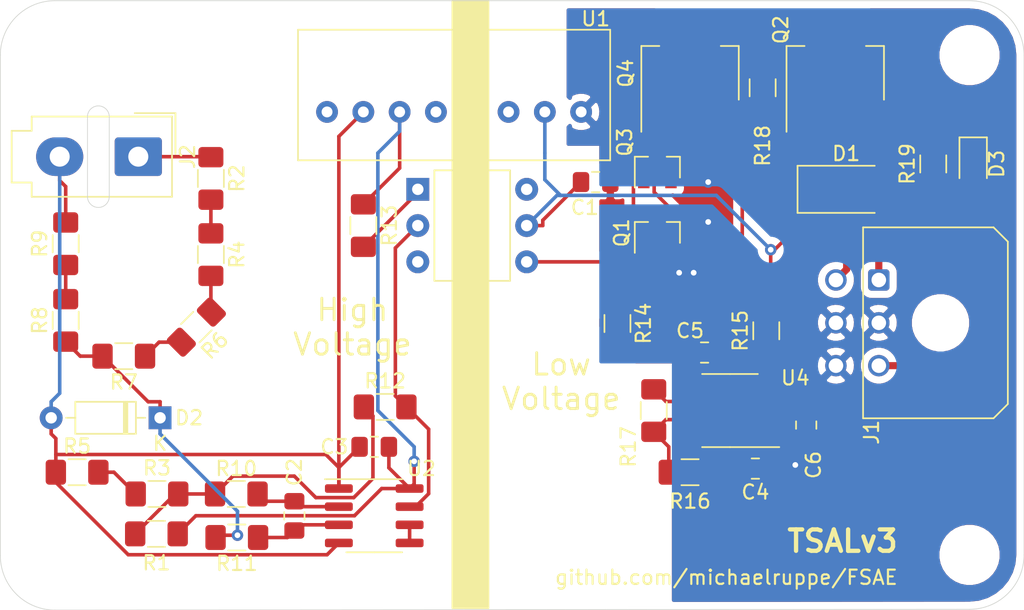
<source format=kicad_pcb>
(kicad_pcb (version 20171130) (host pcbnew "(5.1.2)-2")

  (general
    (thickness 1.6)
    (drawings 17)
    (tracks 192)
    (zones 0)
    (modules 42)
    (nets 29)
  )

  (page A4)
  (layers
    (0 F.Cu signal)
    (31 B.Cu signal)
    (32 B.Adhes user)
    (33 F.Adhes user)
    (34 B.Paste user)
    (35 F.Paste user)
    (36 B.SilkS user)
    (37 F.SilkS user)
    (38 B.Mask user)
    (39 F.Mask user)
    (40 Dwgs.User user)
    (41 Cmts.User user)
    (42 Eco1.User user)
    (43 Eco2.User user)
    (44 Edge.Cuts user)
    (45 Margin user)
    (46 B.CrtYd user hide)
    (47 F.CrtYd user hide)
    (48 B.Fab user hide)
    (49 F.Fab user hide)
  )

  (setup
    (last_trace_width 0.25)
    (user_trace_width 0.5)
    (trace_clearance 0.2)
    (zone_clearance 0.508)
    (zone_45_only no)
    (trace_min 0.25)
    (via_size 0.8)
    (via_drill 0.4)
    (via_min_size 0.4)
    (via_min_drill 0.3)
    (uvia_size 0.3)
    (uvia_drill 0.1)
    (uvias_allowed no)
    (uvia_min_size 0.2)
    (uvia_min_drill 0.1)
    (edge_width 0.05)
    (segment_width 0.2)
    (pcb_text_width 0.3)
    (pcb_text_size 1.5 1.5)
    (mod_edge_width 0.12)
    (mod_text_size 1 1)
    (mod_text_width 0.15)
    (pad_size 1.524 1.524)
    (pad_drill 0.762)
    (pad_to_mask_clearance 0.051)
    (solder_mask_min_width 0.25)
    (aux_axis_origin 0 0)
    (grid_origin 116.586 54.356)
    (visible_elements 7FFFFFFF)
    (pcbplotparams
      (layerselection 0x010fc_ffffffff)
      (usegerberextensions false)
      (usegerberattributes false)
      (usegerberadvancedattributes false)
      (creategerberjobfile false)
      (excludeedgelayer true)
      (linewidth 0.100000)
      (plotframeref false)
      (viasonmask false)
      (mode 1)
      (useauxorigin false)
      (hpglpennumber 1)
      (hpglpenspeed 20)
      (hpglpendiameter 15.000000)
      (psnegative false)
      (psa4output false)
      (plotreference true)
      (plotvalue true)
      (plotinvisibletext false)
      (padsonsilk false)
      (subtractmaskfromsilk false)
      (outputformat 1)
      (mirror false)
      (drillshape 1)
      (scaleselection 1)
      (outputdirectory ""))
  )

  (net 0 "")
  (net 1 "Net-(C2-Pad2)")
  (net 2 "Net-(C2-Pad1)")
  (net 3 GND)
  (net 4 +12V)
  (net 5 "Net-(C5-Pad2)")
  (net 6 "Net-(C6-Pad2)")
  (net 7 /Vin)
  (net 8 /RED+)
  (net 9 "Net-(D3-Pad1)")
  (net 10 /+HV)
  (net 11 /GRN+)
  (net 12 "Net-(Q3-Pad3)")
  (net 13 /Vref)
  (net 14 "Net-(U2-Pad5)")
  (net 15 "Net-(Q3-Pad1)")
  (net 16 "Net-(Q1-Pad3)")
  (net 17 "Net-(Q1-Pad1)")
  (net 18 "Net-(R2-Pad2)")
  (net 19 "Net-(R3-Pad1)")
  (net 20 "Net-(R4-Pad2)")
  (net 21 "Net-(R6-Pad2)")
  (net 22 "Net-(R8-Pad2)")
  (net 23 "Net-(R12-Pad2)")
  (net 24 "Net-(R13-Pad2)")
  (net 25 "Net-(R16-Pad1)")
  (net 26 GLV-)
  (net 27 GLV+)
  (net 28 VCC)

  (net_class Default "This is the default net class."
    (clearance 0.2)
    (trace_width 0.25)
    (via_dia 0.8)
    (via_drill 0.4)
    (uvia_dia 0.3)
    (uvia_drill 0.1)
    (diff_pair_width 0.25)
    (diff_pair_gap 0.25)
    (add_net +12V)
    (add_net /+HV)
    (add_net /GRN+)
    (add_net /RED+)
    (add_net /Vin)
    (add_net /Vref)
    (add_net GLV+)
    (add_net GLV-)
    (add_net GND)
    (add_net "Net-(C2-Pad1)")
    (add_net "Net-(C2-Pad2)")
    (add_net "Net-(C5-Pad2)")
    (add_net "Net-(C6-Pad2)")
    (add_net "Net-(D3-Pad1)")
    (add_net "Net-(Q1-Pad1)")
    (add_net "Net-(Q1-Pad3)")
    (add_net "Net-(Q3-Pad1)")
    (add_net "Net-(Q3-Pad3)")
    (add_net "Net-(R12-Pad2)")
    (add_net "Net-(R13-Pad2)")
    (add_net "Net-(R16-Pad1)")
    (add_net "Net-(R2-Pad2)")
    (add_net "Net-(R3-Pad1)")
    (add_net "Net-(R4-Pad2)")
    (add_net "Net-(R6-Pad2)")
    (add_net "Net-(R8-Pad2)")
    (add_net "Net-(U2-Pad5)")
    (add_net VCC)
  )

  (module Connector_Molex:Molex_Mini-Fit_Jr_5566-02A_2x01_P4.20mm_Vertical (layer F.Cu) (tedit 5B781992) (tstamp 5E421B89)
    (at 58.42 61.468 270)
    (descr "Molex Mini-Fit Jr. Power Connectors, old mpn/engineering number: 5566-02A, example for new mpn: 39-28-x02x, 1 Pins per row, Mounting:  (http://www.molex.com/pdm_docs/sd/039281043_sd.pdf), generated with kicad-footprint-generator")
    (tags "connector Molex Mini-Fit_Jr side entry")
    (path /5D4A1142)
    (fp_text reference J2 (at 0 -3.45 90) (layer F.SilkS)
      (effects (font (size 1 1) (thickness 0.15)))
    )
    (fp_text value HV (at 0 9.95 90) (layer F.Fab)
      (effects (font (size 1 1) (thickness 0.15)))
    )
    (fp_text user %R (at 0 -1.55 90) (layer F.Fab)
      (effects (font (size 1 1) (thickness 0.15)))
    )
    (fp_line (start 3.2 -2.75) (end -3.2 -2.75) (layer F.CrtYd) (width 0.05))
    (fp_line (start 3.2 9.25) (end 3.2 -2.75) (layer F.CrtYd) (width 0.05))
    (fp_line (start -3.2 9.25) (end 3.2 9.25) (layer F.CrtYd) (width 0.05))
    (fp_line (start -3.2 -2.75) (end -3.2 9.25) (layer F.CrtYd) (width 0.05))
    (fp_line (start -3.05 -2.6) (end -3.05 0.25) (layer F.Fab) (width 0.1))
    (fp_line (start -0.2 -2.6) (end -3.05 -2.6) (layer F.Fab) (width 0.1))
    (fp_line (start -3.05 -2.6) (end -3.05 0.25) (layer F.SilkS) (width 0.12))
    (fp_line (start -0.2 -2.6) (end -3.05 -2.6) (layer F.SilkS) (width 0.12))
    (fp_line (start 1.81 8.86) (end 0 8.86) (layer F.SilkS) (width 0.12))
    (fp_line (start 1.81 7.46) (end 1.81 8.86) (layer F.SilkS) (width 0.12))
    (fp_line (start 2.81 7.46) (end 1.81 7.46) (layer F.SilkS) (width 0.12))
    (fp_line (start 2.81 -2.36) (end 2.81 7.46) (layer F.SilkS) (width 0.12))
    (fp_line (start 0 -2.36) (end 2.81 -2.36) (layer F.SilkS) (width 0.12))
    (fp_line (start -1.81 8.86) (end 0 8.86) (layer F.SilkS) (width 0.12))
    (fp_line (start -1.81 7.46) (end -1.81 8.86) (layer F.SilkS) (width 0.12))
    (fp_line (start -2.81 7.46) (end -1.81 7.46) (layer F.SilkS) (width 0.12))
    (fp_line (start -2.81 -2.36) (end -2.81 7.46) (layer F.SilkS) (width 0.12))
    (fp_line (start 0 -2.36) (end -2.81 -2.36) (layer F.SilkS) (width 0.12))
    (fp_line (start 1.65 6.5) (end -1.65 6.5) (layer F.Fab) (width 0.1))
    (fp_line (start 1.65 4.025) (end 1.65 6.5) (layer F.Fab) (width 0.1))
    (fp_line (start 0.825 3.2) (end 1.65 4.025) (layer F.Fab) (width 0.1))
    (fp_line (start -0.825 3.2) (end 0.825 3.2) (layer F.Fab) (width 0.1))
    (fp_line (start -1.65 4.025) (end -0.825 3.2) (layer F.Fab) (width 0.1))
    (fp_line (start -1.65 6.5) (end -1.65 4.025) (layer F.Fab) (width 0.1))
    (fp_line (start 1.65 -1) (end -1.65 -1) (layer F.Fab) (width 0.1))
    (fp_line (start 1.65 2.3) (end 1.65 -1) (layer F.Fab) (width 0.1))
    (fp_line (start -1.65 2.3) (end 1.65 2.3) (layer F.Fab) (width 0.1))
    (fp_line (start -1.65 -1) (end -1.65 2.3) (layer F.Fab) (width 0.1))
    (fp_line (start 1.7 8.75) (end 1.7 7.35) (layer F.Fab) (width 0.1))
    (fp_line (start -1.7 8.75) (end 1.7 8.75) (layer F.Fab) (width 0.1))
    (fp_line (start -1.7 7.35) (end -1.7 8.75) (layer F.Fab) (width 0.1))
    (fp_line (start 2.7 -2.25) (end -2.7 -2.25) (layer F.Fab) (width 0.1))
    (fp_line (start 2.7 7.35) (end 2.7 -2.25) (layer F.Fab) (width 0.1))
    (fp_line (start -2.7 7.35) (end 2.7 7.35) (layer F.Fab) (width 0.1))
    (fp_line (start -2.7 -2.25) (end -2.7 7.35) (layer F.Fab) (width 0.1))
    (pad 2 thru_hole oval (at 0 5.5 270) (size 2.7 3.3) (drill 1.4) (layers *.Cu *.Mask)
      (net 3 GND))
    (pad 1 thru_hole roundrect (at 0 0 270) (size 2.7 3.3) (drill 1.4) (layers *.Cu *.Mask) (roundrect_rratio 0.09259299999999999)
      (net 10 /+HV))
    (model ${KIPRJMOD}/Mini-Fit-Jr-4.20mm-pitch.pretty/Molex-Mini-Fit-Jr-2-pin-P4.2mm-RowP4.2mm.kicad_mod
      (at (xyz 0 0 0))
      (scale (xyz 1 1 1))
      (rotate (xyz 0 0 0))
    )
  )

  (module Package_TO_SOT_SMD:SOT-223-3_TabPin2 (layer F.Cu) (tedit 5A02FF57) (tstamp 5E432CE3)
    (at 107.188 55.626 90)
    (descr "module CMS SOT223 4 pins")
    (tags "CMS SOT")
    (path /5E435D6C)
    (attr smd)
    (fp_text reference Q2 (at 3.048 -3.81 90) (layer F.SilkS)
      (effects (font (size 1 1) (thickness 0.15)))
    )
    (fp_text value MCT06P10-TP (at 0 4.5 90) (layer F.Fab)
      (effects (font (size 1 1) (thickness 0.15)))
    )
    (fp_line (start 1.85 -3.35) (end 1.85 3.35) (layer F.Fab) (width 0.1))
    (fp_line (start -1.85 3.35) (end 1.85 3.35) (layer F.Fab) (width 0.1))
    (fp_line (start -4.1 -3.41) (end 1.91 -3.41) (layer F.SilkS) (width 0.12))
    (fp_line (start -0.85 -3.35) (end 1.85 -3.35) (layer F.Fab) (width 0.1))
    (fp_line (start -1.85 3.41) (end 1.91 3.41) (layer F.SilkS) (width 0.12))
    (fp_line (start -1.85 -2.35) (end -1.85 3.35) (layer F.Fab) (width 0.1))
    (fp_line (start -1.85 -2.35) (end -0.85 -3.35) (layer F.Fab) (width 0.1))
    (fp_line (start -4.4 -3.6) (end -4.4 3.6) (layer F.CrtYd) (width 0.05))
    (fp_line (start -4.4 3.6) (end 4.4 3.6) (layer F.CrtYd) (width 0.05))
    (fp_line (start 4.4 3.6) (end 4.4 -3.6) (layer F.CrtYd) (width 0.05))
    (fp_line (start 4.4 -3.6) (end -4.4 -3.6) (layer F.CrtYd) (width 0.05))
    (fp_line (start 1.91 -3.41) (end 1.91 -2.15) (layer F.SilkS) (width 0.12))
    (fp_line (start 1.91 3.41) (end 1.91 2.15) (layer F.SilkS) (width 0.12))
    (fp_text user %R (at 0 0) (layer F.Fab)
      (effects (font (size 0.8 0.8) (thickness 0.12)))
    )
    (pad 1 smd rect (at -3.15 -2.3 90) (size 2 1.5) (layers F.Cu F.Paste F.Mask)
      (net 16 "Net-(Q1-Pad3)"))
    (pad 3 smd rect (at -3.15 2.3 90) (size 2 1.5) (layers F.Cu F.Paste F.Mask)
      (net 27 GLV+))
    (pad 2 smd rect (at -3.15 0 90) (size 2 1.5) (layers F.Cu F.Paste F.Mask)
      (net 11 /GRN+))
    (pad 2 smd rect (at 3.15 0 90) (size 2 3.8) (layers F.Cu F.Paste F.Mask)
      (net 11 /GRN+))
    (model ${KISYS3DMOD}/Package_TO_SOT_SMD.3dshapes/SOT-223.wrl
      (at (xyz 0 0 0))
      (scale (xyz 1 1 1))
      (rotate (xyz 0 0 0))
    )
  )

  (module MountingHole:MountingHole_3.2mm_M3 locked (layer F.Cu) (tedit 56D1B4CB) (tstamp 5E42C43D)
    (at 116.586 54.356)
    (descr "Mounting Hole 3.2mm, no annular, M3")
    (tags "mounting hole 3.2mm no annular m3")
    (attr virtual)
    (fp_text reference MH2 (at 0 -4.2) (layer F.SilkS) hide
      (effects (font (size 1 1) (thickness 0.15)))
    )
    (fp_text value MountingHole_3.2mm_M3 (at 0 4.2) (layer F.Fab)
      (effects (font (size 1 1) (thickness 0.15)))
    )
    (fp_text user %R (at 0.3 0) (layer F.Fab)
      (effects (font (size 1 1) (thickness 0.15)))
    )
    (fp_circle (center 0 0) (end 3.2 0) (layer Cmts.User) (width 0.15))
    (fp_circle (center 0 0) (end 3.45 0) (layer F.CrtYd) (width 0.05))
    (pad 1 np_thru_hole circle (at 0 0) (size 3.2 3.2) (drill 3.2) (layers *.Cu *.Mask))
  )

  (module MountingHole:MountingHole_3.2mm_M3 locked (layer F.Cu) (tedit 56D1B4CB) (tstamp 5E42C123)
    (at 52.578 89.408)
    (descr "Mounting Hole 3.2mm, no annular, M3")
    (tags "mounting hole 3.2mm no annular m3")
    (attr virtual)
    (fp_text reference MH3 (at 0 -4.2) (layer F.SilkS) hide
      (effects (font (size 1 1) (thickness 0.15)))
    )
    (fp_text value MountingHole_3.2mm_M3 (at 0 4.2) (layer F.Fab)
      (effects (font (size 1 1) (thickness 0.15)))
    )
    (fp_text user %R (at 0.3 0) (layer F.Fab)
      (effects (font (size 1 1) (thickness 0.15)))
    )
    (fp_circle (center 0 0) (end 3.2 0) (layer Cmts.User) (width 0.15))
    (fp_circle (center 0 0) (end 3.45 0) (layer F.CrtYd) (width 0.05))
    (pad 1 np_thru_hole circle (at 0 0) (size 3.2 3.2) (drill 3.2) (layers *.Cu *.Mask))
  )

  (module MountingHole:MountingHole_3.2mm_M3 locked (layer F.Cu) (tedit 56D1B4CB) (tstamp 5E42C123)
    (at 52.578 54.356)
    (descr "Mounting Hole 3.2mm, no annular, M3")
    (tags "mounting hole 3.2mm no annular m3")
    (attr virtual)
    (fp_text reference MH1 (at 0 -4.2) (layer F.SilkS) hide
      (effects (font (size 1 1) (thickness 0.15)))
    )
    (fp_text value MountingHole_3.2mm_M3 (at 0 4.2) (layer F.Fab)
      (effects (font (size 1 1) (thickness 0.15)))
    )
    (fp_text user %R (at 0.3 0) (layer F.Fab)
      (effects (font (size 1 1) (thickness 0.15)))
    )
    (fp_circle (center 0 0) (end 3.2 0) (layer Cmts.User) (width 0.15))
    (fp_circle (center 0 0) (end 3.45 0) (layer F.CrtYd) (width 0.05))
    (pad 1 np_thru_hole circle (at 0 0) (size 3.2 3.2) (drill 3.2) (layers *.Cu *.Mask))
  )

  (module MountingHole:MountingHole_3.2mm_M3 locked (layer F.Cu) (tedit 56D1B4CB) (tstamp 5E42BE82)
    (at 116.586 89.356)
    (descr "Mounting Hole 3.2mm, no annular, M3")
    (tags "mounting hole 3.2mm no annular m3")
    (attr virtual)
    (fp_text reference MH4 (at 0 -4.2) (layer F.SilkS) hide
      (effects (font (size 1 1) (thickness 0.15)))
    )
    (fp_text value MountingHole_3.2mm_M3 (at 0 4.2) (layer F.Fab)
      (effects (font (size 1 1) (thickness 0.15)))
    )
    (fp_circle (center 0 0) (end 3.45 0) (layer F.CrtYd) (width 0.05))
    (fp_circle (center 0 0) (end 3.2 0) (layer Cmts.User) (width 0.15))
    (fp_text user %R (at 0.3 0) (layer F.Fab)
      (effects (font (size 1 1) (thickness 0.15)))
    )
    (pad 1 np_thru_hole circle (at 0 0) (size 3.2 3.2) (drill 3.2) (layers *.Cu *.Mask))
  )

  (module Resistor_SMD:R_1206_3216Metric_Pad1.42x1.75mm_HandSolder (layer F.Cu) (tedit 5B301BBD) (tstamp 5E421F5D)
    (at 63.5 68.326 270)
    (descr "Resistor SMD 1206 (3216 Metric), square (rectangular) end terminal, IPC_7351 nominal with elongated pad for handsoldering. (Body size source: http://www.tortai-tech.com/upload/download/2011102023233369053.pdf), generated with kicad-footprint-generator")
    (tags "resistor handsolder")
    (path /5E42B489)
    (attr smd)
    (fp_text reference R4 (at 0 -1.82 90) (layer F.SilkS)
      (effects (font (size 1 1) (thickness 0.15)))
    )
    (fp_text value 249k (at 0 1.82 90) (layer F.Fab)
      (effects (font (size 1 1) (thickness 0.15)))
    )
    (fp_text user %R (at 0 0 90) (layer F.Fab)
      (effects (font (size 0.8 0.8) (thickness 0.12)))
    )
    (fp_line (start 2.45 1.12) (end -2.45 1.12) (layer F.CrtYd) (width 0.05))
    (fp_line (start 2.45 -1.12) (end 2.45 1.12) (layer F.CrtYd) (width 0.05))
    (fp_line (start -2.45 -1.12) (end 2.45 -1.12) (layer F.CrtYd) (width 0.05))
    (fp_line (start -2.45 1.12) (end -2.45 -1.12) (layer F.CrtYd) (width 0.05))
    (fp_line (start -0.602064 0.91) (end 0.602064 0.91) (layer F.SilkS) (width 0.12))
    (fp_line (start -0.602064 -0.91) (end 0.602064 -0.91) (layer F.SilkS) (width 0.12))
    (fp_line (start 1.6 0.8) (end -1.6 0.8) (layer F.Fab) (width 0.1))
    (fp_line (start 1.6 -0.8) (end 1.6 0.8) (layer F.Fab) (width 0.1))
    (fp_line (start -1.6 -0.8) (end 1.6 -0.8) (layer F.Fab) (width 0.1))
    (fp_line (start -1.6 0.8) (end -1.6 -0.8) (layer F.Fab) (width 0.1))
    (pad 2 smd roundrect (at 1.4875 0 270) (size 1.425 1.75) (layers F.Cu F.Paste F.Mask) (roundrect_rratio 0.175439)
      (net 20 "Net-(R4-Pad2)"))
    (pad 1 smd roundrect (at -1.4875 0 270) (size 1.425 1.75) (layers F.Cu F.Paste F.Mask) (roundrect_rratio 0.175439)
      (net 18 "Net-(R2-Pad2)"))
    (model ${KISYS3DMOD}/Resistor_SMD.3dshapes/R_1206_3216Metric.wrl
      (at (xyz 0 0 0))
      (scale (xyz 1 1 1))
      (rotate (xyz 0 0 0))
    )
  )

  (module Resistor_SMD:R_1206_3216Metric_Pad1.42x1.75mm_HandSolder (layer F.Cu) (tedit 5B301BBD) (tstamp 5E42376E)
    (at 63.5 62.992 270)
    (descr "Resistor SMD 1206 (3216 Metric), square (rectangular) end terminal, IPC_7351 nominal with elongated pad for handsoldering. (Body size source: http://www.tortai-tech.com/upload/download/2011102023233369053.pdf), generated with kicad-footprint-generator")
    (tags "resistor handsolder")
    (path /5E42B811)
    (attr smd)
    (fp_text reference R2 (at 0 -1.82 90) (layer F.SilkS)
      (effects (font (size 1 1) (thickness 0.15)))
    )
    (fp_text value 249k (at 0 1.82 90) (layer F.Fab)
      (effects (font (size 1 1) (thickness 0.15)))
    )
    (fp_text user %R (at 0 0 90) (layer F.Fab)
      (effects (font (size 0.8 0.8) (thickness 0.12)))
    )
    (fp_line (start 2.45 1.12) (end -2.45 1.12) (layer F.CrtYd) (width 0.05))
    (fp_line (start 2.45 -1.12) (end 2.45 1.12) (layer F.CrtYd) (width 0.05))
    (fp_line (start -2.45 -1.12) (end 2.45 -1.12) (layer F.CrtYd) (width 0.05))
    (fp_line (start -2.45 1.12) (end -2.45 -1.12) (layer F.CrtYd) (width 0.05))
    (fp_line (start -0.602064 0.91) (end 0.602064 0.91) (layer F.SilkS) (width 0.12))
    (fp_line (start -0.602064 -0.91) (end 0.602064 -0.91) (layer F.SilkS) (width 0.12))
    (fp_line (start 1.6 0.8) (end -1.6 0.8) (layer F.Fab) (width 0.1))
    (fp_line (start 1.6 -0.8) (end 1.6 0.8) (layer F.Fab) (width 0.1))
    (fp_line (start -1.6 -0.8) (end 1.6 -0.8) (layer F.Fab) (width 0.1))
    (fp_line (start -1.6 0.8) (end -1.6 -0.8) (layer F.Fab) (width 0.1))
    (pad 2 smd roundrect (at 1.4875 0 270) (size 1.425 1.75) (layers F.Cu F.Paste F.Mask) (roundrect_rratio 0.175439)
      (net 18 "Net-(R2-Pad2)"))
    (pad 1 smd roundrect (at -1.4875 0 270) (size 1.425 1.75) (layers F.Cu F.Paste F.Mask) (roundrect_rratio 0.175439)
      (net 10 /+HV))
    (model ${KISYS3DMOD}/Resistor_SMD.3dshapes/R_1206_3216Metric.wrl
      (at (xyz 0 0 0))
      (scale (xyz 1 1 1))
      (rotate (xyz 0 0 0))
    )
  )

  (module Package_SO:SOIC-8_3.9x4.9mm_P1.27mm (layer F.Cu) (tedit 5C97300E) (tstamp 5E42D4DB)
    (at 99.822 79.248 180)
    (descr "SOIC, 8 Pin (JEDEC MS-012AA, https://www.analog.com/media/en/package-pcb-resources/package/pkg_pdf/soic_narrow-r/r_8.pdf), generated with kicad-footprint-generator ipc_gullwing_generator.py")
    (tags "SOIC SO")
    (path /5E41ECF9)
    (attr smd)
    (fp_text reference U4 (at -4.572 2.286) (layer F.SilkS)
      (effects (font (size 1 1) (thickness 0.15)))
    )
    (fp_text value NE555 (at 0 3.4) (layer F.Fab)
      (effects (font (size 1 1) (thickness 0.15)))
    )
    (fp_text user %R (at 0 0) (layer F.Fab)
      (effects (font (size 0.98 0.98) (thickness 0.15)))
    )
    (fp_line (start 3.7 -2.7) (end -3.7 -2.7) (layer F.CrtYd) (width 0.05))
    (fp_line (start 3.7 2.7) (end 3.7 -2.7) (layer F.CrtYd) (width 0.05))
    (fp_line (start -3.7 2.7) (end 3.7 2.7) (layer F.CrtYd) (width 0.05))
    (fp_line (start -3.7 -2.7) (end -3.7 2.7) (layer F.CrtYd) (width 0.05))
    (fp_line (start -1.95 -1.475) (end -0.975 -2.45) (layer F.Fab) (width 0.1))
    (fp_line (start -1.95 2.45) (end -1.95 -1.475) (layer F.Fab) (width 0.1))
    (fp_line (start 1.95 2.45) (end -1.95 2.45) (layer F.Fab) (width 0.1))
    (fp_line (start 1.95 -2.45) (end 1.95 2.45) (layer F.Fab) (width 0.1))
    (fp_line (start -0.975 -2.45) (end 1.95 -2.45) (layer F.Fab) (width 0.1))
    (fp_line (start 0 -2.56) (end -3.45 -2.56) (layer F.SilkS) (width 0.12))
    (fp_line (start 0 -2.56) (end 1.95 -2.56) (layer F.SilkS) (width 0.12))
    (fp_line (start 0 2.56) (end -1.95 2.56) (layer F.SilkS) (width 0.12))
    (fp_line (start 0 2.56) (end 1.95 2.56) (layer F.SilkS) (width 0.12))
    (pad 8 smd roundrect (at 2.475 -1.905 180) (size 1.95 0.6) (layers F.Cu F.Paste F.Mask) (roundrect_rratio 0.25)
      (net 28 VCC))
    (pad 7 smd roundrect (at 2.475 -0.635 180) (size 1.95 0.6) (layers F.Cu F.Paste F.Mask) (roundrect_rratio 0.25)
      (net 25 "Net-(R16-Pad1)"))
    (pad 6 smd roundrect (at 2.475 0.635 180) (size 1.95 0.6) (layers F.Cu F.Paste F.Mask) (roundrect_rratio 0.25)
      (net 6 "Net-(C6-Pad2)"))
    (pad 5 smd roundrect (at 2.475 1.905 180) (size 1.95 0.6) (layers F.Cu F.Paste F.Mask) (roundrect_rratio 0.25)
      (net 5 "Net-(C5-Pad2)"))
    (pad 4 smd roundrect (at -2.475 1.905 180) (size 1.95 0.6) (layers F.Cu F.Paste F.Mask) (roundrect_rratio 0.25)
      (net 16 "Net-(Q1-Pad3)"))
    (pad 3 smd roundrect (at -2.475 0.635 180) (size 1.95 0.6) (layers F.Cu F.Paste F.Mask) (roundrect_rratio 0.25)
      (net 15 "Net-(Q3-Pad1)"))
    (pad 2 smd roundrect (at -2.475 -0.635 180) (size 1.95 0.6) (layers F.Cu F.Paste F.Mask) (roundrect_rratio 0.25)
      (net 6 "Net-(C6-Pad2)"))
    (pad 1 smd roundrect (at -2.475 -1.905 180) (size 1.95 0.6) (layers F.Cu F.Paste F.Mask) (roundrect_rratio 0.25)
      (net 26 GLV-))
    (model ${KISYS3DMOD}/Package_SO.3dshapes/SOIC-8_3.9x4.9mm_P1.27mm.wrl
      (at (xyz 0 0 0))
      (scale (xyz 1 1 1))
      (rotate (xyz 0 0 0))
    )
  )

  (module Package_DIP:DIP-6_W7.62mm (layer F.Cu) (tedit 5A02E8C5) (tstamp 5E42D586)
    (at 77.978 63.754)
    (descr "6-lead though-hole mounted DIP package, row spacing 7.62 mm (300 mils)")
    (tags "THT DIP DIL PDIP 2.54mm 7.62mm 300mil")
    (path /5E6FD7AC)
    (fp_text reference U3 (at 3.81 -2.33) (layer F.SilkS)
      (effects (font (size 1 1) (thickness 0.15)))
    )
    (fp_text value 4N35 (at 3.81 7.41) (layer F.Fab)
      (effects (font (size 1 1) (thickness 0.15)))
    )
    (fp_arc (start 3.81 -1.33) (end 2.81 -1.33) (angle -180) (layer F.SilkS) (width 0.12))
    (fp_line (start 1.635 -1.27) (end 6.985 -1.27) (layer F.Fab) (width 0.1))
    (fp_line (start 6.985 -1.27) (end 6.985 6.35) (layer F.Fab) (width 0.1))
    (fp_line (start 6.985 6.35) (end 0.635 6.35) (layer F.Fab) (width 0.1))
    (fp_line (start 0.635 6.35) (end 0.635 -0.27) (layer F.Fab) (width 0.1))
    (fp_line (start 0.635 -0.27) (end 1.635 -1.27) (layer F.Fab) (width 0.1))
    (fp_line (start 2.81 -1.33) (end 1.16 -1.33) (layer F.SilkS) (width 0.12))
    (fp_line (start 1.16 -1.33) (end 1.16 6.41) (layer F.SilkS) (width 0.12))
    (fp_line (start 1.16 6.41) (end 6.46 6.41) (layer F.SilkS) (width 0.12))
    (fp_line (start 6.46 6.41) (end 6.46 -1.33) (layer F.SilkS) (width 0.12))
    (fp_line (start 6.46 -1.33) (end 4.81 -1.33) (layer F.SilkS) (width 0.12))
    (fp_line (start -1.1 -1.55) (end -1.1 6.6) (layer F.CrtYd) (width 0.05))
    (fp_line (start -1.1 6.6) (end 8.7 6.6) (layer F.CrtYd) (width 0.05))
    (fp_line (start 8.7 6.6) (end 8.7 -1.55) (layer F.CrtYd) (width 0.05))
    (fp_line (start 8.7 -1.55) (end -1.1 -1.55) (layer F.CrtYd) (width 0.05))
    (fp_text user %R (at 3.81 2.54) (layer F.Fab)
      (effects (font (size 1 1) (thickness 0.15)))
    )
    (pad 1 thru_hole rect (at 0 0) (size 1.6 1.6) (drill 0.8) (layers *.Cu *.Mask)
      (net 24 "Net-(R13-Pad2)"))
    (pad 4 thru_hole oval (at 7.62 5.08) (size 1.6 1.6) (drill 0.8) (layers *.Cu *.Mask)
      (net 17 "Net-(Q1-Pad1)"))
    (pad 2 thru_hole oval (at 0 2.54) (size 1.6 1.6) (drill 0.8) (layers *.Cu *.Mask)
      (net 23 "Net-(R12-Pad2)"))
    (pad 5 thru_hole oval (at 7.62 2.54) (size 1.6 1.6) (drill 0.8) (layers *.Cu *.Mask)
      (net 28 VCC))
    (pad 3 thru_hole oval (at 0 5.08) (size 1.6 1.6) (drill 0.8) (layers *.Cu *.Mask))
    (pad 6 thru_hole oval (at 7.62 0) (size 1.6 1.6) (drill 0.8) (layers *.Cu *.Mask))
    (model ${KISYS3DMOD}/Package_DIP.3dshapes/DIP-6_W7.62mm.wrl
      (at (xyz 0 0 0))
      (scale (xyz 1 1 1))
      (rotate (xyz 0 0 0))
    )
  )

  (module Package_SO:SOIC-8_3.9x4.9mm_P1.27mm (layer F.Cu) (tedit 5C97300E) (tstamp 5E42C05D)
    (at 74.93 86.614)
    (descr "SOIC, 8 Pin (JEDEC MS-012AA, https://www.analog.com/media/en/package-pcb-resources/package/pkg_pdf/soic_narrow-r/r_8.pdf), generated with kicad-footprint-generator ipc_gullwing_generator.py")
    (tags "SOIC SO")
    (path /5D4D2113)
    (attr smd)
    (fp_text reference U2 (at 3.302 -3.302) (layer F.SilkS)
      (effects (font (size 1 1) (thickness 0.15)))
    )
    (fp_text value LM311 (at 0 3.4) (layer F.Fab)
      (effects (font (size 1 1) (thickness 0.15)))
    )
    (fp_text user %R (at 0 0) (layer F.Fab)
      (effects (font (size 0.98 0.98) (thickness 0.15)))
    )
    (fp_line (start 3.7 -2.7) (end -3.7 -2.7) (layer F.CrtYd) (width 0.05))
    (fp_line (start 3.7 2.7) (end 3.7 -2.7) (layer F.CrtYd) (width 0.05))
    (fp_line (start -3.7 2.7) (end 3.7 2.7) (layer F.CrtYd) (width 0.05))
    (fp_line (start -3.7 -2.7) (end -3.7 2.7) (layer F.CrtYd) (width 0.05))
    (fp_line (start -1.95 -1.475) (end -0.975 -2.45) (layer F.Fab) (width 0.1))
    (fp_line (start -1.95 2.45) (end -1.95 -1.475) (layer F.Fab) (width 0.1))
    (fp_line (start 1.95 2.45) (end -1.95 2.45) (layer F.Fab) (width 0.1))
    (fp_line (start 1.95 -2.45) (end 1.95 2.45) (layer F.Fab) (width 0.1))
    (fp_line (start -0.975 -2.45) (end 1.95 -2.45) (layer F.Fab) (width 0.1))
    (fp_line (start 0 -2.56) (end -3.45 -2.56) (layer F.SilkS) (width 0.12))
    (fp_line (start 0 -2.56) (end 1.95 -2.56) (layer F.SilkS) (width 0.12))
    (fp_line (start 0 2.56) (end -1.95 2.56) (layer F.SilkS) (width 0.12))
    (fp_line (start 0 2.56) (end 1.95 2.56) (layer F.SilkS) (width 0.12))
    (pad 8 smd roundrect (at 2.475 -1.905) (size 1.95 0.6) (layers F.Cu F.Paste F.Mask) (roundrect_rratio 0.25)
      (net 4 +12V))
    (pad 7 smd roundrect (at 2.475 -0.635) (size 1.95 0.6) (layers F.Cu F.Paste F.Mask) (roundrect_rratio 0.25)
      (net 23 "Net-(R12-Pad2)"))
    (pad 6 smd roundrect (at 2.475 0.635) (size 1.95 0.6) (layers F.Cu F.Paste F.Mask) (roundrect_rratio 0.25)
      (net 14 "Net-(U2-Pad5)"))
    (pad 5 smd roundrect (at 2.475 1.905) (size 1.95 0.6) (layers F.Cu F.Paste F.Mask) (roundrect_rratio 0.25)
      (net 14 "Net-(U2-Pad5)"))
    (pad 4 smd roundrect (at -2.475 1.905) (size 1.95 0.6) (layers F.Cu F.Paste F.Mask) (roundrect_rratio 0.25)
      (net 3 GND))
    (pad 3 smd roundrect (at -2.475 0.635) (size 1.95 0.6) (layers F.Cu F.Paste F.Mask) (roundrect_rratio 0.25)
      (net 1 "Net-(C2-Pad2)"))
    (pad 2 smd roundrect (at -2.475 -0.635) (size 1.95 0.6) (layers F.Cu F.Paste F.Mask) (roundrect_rratio 0.25)
      (net 2 "Net-(C2-Pad1)"))
    (pad 1 smd roundrect (at -2.475 -1.905) (size 1.95 0.6) (layers F.Cu F.Paste F.Mask) (roundrect_rratio 0.25)
      (net 3 GND))
    (model ${KISYS3DMOD}/Package_SO.3dshapes/SOIC-8_3.9x4.9mm_P1.27mm.wrl
      (at (xyz 0 0 0))
      (scale (xyz 1 1 1))
      (rotate (xyz 0 0 0))
    )
  )

  (module TSAL-HVM:SPAN02 (layer F.Cu) (tedit 5D69DEA6) (tstamp 5E432F76)
    (at 80.772 57.15 180)
    (path /5D491A5C)
    (fp_text reference U1 (at -9.652 5.334) (layer F.SilkS)
      (effects (font (size 1 1) (thickness 0.15)))
    )
    (fp_text value SPAN02A-12 (at 8.382 5.588) (layer F.Fab)
      (effects (font (size 1 1) (thickness 0.15)))
    )
    (fp_line (start -10.668 -4.572) (end 11.176 -4.572) (layer F.SilkS) (width 0.12))
    (fp_line (start 11.176 -4.572) (end 11.176 4.572) (layer F.SilkS) (width 0.12))
    (fp_line (start 11.176 4.572) (end -10.668 4.572) (layer F.SilkS) (width 0.12))
    (fp_line (start -10.668 4.572) (end -10.668 -4.572) (layer F.SilkS) (width 0.12))
    (fp_line (start 11.176 -4.572) (end -10.668 -4.572) (layer F.Fab) (width 0.12))
    (fp_line (start -10.668 4.572) (end 11.176 4.572) (layer F.Fab) (width 0.12))
    (fp_line (start -10.668 4.572) (end -10.668 -4.572) (layer F.Fab) (width 0.12))
    (fp_line (start 11.176 -4.572) (end 11.176 4.572) (layer F.Fab) (width 0.12))
    (pad 8 thru_hole circle (at 9.144 -1.184 180) (size 1.524 1.524) (drill 0.762) (layers *.Cu *.Mask))
    (pad 7 thru_hole circle (at 6.604 -1.184 180) (size 1.524 1.524) (drill 0.762) (layers *.Cu *.Mask)
      (net 3 GND))
    (pad 6 thru_hole circle (at 4.064 -1.184 180) (size 1.524 1.524) (drill 0.762) (layers *.Cu *.Mask)
      (net 4 +12V))
    (pad 5 thru_hole circle (at 1.524 -1.184 180) (size 1.524 1.524) (drill 0.762) (layers *.Cu *.Mask))
    (pad 3 thru_hole circle (at -3.556 -1.184 180) (size 1.524 1.524) (drill 0.762) (layers *.Cu *.Mask))
    (pad 2 thru_hole circle (at -6.096 -1.184 180) (size 1.524 1.524) (drill 0.762) (layers *.Cu *.Mask)
      (net 28 VCC))
    (pad 1 thru_hole circle (at -8.636 -1.184 180) (size 1.524 1.524) (drill 0.762) (layers *.Cu *.Mask)
      (net 26 GLV-))
  )

  (module Resistor_SMD:R_1206_3216Metric_Pad1.42x1.75mm_HandSolder (layer F.Cu) (tedit 5B301BBD) (tstamp 5E42D54D)
    (at 74.168 66.294 270)
    (descr "Resistor SMD 1206 (3216 Metric), square (rectangular) end terminal, IPC_7351 nominal with elongated pad for handsoldering. (Body size source: http://www.tortai-tech.com/upload/download/2011102023233369053.pdf), generated with kicad-footprint-generator")
    (tags "resistor handsolder")
    (path /5D87DFEB)
    (attr smd)
    (fp_text reference R13 (at 0 -1.82 90) (layer F.SilkS)
      (effects (font (size 1 1) (thickness 0.15)))
    )
    (fp_text value 2k2 (at 0 1.82 90) (layer F.Fab)
      (effects (font (size 1 1) (thickness 0.15)))
    )
    (fp_line (start -1.6 0.8) (end -1.6 -0.8) (layer F.Fab) (width 0.1))
    (fp_line (start -1.6 -0.8) (end 1.6 -0.8) (layer F.Fab) (width 0.1))
    (fp_line (start 1.6 -0.8) (end 1.6 0.8) (layer F.Fab) (width 0.1))
    (fp_line (start 1.6 0.8) (end -1.6 0.8) (layer F.Fab) (width 0.1))
    (fp_line (start -0.602064 -0.91) (end 0.602064 -0.91) (layer F.SilkS) (width 0.12))
    (fp_line (start -0.602064 0.91) (end 0.602064 0.91) (layer F.SilkS) (width 0.12))
    (fp_line (start -2.45 1.12) (end -2.45 -1.12) (layer F.CrtYd) (width 0.05))
    (fp_line (start -2.45 -1.12) (end 2.45 -1.12) (layer F.CrtYd) (width 0.05))
    (fp_line (start 2.45 -1.12) (end 2.45 1.12) (layer F.CrtYd) (width 0.05))
    (fp_line (start 2.45 1.12) (end -2.45 1.12) (layer F.CrtYd) (width 0.05))
    (fp_text user %R (at 0 0 90) (layer F.Fab)
      (effects (font (size 0.8 0.8) (thickness 0.12)))
    )
    (pad 1 smd roundrect (at -1.4875 0 270) (size 1.425 1.75) (layers F.Cu F.Paste F.Mask) (roundrect_rratio 0.175439)
      (net 4 +12V))
    (pad 2 smd roundrect (at 1.4875 0 270) (size 1.425 1.75) (layers F.Cu F.Paste F.Mask) (roundrect_rratio 0.175439)
      (net 24 "Net-(R13-Pad2)"))
    (model ${KISYS3DMOD}/Resistor_SMD.3dshapes/R_1206_3216Metric.wrl
      (at (xyz 0 0 0))
      (scale (xyz 1 1 1))
      (rotate (xyz 0 0 0))
    )
  )

  (module Resistor_SMD:R_1206_3216Metric_Pad1.42x1.75mm_HandSolder (layer F.Cu) (tedit 5B301BBD) (tstamp 5E42D4A2)
    (at 114.046 61.976 90)
    (descr "Resistor SMD 1206 (3216 Metric), square (rectangular) end terminal, IPC_7351 nominal with elongated pad for handsoldering. (Body size source: http://www.tortai-tech.com/upload/download/2011102023233369053.pdf), generated with kicad-footprint-generator")
    (tags "resistor handsolder")
    (path /5E4A5650)
    (attr smd)
    (fp_text reference R19 (at 0 -1.82 90) (layer F.SilkS)
      (effects (font (size 1 1) (thickness 0.15)))
    )
    (fp_text value 2k2 (at 0 1.82 90) (layer F.Fab)
      (effects (font (size 1 1) (thickness 0.15)))
    )
    (fp_text user %R (at 0 0 90) (layer F.Fab)
      (effects (font (size 0.8 0.8) (thickness 0.12)))
    )
    (fp_line (start 2.45 1.12) (end -2.45 1.12) (layer F.CrtYd) (width 0.05))
    (fp_line (start 2.45 -1.12) (end 2.45 1.12) (layer F.CrtYd) (width 0.05))
    (fp_line (start -2.45 -1.12) (end 2.45 -1.12) (layer F.CrtYd) (width 0.05))
    (fp_line (start -2.45 1.12) (end -2.45 -1.12) (layer F.CrtYd) (width 0.05))
    (fp_line (start -0.602064 0.91) (end 0.602064 0.91) (layer F.SilkS) (width 0.12))
    (fp_line (start -0.602064 -0.91) (end 0.602064 -0.91) (layer F.SilkS) (width 0.12))
    (fp_line (start 1.6 0.8) (end -1.6 0.8) (layer F.Fab) (width 0.1))
    (fp_line (start 1.6 -0.8) (end 1.6 0.8) (layer F.Fab) (width 0.1))
    (fp_line (start -1.6 -0.8) (end 1.6 -0.8) (layer F.Fab) (width 0.1))
    (fp_line (start -1.6 0.8) (end -1.6 -0.8) (layer F.Fab) (width 0.1))
    (pad 2 smd roundrect (at 1.4875 0 90) (size 1.425 1.75) (layers F.Cu F.Paste F.Mask) (roundrect_rratio 0.175439)
      (net 26 GLV-))
    (pad 1 smd roundrect (at -1.4875 0 90) (size 1.425 1.75) (layers F.Cu F.Paste F.Mask) (roundrect_rratio 0.175439)
      (net 9 "Net-(D3-Pad1)"))
    (model ${KISYS3DMOD}/Resistor_SMD.3dshapes/R_1206_3216Metric.wrl
      (at (xyz 0 0 0))
      (scale (xyz 1 1 1))
      (rotate (xyz 0 0 0))
    )
  )

  (module Resistor_SMD:R_1206_3216Metric_Pad1.42x1.75mm_HandSolder (layer F.Cu) (tedit 5B301BBD) (tstamp 5E42AF83)
    (at 102.108 56.642 270)
    (descr "Resistor SMD 1206 (3216 Metric), square (rectangular) end terminal, IPC_7351 nominal with elongated pad for handsoldering. (Body size source: http://www.tortai-tech.com/upload/download/2011102023233369053.pdf), generated with kicad-footprint-generator")
    (tags "resistor handsolder")
    (path /5E480B97)
    (attr smd)
    (fp_text reference R18 (at 4.064 0 90) (layer F.SilkS)
      (effects (font (size 1 1) (thickness 0.15)))
    )
    (fp_text value 10k (at 0 1.82 90) (layer F.Fab)
      (effects (font (size 1 1) (thickness 0.15)))
    )
    (fp_text user %R (at 0 0 90) (layer F.Fab)
      (effects (font (size 0.8 0.8) (thickness 0.12)))
    )
    (fp_line (start 2.45 1.12) (end -2.45 1.12) (layer F.CrtYd) (width 0.05))
    (fp_line (start 2.45 -1.12) (end 2.45 1.12) (layer F.CrtYd) (width 0.05))
    (fp_line (start -2.45 -1.12) (end 2.45 -1.12) (layer F.CrtYd) (width 0.05))
    (fp_line (start -2.45 1.12) (end -2.45 -1.12) (layer F.CrtYd) (width 0.05))
    (fp_line (start -0.602064 0.91) (end 0.602064 0.91) (layer F.SilkS) (width 0.12))
    (fp_line (start -0.602064 -0.91) (end 0.602064 -0.91) (layer F.SilkS) (width 0.12))
    (fp_line (start 1.6 0.8) (end -1.6 0.8) (layer F.Fab) (width 0.1))
    (fp_line (start 1.6 -0.8) (end 1.6 0.8) (layer F.Fab) (width 0.1))
    (fp_line (start -1.6 -0.8) (end 1.6 -0.8) (layer F.Fab) (width 0.1))
    (fp_line (start -1.6 0.8) (end -1.6 -0.8) (layer F.Fab) (width 0.1))
    (pad 2 smd roundrect (at 1.4875 0 270) (size 1.425 1.75) (layers F.Cu F.Paste F.Mask) (roundrect_rratio 0.175439)
      (net 27 GLV+))
    (pad 1 smd roundrect (at -1.4875 0 270) (size 1.425 1.75) (layers F.Cu F.Paste F.Mask) (roundrect_rratio 0.175439)
      (net 12 "Net-(Q3-Pad3)"))
    (model ${KISYS3DMOD}/Resistor_SMD.3dshapes/R_1206_3216Metric.wrl
      (at (xyz 0 0 0))
      (scale (xyz 1 1 1))
      (rotate (xyz 0 0 0))
    )
  )

  (module Resistor_SMD:R_1206_3216Metric_Pad1.42x1.75mm_HandSolder (layer F.Cu) (tedit 5B301BBD) (tstamp 5E42D412)
    (at 94.488 79.248 270)
    (descr "Resistor SMD 1206 (3216 Metric), square (rectangular) end terminal, IPC_7351 nominal with elongated pad for handsoldering. (Body size source: http://www.tortai-tech.com/upload/download/2011102023233369053.pdf), generated with kicad-footprint-generator")
    (tags "resistor handsolder")
    (path /5E41F919)
    (attr smd)
    (fp_text reference R17 (at 2.54 1.778 90) (layer F.SilkS)
      (effects (font (size 1 1) (thickness 0.15)))
    )
    (fp_text value 220k (at 0 1.82 90) (layer F.Fab)
      (effects (font (size 1 1) (thickness 0.15)))
    )
    (fp_text user %R (at 0 0 90) (layer F.Fab)
      (effects (font (size 0.8 0.8) (thickness 0.12)))
    )
    (fp_line (start 2.45 1.12) (end -2.45 1.12) (layer F.CrtYd) (width 0.05))
    (fp_line (start 2.45 -1.12) (end 2.45 1.12) (layer F.CrtYd) (width 0.05))
    (fp_line (start -2.45 -1.12) (end 2.45 -1.12) (layer F.CrtYd) (width 0.05))
    (fp_line (start -2.45 1.12) (end -2.45 -1.12) (layer F.CrtYd) (width 0.05))
    (fp_line (start -0.602064 0.91) (end 0.602064 0.91) (layer F.SilkS) (width 0.12))
    (fp_line (start -0.602064 -0.91) (end 0.602064 -0.91) (layer F.SilkS) (width 0.12))
    (fp_line (start 1.6 0.8) (end -1.6 0.8) (layer F.Fab) (width 0.1))
    (fp_line (start 1.6 -0.8) (end 1.6 0.8) (layer F.Fab) (width 0.1))
    (fp_line (start -1.6 -0.8) (end 1.6 -0.8) (layer F.Fab) (width 0.1))
    (fp_line (start -1.6 0.8) (end -1.6 -0.8) (layer F.Fab) (width 0.1))
    (pad 2 smd roundrect (at 1.4875 0 270) (size 1.425 1.75) (layers F.Cu F.Paste F.Mask) (roundrect_rratio 0.175439)
      (net 25 "Net-(R16-Pad1)"))
    (pad 1 smd roundrect (at -1.4875 0 270) (size 1.425 1.75) (layers F.Cu F.Paste F.Mask) (roundrect_rratio 0.175439)
      (net 6 "Net-(C6-Pad2)"))
    (model ${KISYS3DMOD}/Resistor_SMD.3dshapes/R_1206_3216Metric.wrl
      (at (xyz 0 0 0))
      (scale (xyz 1 1 1))
      (rotate (xyz 0 0 0))
    )
  )

  (module Resistor_SMD:R_1206_3216Metric_Pad1.42x1.75mm_HandSolder (layer F.Cu) (tedit 5B301BBD) (tstamp 5E42D472)
    (at 97.028 83.566)
    (descr "Resistor SMD 1206 (3216 Metric), square (rectangular) end terminal, IPC_7351 nominal with elongated pad for handsoldering. (Body size source: http://www.tortai-tech.com/upload/download/2011102023233369053.pdf), generated with kicad-footprint-generator")
    (tags "resistor handsolder")
    (path /5E4278B8)
    (attr smd)
    (fp_text reference R16 (at 0 2.032) (layer F.SilkS)
      (effects (font (size 1 1) (thickness 0.15)))
    )
    (fp_text value 22k (at 0 1.82) (layer F.Fab)
      (effects (font (size 1 1) (thickness 0.15)))
    )
    (fp_text user %R (at 0 0) (layer F.Fab)
      (effects (font (size 0.8 0.8) (thickness 0.12)))
    )
    (fp_line (start 2.45 1.12) (end -2.45 1.12) (layer F.CrtYd) (width 0.05))
    (fp_line (start 2.45 -1.12) (end 2.45 1.12) (layer F.CrtYd) (width 0.05))
    (fp_line (start -2.45 -1.12) (end 2.45 -1.12) (layer F.CrtYd) (width 0.05))
    (fp_line (start -2.45 1.12) (end -2.45 -1.12) (layer F.CrtYd) (width 0.05))
    (fp_line (start -0.602064 0.91) (end 0.602064 0.91) (layer F.SilkS) (width 0.12))
    (fp_line (start -0.602064 -0.91) (end 0.602064 -0.91) (layer F.SilkS) (width 0.12))
    (fp_line (start 1.6 0.8) (end -1.6 0.8) (layer F.Fab) (width 0.1))
    (fp_line (start 1.6 -0.8) (end 1.6 0.8) (layer F.Fab) (width 0.1))
    (fp_line (start -1.6 -0.8) (end 1.6 -0.8) (layer F.Fab) (width 0.1))
    (fp_line (start -1.6 0.8) (end -1.6 -0.8) (layer F.Fab) (width 0.1))
    (pad 2 smd roundrect (at 1.4875 0) (size 1.425 1.75) (layers F.Cu F.Paste F.Mask) (roundrect_rratio 0.175439)
      (net 28 VCC))
    (pad 1 smd roundrect (at -1.4875 0) (size 1.425 1.75) (layers F.Cu F.Paste F.Mask) (roundrect_rratio 0.175439)
      (net 25 "Net-(R16-Pad1)"))
    (model ${KISYS3DMOD}/Resistor_SMD.3dshapes/R_1206_3216Metric.wrl
      (at (xyz 0 0 0))
      (scale (xyz 1 1 1))
      (rotate (xyz 0 0 0))
    )
  )

  (module Resistor_SMD:R_1206_3216Metric_Pad1.42x1.75mm_HandSolder (layer F.Cu) (tedit 5B301BBD) (tstamp 5E42D442)
    (at 102.362 73.66 90)
    (descr "Resistor SMD 1206 (3216 Metric), square (rectangular) end terminal, IPC_7351 nominal with elongated pad for handsoldering. (Body size source: http://www.tortai-tech.com/upload/download/2011102023233369053.pdf), generated with kicad-footprint-generator")
    (tags "resistor handsolder")
    (path /5E59D9B1)
    (attr smd)
    (fp_text reference R15 (at 0 -1.82 90) (layer F.SilkS)
      (effects (font (size 1 1) (thickness 0.15)))
    )
    (fp_text value 22k (at 0 1.82 90) (layer F.Fab)
      (effects (font (size 1 1) (thickness 0.15)))
    )
    (fp_text user %R (at 0 0 90) (layer F.Fab)
      (effects (font (size 0.8 0.8) (thickness 0.12)))
    )
    (fp_line (start 2.45 1.12) (end -2.45 1.12) (layer F.CrtYd) (width 0.05))
    (fp_line (start 2.45 -1.12) (end 2.45 1.12) (layer F.CrtYd) (width 0.05))
    (fp_line (start -2.45 -1.12) (end 2.45 -1.12) (layer F.CrtYd) (width 0.05))
    (fp_line (start -2.45 1.12) (end -2.45 -1.12) (layer F.CrtYd) (width 0.05))
    (fp_line (start -0.602064 0.91) (end 0.602064 0.91) (layer F.SilkS) (width 0.12))
    (fp_line (start -0.602064 -0.91) (end 0.602064 -0.91) (layer F.SilkS) (width 0.12))
    (fp_line (start 1.6 0.8) (end -1.6 0.8) (layer F.Fab) (width 0.1))
    (fp_line (start 1.6 -0.8) (end 1.6 0.8) (layer F.Fab) (width 0.1))
    (fp_line (start -1.6 -0.8) (end 1.6 -0.8) (layer F.Fab) (width 0.1))
    (fp_line (start -1.6 0.8) (end -1.6 -0.8) (layer F.Fab) (width 0.1))
    (pad 2 smd roundrect (at 1.4875 0 90) (size 1.425 1.75) (layers F.Cu F.Paste F.Mask) (roundrect_rratio 0.175439)
      (net 28 VCC))
    (pad 1 smd roundrect (at -1.4875 0 90) (size 1.425 1.75) (layers F.Cu F.Paste F.Mask) (roundrect_rratio 0.175439)
      (net 16 "Net-(Q1-Pad3)"))
    (model ${KISYS3DMOD}/Resistor_SMD.3dshapes/R_1206_3216Metric.wrl
      (at (xyz 0 0 0))
      (scale (xyz 1 1 1))
      (rotate (xyz 0 0 0))
    )
  )

  (module Resistor_SMD:R_1206_3216Metric_Pad1.42x1.75mm_HandSolder (layer F.Cu) (tedit 5B301BBD) (tstamp 5E42D51D)
    (at 91.948 73.152 270)
    (descr "Resistor SMD 1206 (3216 Metric), square (rectangular) end terminal, IPC_7351 nominal with elongated pad for handsoldering. (Body size source: http://www.tortai-tech.com/upload/download/2011102023233369053.pdf), generated with kicad-footprint-generator")
    (tags "resistor handsolder")
    (path /5E413ECC)
    (attr smd)
    (fp_text reference R14 (at 0 -1.82 90) (layer F.SilkS)
      (effects (font (size 1 1) (thickness 0.15)))
    )
    (fp_text value 10k (at 0 1.82 90) (layer F.Fab)
      (effects (font (size 1 1) (thickness 0.15)))
    )
    (fp_text user %R (at 0 0 90) (layer F.Fab)
      (effects (font (size 0.8 0.8) (thickness 0.12)))
    )
    (fp_line (start 2.45 1.12) (end -2.45 1.12) (layer F.CrtYd) (width 0.05))
    (fp_line (start 2.45 -1.12) (end 2.45 1.12) (layer F.CrtYd) (width 0.05))
    (fp_line (start -2.45 -1.12) (end 2.45 -1.12) (layer F.CrtYd) (width 0.05))
    (fp_line (start -2.45 1.12) (end -2.45 -1.12) (layer F.CrtYd) (width 0.05))
    (fp_line (start -0.602064 0.91) (end 0.602064 0.91) (layer F.SilkS) (width 0.12))
    (fp_line (start -0.602064 -0.91) (end 0.602064 -0.91) (layer F.SilkS) (width 0.12))
    (fp_line (start 1.6 0.8) (end -1.6 0.8) (layer F.Fab) (width 0.1))
    (fp_line (start 1.6 -0.8) (end 1.6 0.8) (layer F.Fab) (width 0.1))
    (fp_line (start -1.6 -0.8) (end 1.6 -0.8) (layer F.Fab) (width 0.1))
    (fp_line (start -1.6 0.8) (end -1.6 -0.8) (layer F.Fab) (width 0.1))
    (pad 2 smd roundrect (at 1.4875 0 270) (size 1.425 1.75) (layers F.Cu F.Paste F.Mask) (roundrect_rratio 0.175439)
      (net 26 GLV-))
    (pad 1 smd roundrect (at -1.4875 0 270) (size 1.425 1.75) (layers F.Cu F.Paste F.Mask) (roundrect_rratio 0.175439)
      (net 17 "Net-(Q1-Pad1)"))
    (model ${KISYS3DMOD}/Resistor_SMD.3dshapes/R_1206_3216Metric.wrl
      (at (xyz 0 0 0))
      (scale (xyz 1 1 1))
      (rotate (xyz 0 0 0))
    )
  )

  (module Resistor_SMD:R_1206_3216Metric_Pad1.42x1.75mm_HandSolder (layer F.Cu) (tedit 5B301BBD) (tstamp 5E42259D)
    (at 75.692 78.994)
    (descr "Resistor SMD 1206 (3216 Metric), square (rectangular) end terminal, IPC_7351 nominal with elongated pad for handsoldering. (Body size source: http://www.tortai-tech.com/upload/download/2011102023233369053.pdf), generated with kicad-footprint-generator")
    (tags "resistor handsolder")
    (path /5D4AE5D9)
    (attr smd)
    (fp_text reference R12 (at 0 -1.82) (layer F.SilkS)
      (effects (font (size 1 1) (thickness 0.15)))
    )
    (fp_text value 1M (at 0 1.82) (layer F.Fab)
      (effects (font (size 1 1) (thickness 0.15)))
    )
    (fp_text user %R (at 0 0) (layer F.Fab)
      (effects (font (size 0.8 0.8) (thickness 0.12)))
    )
    (fp_line (start 2.45 1.12) (end -2.45 1.12) (layer F.CrtYd) (width 0.05))
    (fp_line (start 2.45 -1.12) (end 2.45 1.12) (layer F.CrtYd) (width 0.05))
    (fp_line (start -2.45 -1.12) (end 2.45 -1.12) (layer F.CrtYd) (width 0.05))
    (fp_line (start -2.45 1.12) (end -2.45 -1.12) (layer F.CrtYd) (width 0.05))
    (fp_line (start -0.602064 0.91) (end 0.602064 0.91) (layer F.SilkS) (width 0.12))
    (fp_line (start -0.602064 -0.91) (end 0.602064 -0.91) (layer F.SilkS) (width 0.12))
    (fp_line (start 1.6 0.8) (end -1.6 0.8) (layer F.Fab) (width 0.1))
    (fp_line (start 1.6 -0.8) (end 1.6 0.8) (layer F.Fab) (width 0.1))
    (fp_line (start -1.6 -0.8) (end 1.6 -0.8) (layer F.Fab) (width 0.1))
    (fp_line (start -1.6 0.8) (end -1.6 -0.8) (layer F.Fab) (width 0.1))
    (pad 2 smd roundrect (at 1.4875 0) (size 1.425 1.75) (layers F.Cu F.Paste F.Mask) (roundrect_rratio 0.175439)
      (net 23 "Net-(R12-Pad2)"))
    (pad 1 smd roundrect (at -1.4875 0) (size 1.425 1.75) (layers F.Cu F.Paste F.Mask) (roundrect_rratio 0.175439)
      (net 13 /Vref))
    (model ${KISYS3DMOD}/Resistor_SMD.3dshapes/R_1206_3216Metric.wrl
      (at (xyz 0 0 0))
      (scale (xyz 1 1 1))
      (rotate (xyz 0 0 0))
    )
  )

  (module Resistor_SMD:R_1206_3216Metric_Pad1.42x1.75mm_HandSolder (layer F.Cu) (tedit 5B301BBD) (tstamp 5E42256D)
    (at 65.3145 88.138 180)
    (descr "Resistor SMD 1206 (3216 Metric), square (rectangular) end terminal, IPC_7351 nominal with elongated pad for handsoldering. (Body size source: http://www.tortai-tech.com/upload/download/2011102023233369053.pdf), generated with kicad-footprint-generator")
    (tags "resistor handsolder")
    (path /5D4984E4)
    (attr smd)
    (fp_text reference R11 (at 0 -1.82) (layer F.SilkS)
      (effects (font (size 1 1) (thickness 0.15)))
    )
    (fp_text value 100 (at 0 1.82) (layer F.Fab)
      (effects (font (size 1 1) (thickness 0.15)))
    )
    (fp_text user %R (at 0 0) (layer F.Fab)
      (effects (font (size 0.8 0.8) (thickness 0.12)))
    )
    (fp_line (start 2.45 1.12) (end -2.45 1.12) (layer F.CrtYd) (width 0.05))
    (fp_line (start 2.45 -1.12) (end 2.45 1.12) (layer F.CrtYd) (width 0.05))
    (fp_line (start -2.45 -1.12) (end 2.45 -1.12) (layer F.CrtYd) (width 0.05))
    (fp_line (start -2.45 1.12) (end -2.45 -1.12) (layer F.CrtYd) (width 0.05))
    (fp_line (start -0.602064 0.91) (end 0.602064 0.91) (layer F.SilkS) (width 0.12))
    (fp_line (start -0.602064 -0.91) (end 0.602064 -0.91) (layer F.SilkS) (width 0.12))
    (fp_line (start 1.6 0.8) (end -1.6 0.8) (layer F.Fab) (width 0.1))
    (fp_line (start 1.6 -0.8) (end 1.6 0.8) (layer F.Fab) (width 0.1))
    (fp_line (start -1.6 -0.8) (end 1.6 -0.8) (layer F.Fab) (width 0.1))
    (fp_line (start -1.6 0.8) (end -1.6 -0.8) (layer F.Fab) (width 0.1))
    (pad 2 smd roundrect (at 1.4875 0 180) (size 1.425 1.75) (layers F.Cu F.Paste F.Mask) (roundrect_rratio 0.175439)
      (net 7 /Vin))
    (pad 1 smd roundrect (at -1.4875 0 180) (size 1.425 1.75) (layers F.Cu F.Paste F.Mask) (roundrect_rratio 0.175439)
      (net 1 "Net-(C2-Pad2)"))
    (model ${KISYS3DMOD}/Resistor_SMD.3dshapes/R_1206_3216Metric.wrl
      (at (xyz 0 0 0))
      (scale (xyz 1 1 1))
      (rotate (xyz 0 0 0))
    )
  )

  (module Resistor_SMD:R_1206_3216Metric_Pad1.42x1.75mm_HandSolder (layer F.Cu) (tedit 5B301BBD) (tstamp 5E4224C2)
    (at 65.278 85.09 180)
    (descr "Resistor SMD 1206 (3216 Metric), square (rectangular) end terminal, IPC_7351 nominal with elongated pad for handsoldering. (Body size source: http://www.tortai-tech.com/upload/download/2011102023233369053.pdf), generated with kicad-footprint-generator")
    (tags "resistor handsolder")
    (path /5D49A621)
    (attr smd)
    (fp_text reference R10 (at 0 1.778) (layer F.SilkS)
      (effects (font (size 1 1) (thickness 0.15)))
    )
    (fp_text value 100 (at 0 1.82) (layer F.Fab)
      (effects (font (size 1 1) (thickness 0.15)))
    )
    (fp_text user %R (at 0 0) (layer F.Fab)
      (effects (font (size 0.8 0.8) (thickness 0.12)))
    )
    (fp_line (start 2.45 1.12) (end -2.45 1.12) (layer F.CrtYd) (width 0.05))
    (fp_line (start 2.45 -1.12) (end 2.45 1.12) (layer F.CrtYd) (width 0.05))
    (fp_line (start -2.45 -1.12) (end 2.45 -1.12) (layer F.CrtYd) (width 0.05))
    (fp_line (start -2.45 1.12) (end -2.45 -1.12) (layer F.CrtYd) (width 0.05))
    (fp_line (start -0.602064 0.91) (end 0.602064 0.91) (layer F.SilkS) (width 0.12))
    (fp_line (start -0.602064 -0.91) (end 0.602064 -0.91) (layer F.SilkS) (width 0.12))
    (fp_line (start 1.6 0.8) (end -1.6 0.8) (layer F.Fab) (width 0.1))
    (fp_line (start 1.6 -0.8) (end 1.6 0.8) (layer F.Fab) (width 0.1))
    (fp_line (start -1.6 -0.8) (end 1.6 -0.8) (layer F.Fab) (width 0.1))
    (fp_line (start -1.6 0.8) (end -1.6 -0.8) (layer F.Fab) (width 0.1))
    (pad 2 smd roundrect (at 1.4875 0 180) (size 1.425 1.75) (layers F.Cu F.Paste F.Mask) (roundrect_rratio 0.175439)
      (net 13 /Vref))
    (pad 1 smd roundrect (at -1.4875 0 180) (size 1.425 1.75) (layers F.Cu F.Paste F.Mask) (roundrect_rratio 0.175439)
      (net 2 "Net-(C2-Pad1)"))
    (model ${KISYS3DMOD}/Resistor_SMD.3dshapes/R_1206_3216Metric.wrl
      (at (xyz 0 0 0))
      (scale (xyz 1 1 1))
      (rotate (xyz 0 0 0))
    )
  )

  (module Resistor_SMD:R_1206_3216Metric_Pad1.42x1.75mm_HandSolder (layer F.Cu) (tedit 5B301BBD) (tstamp 5E4234F2)
    (at 54.1385 83.566)
    (descr "Resistor SMD 1206 (3216 Metric), square (rectangular) end terminal, IPC_7351 nominal with elongated pad for handsoldering. (Body size source: http://www.tortai-tech.com/upload/download/2011102023233369053.pdf), generated with kicad-footprint-generator")
    (tags "resistor handsolder")
    (path /5D4C2B4D)
    (attr smd)
    (fp_text reference R5 (at 0 -1.82) (layer F.SilkS)
      (effects (font (size 1 1) (thickness 0.15)))
    )
    (fp_text value 900 (at 0 1.82) (layer F.Fab)
      (effects (font (size 1 1) (thickness 0.15)))
    )
    (fp_line (start -1.6 0.8) (end -1.6 -0.8) (layer F.Fab) (width 0.1))
    (fp_line (start -1.6 -0.8) (end 1.6 -0.8) (layer F.Fab) (width 0.1))
    (fp_line (start 1.6 -0.8) (end 1.6 0.8) (layer F.Fab) (width 0.1))
    (fp_line (start 1.6 0.8) (end -1.6 0.8) (layer F.Fab) (width 0.1))
    (fp_line (start -0.602064 -0.91) (end 0.602064 -0.91) (layer F.SilkS) (width 0.12))
    (fp_line (start -0.602064 0.91) (end 0.602064 0.91) (layer F.SilkS) (width 0.12))
    (fp_line (start -2.45 1.12) (end -2.45 -1.12) (layer F.CrtYd) (width 0.05))
    (fp_line (start -2.45 -1.12) (end 2.45 -1.12) (layer F.CrtYd) (width 0.05))
    (fp_line (start 2.45 -1.12) (end 2.45 1.12) (layer F.CrtYd) (width 0.05))
    (fp_line (start 2.45 1.12) (end -2.45 1.12) (layer F.CrtYd) (width 0.05))
    (fp_text user %R (at 0 0) (layer F.Fab)
      (effects (font (size 0.8 0.8) (thickness 0.12)))
    )
    (pad 1 smd roundrect (at -1.4875 0) (size 1.425 1.75) (layers F.Cu F.Paste F.Mask) (roundrect_rratio 0.175439)
      (net 3 GND))
    (pad 2 smd roundrect (at 1.4875 0) (size 1.425 1.75) (layers F.Cu F.Paste F.Mask) (roundrect_rratio 0.175439)
      (net 19 "Net-(R3-Pad1)"))
    (model ${KISYS3DMOD}/Resistor_SMD.3dshapes/R_1206_3216Metric.wrl
      (at (xyz 0 0 0))
      (scale (xyz 1 1 1))
      (rotate (xyz 0 0 0))
    )
  )

  (module Resistor_SMD:R_1206_3216Metric_Pad1.42x1.75mm_HandSolder (layer F.Cu) (tedit 5B301BBD) (tstamp 5E423A0C)
    (at 59.7265 85.09)
    (descr "Resistor SMD 1206 (3216 Metric), square (rectangular) end terminal, IPC_7351 nominal with elongated pad for handsoldering. (Body size source: http://www.tortai-tech.com/upload/download/2011102023233369053.pdf), generated with kicad-footprint-generator")
    (tags "resistor handsolder")
    (path /5D4A6209)
    (attr smd)
    (fp_text reference R3 (at 0 -1.82) (layer F.SilkS)
      (effects (font (size 1 1) (thickness 0.15)))
    )
    (fp_text value 24k (at 0 1.82) (layer F.Fab)
      (effects (font (size 1 1) (thickness 0.15)))
    )
    (fp_text user %R (at 0 0) (layer F.Fab)
      (effects (font (size 0.8 0.8) (thickness 0.12)))
    )
    (fp_line (start 2.45 1.12) (end -2.45 1.12) (layer F.CrtYd) (width 0.05))
    (fp_line (start 2.45 -1.12) (end 2.45 1.12) (layer F.CrtYd) (width 0.05))
    (fp_line (start -2.45 -1.12) (end 2.45 -1.12) (layer F.CrtYd) (width 0.05))
    (fp_line (start -2.45 1.12) (end -2.45 -1.12) (layer F.CrtYd) (width 0.05))
    (fp_line (start -0.602064 0.91) (end 0.602064 0.91) (layer F.SilkS) (width 0.12))
    (fp_line (start -0.602064 -0.91) (end 0.602064 -0.91) (layer F.SilkS) (width 0.12))
    (fp_line (start 1.6 0.8) (end -1.6 0.8) (layer F.Fab) (width 0.1))
    (fp_line (start 1.6 -0.8) (end 1.6 0.8) (layer F.Fab) (width 0.1))
    (fp_line (start -1.6 -0.8) (end 1.6 -0.8) (layer F.Fab) (width 0.1))
    (fp_line (start -1.6 0.8) (end -1.6 -0.8) (layer F.Fab) (width 0.1))
    (pad 2 smd roundrect (at 1.4875 0) (size 1.425 1.75) (layers F.Cu F.Paste F.Mask) (roundrect_rratio 0.175439)
      (net 13 /Vref))
    (pad 1 smd roundrect (at -1.4875 0) (size 1.425 1.75) (layers F.Cu F.Paste F.Mask) (roundrect_rratio 0.175439)
      (net 19 "Net-(R3-Pad1)"))
    (model ${KISYS3DMOD}/Resistor_SMD.3dshapes/R_1206_3216Metric.wrl
      (at (xyz 0 0 0))
      (scale (xyz 1 1 1))
      (rotate (xyz 0 0 0))
    )
  )

  (module Resistor_SMD:R_1206_3216Metric_Pad1.42x1.75mm_HandSolder (layer F.Cu) (tedit 5B301BBD) (tstamp 5E434D3B)
    (at 59.69 87.884)
    (descr "Resistor SMD 1206 (3216 Metric), square (rectangular) end terminal, IPC_7351 nominal with elongated pad for handsoldering. (Body size source: http://www.tortai-tech.com/upload/download/2011102023233369053.pdf), generated with kicad-footprint-generator")
    (tags "resistor handsolder")
    (path /5D4A5EAF)
    (attr smd)
    (fp_text reference R1 (at 0 2.032) (layer F.SilkS)
      (effects (font (size 1 1) (thickness 0.15)))
    )
    (fp_text value 75k (at 0 1.82) (layer F.Fab)
      (effects (font (size 1 1) (thickness 0.15)))
    )
    (fp_text user %R (at 0 0) (layer F.Fab)
      (effects (font (size 0.8 0.8) (thickness 0.12)))
    )
    (fp_line (start 2.45 1.12) (end -2.45 1.12) (layer F.CrtYd) (width 0.05))
    (fp_line (start 2.45 -1.12) (end 2.45 1.12) (layer F.CrtYd) (width 0.05))
    (fp_line (start -2.45 -1.12) (end 2.45 -1.12) (layer F.CrtYd) (width 0.05))
    (fp_line (start -2.45 1.12) (end -2.45 -1.12) (layer F.CrtYd) (width 0.05))
    (fp_line (start -0.602064 0.91) (end 0.602064 0.91) (layer F.SilkS) (width 0.12))
    (fp_line (start -0.602064 -0.91) (end 0.602064 -0.91) (layer F.SilkS) (width 0.12))
    (fp_line (start 1.6 0.8) (end -1.6 0.8) (layer F.Fab) (width 0.1))
    (fp_line (start 1.6 -0.8) (end 1.6 0.8) (layer F.Fab) (width 0.1))
    (fp_line (start -1.6 -0.8) (end 1.6 -0.8) (layer F.Fab) (width 0.1))
    (fp_line (start -1.6 0.8) (end -1.6 -0.8) (layer F.Fab) (width 0.1))
    (pad 2 smd roundrect (at 1.4875 0) (size 1.425 1.75) (layers F.Cu F.Paste F.Mask) (roundrect_rratio 0.175439)
      (net 4 +12V))
    (pad 1 smd roundrect (at -1.4875 0) (size 1.425 1.75) (layers F.Cu F.Paste F.Mask) (roundrect_rratio 0.175439)
      (net 13 /Vref))
    (model ${KISYS3DMOD}/Resistor_SMD.3dshapes/R_1206_3216Metric.wrl
      (at (xyz 0 0 0))
      (scale (xyz 1 1 1))
      (rotate (xyz 0 0 0))
    )
  )

  (module Resistor_SMD:R_1206_3216Metric_Pad1.42x1.75mm_HandSolder (layer F.Cu) (tedit 5B301BBD) (tstamp 5E423582)
    (at 53.34 67.564 90)
    (descr "Resistor SMD 1206 (3216 Metric), square (rectangular) end terminal, IPC_7351 nominal with elongated pad for handsoldering. (Body size source: http://www.tortai-tech.com/upload/download/2011102023233369053.pdf), generated with kicad-footprint-generator")
    (tags "resistor handsolder")
    (path /5D4A1177)
    (attr smd)
    (fp_text reference R9 (at 0 -1.82 90) (layer F.SilkS)
      (effects (font (size 1 1) (thickness 0.15)))
    )
    (fp_text value 2k2 (at 0 1.82 90) (layer F.Fab)
      (effects (font (size 1 1) (thickness 0.15)))
    )
    (fp_text user %R (at 0 0 90) (layer F.Fab)
      (effects (font (size 0.8 0.8) (thickness 0.12)))
    )
    (fp_line (start 2.45 1.12) (end -2.45 1.12) (layer F.CrtYd) (width 0.05))
    (fp_line (start 2.45 -1.12) (end 2.45 1.12) (layer F.CrtYd) (width 0.05))
    (fp_line (start -2.45 -1.12) (end 2.45 -1.12) (layer F.CrtYd) (width 0.05))
    (fp_line (start -2.45 1.12) (end -2.45 -1.12) (layer F.CrtYd) (width 0.05))
    (fp_line (start -0.602064 0.91) (end 0.602064 0.91) (layer F.SilkS) (width 0.12))
    (fp_line (start -0.602064 -0.91) (end 0.602064 -0.91) (layer F.SilkS) (width 0.12))
    (fp_line (start 1.6 0.8) (end -1.6 0.8) (layer F.Fab) (width 0.1))
    (fp_line (start 1.6 -0.8) (end 1.6 0.8) (layer F.Fab) (width 0.1))
    (fp_line (start -1.6 -0.8) (end 1.6 -0.8) (layer F.Fab) (width 0.1))
    (fp_line (start -1.6 0.8) (end -1.6 -0.8) (layer F.Fab) (width 0.1))
    (pad 2 smd roundrect (at 1.4875 0 90) (size 1.425 1.75) (layers F.Cu F.Paste F.Mask) (roundrect_rratio 0.175439)
      (net 3 GND))
    (pad 1 smd roundrect (at -1.4875 0 90) (size 1.425 1.75) (layers F.Cu F.Paste F.Mask) (roundrect_rratio 0.175439)
      (net 22 "Net-(R8-Pad2)"))
    (model ${KISYS3DMOD}/Resistor_SMD.3dshapes/R_1206_3216Metric.wrl
      (at (xyz 0 0 0))
      (scale (xyz 1 1 1))
      (rotate (xyz 0 0 0))
    )
  )

  (module Resistor_SMD:R_1206_3216Metric_Pad1.42x1.75mm_HandSolder (layer F.Cu) (tedit 5B301BBD) (tstamp 5E423552)
    (at 53.34 72.9345 90)
    (descr "Resistor SMD 1206 (3216 Metric), square (rectangular) end terminal, IPC_7351 nominal with elongated pad for handsoldering. (Body size source: http://www.tortai-tech.com/upload/download/2011102023233369053.pdf), generated with kicad-footprint-generator")
    (tags "resistor handsolder")
    (path /5D49259D)
    (attr smd)
    (fp_text reference R8 (at 0 -1.82 90) (layer F.SilkS)
      (effects (font (size 1 1) (thickness 0.15)))
    )
    (fp_text value 49k9 (at 0 1.82 90) (layer F.Fab)
      (effects (font (size 1 1) (thickness 0.15)))
    )
    (fp_text user %R (at 0 0 90) (layer F.Fab)
      (effects (font (size 0.8 0.8) (thickness 0.12)))
    )
    (fp_line (start 2.45 1.12) (end -2.45 1.12) (layer F.CrtYd) (width 0.05))
    (fp_line (start 2.45 -1.12) (end 2.45 1.12) (layer F.CrtYd) (width 0.05))
    (fp_line (start -2.45 -1.12) (end 2.45 -1.12) (layer F.CrtYd) (width 0.05))
    (fp_line (start -2.45 1.12) (end -2.45 -1.12) (layer F.CrtYd) (width 0.05))
    (fp_line (start -0.602064 0.91) (end 0.602064 0.91) (layer F.SilkS) (width 0.12))
    (fp_line (start -0.602064 -0.91) (end 0.602064 -0.91) (layer F.SilkS) (width 0.12))
    (fp_line (start 1.6 0.8) (end -1.6 0.8) (layer F.Fab) (width 0.1))
    (fp_line (start 1.6 -0.8) (end 1.6 0.8) (layer F.Fab) (width 0.1))
    (fp_line (start -1.6 -0.8) (end 1.6 -0.8) (layer F.Fab) (width 0.1))
    (fp_line (start -1.6 0.8) (end -1.6 -0.8) (layer F.Fab) (width 0.1))
    (pad 2 smd roundrect (at 1.4875 0 90) (size 1.425 1.75) (layers F.Cu F.Paste F.Mask) (roundrect_rratio 0.175439)
      (net 22 "Net-(R8-Pad2)"))
    (pad 1 smd roundrect (at -1.4875 0 90) (size 1.425 1.75) (layers F.Cu F.Paste F.Mask) (roundrect_rratio 0.175439)
      (net 7 /Vin))
    (model ${KISYS3DMOD}/Resistor_SMD.3dshapes/R_1206_3216Metric.wrl
      (at (xyz 0 0 0))
      (scale (xyz 1 1 1))
      (rotate (xyz 0 0 0))
    )
  )

  (module Resistor_SMD:R_1206_3216Metric_Pad1.42x1.75mm_HandSolder (layer F.Cu) (tedit 5B301BBD) (tstamp 5E421BEB)
    (at 57.404 75.438 180)
    (descr "Resistor SMD 1206 (3216 Metric), square (rectangular) end terminal, IPC_7351 nominal with elongated pad for handsoldering. (Body size source: http://www.tortai-tech.com/upload/download/2011102023233369053.pdf), generated with kicad-footprint-generator")
    (tags "resistor handsolder")
    (path /5D491730)
    (attr smd)
    (fp_text reference R7 (at 0 -1.82) (layer F.SilkS)
      (effects (font (size 1 1) (thickness 0.15)))
    )
    (fp_text value 249k (at 0 1.82) (layer F.Fab)
      (effects (font (size 1 1) (thickness 0.15)))
    )
    (fp_text user %R (at 0 0) (layer F.Fab)
      (effects (font (size 0.8 0.8) (thickness 0.12)))
    )
    (fp_line (start 2.45 1.12) (end -2.45 1.12) (layer F.CrtYd) (width 0.05))
    (fp_line (start 2.45 -1.12) (end 2.45 1.12) (layer F.CrtYd) (width 0.05))
    (fp_line (start -2.45 -1.12) (end 2.45 -1.12) (layer F.CrtYd) (width 0.05))
    (fp_line (start -2.45 1.12) (end -2.45 -1.12) (layer F.CrtYd) (width 0.05))
    (fp_line (start -0.602064 0.91) (end 0.602064 0.91) (layer F.SilkS) (width 0.12))
    (fp_line (start -0.602064 -0.91) (end 0.602064 -0.91) (layer F.SilkS) (width 0.12))
    (fp_line (start 1.6 0.8) (end -1.6 0.8) (layer F.Fab) (width 0.1))
    (fp_line (start 1.6 -0.8) (end 1.6 0.8) (layer F.Fab) (width 0.1))
    (fp_line (start -1.6 -0.8) (end 1.6 -0.8) (layer F.Fab) (width 0.1))
    (fp_line (start -1.6 0.8) (end -1.6 -0.8) (layer F.Fab) (width 0.1))
    (pad 2 smd roundrect (at 1.4875 0 180) (size 1.425 1.75) (layers F.Cu F.Paste F.Mask) (roundrect_rratio 0.175439)
      (net 7 /Vin))
    (pad 1 smd roundrect (at -1.4875 0 180) (size 1.425 1.75) (layers F.Cu F.Paste F.Mask) (roundrect_rratio 0.175439)
      (net 21 "Net-(R6-Pad2)"))
    (model ${KISYS3DMOD}/Resistor_SMD.3dshapes/R_1206_3216Metric.wrl
      (at (xyz 0 0 0))
      (scale (xyz 1 1 1))
      (rotate (xyz 0 0 0))
    )
  )

  (module Resistor_SMD:R_1206_3216Metric_Pad1.42x1.75mm_HandSolder (layer F.Cu) (tedit 5B301BBD) (tstamp 5E421B40)
    (at 62.484 73.406 225)
    (descr "Resistor SMD 1206 (3216 Metric), square (rectangular) end terminal, IPC_7351 nominal with elongated pad for handsoldering. (Body size source: http://www.tortai-tech.com/upload/download/2011102023233369053.pdf), generated with kicad-footprint-generator")
    (tags "resistor handsolder")
    (path /5D4A1EC6)
    (attr smd)
    (fp_text reference R6 (at 0 -1.82 45) (layer F.SilkS)
      (effects (font (size 1 1) (thickness 0.15)))
    )
    (fp_text value 249k (at 0 1.82 45) (layer F.Fab)
      (effects (font (size 1 1) (thickness 0.15)))
    )
    (fp_text user %R (at 0 0 45) (layer F.Fab)
      (effects (font (size 0.8 0.8) (thickness 0.12)))
    )
    (fp_line (start 2.45 1.12) (end -2.45 1.12) (layer F.CrtYd) (width 0.05))
    (fp_line (start 2.45 -1.12) (end 2.45 1.12) (layer F.CrtYd) (width 0.05))
    (fp_line (start -2.45 -1.12) (end 2.45 -1.12) (layer F.CrtYd) (width 0.05))
    (fp_line (start -2.45 1.12) (end -2.45 -1.12) (layer F.CrtYd) (width 0.05))
    (fp_line (start -0.602064 0.91) (end 0.602064 0.91) (layer F.SilkS) (width 0.12))
    (fp_line (start -0.602064 -0.91) (end 0.602064 -0.91) (layer F.SilkS) (width 0.12))
    (fp_line (start 1.6 0.8) (end -1.6 0.8) (layer F.Fab) (width 0.1))
    (fp_line (start 1.6 -0.8) (end 1.6 0.8) (layer F.Fab) (width 0.1))
    (fp_line (start -1.6 -0.8) (end 1.6 -0.8) (layer F.Fab) (width 0.1))
    (fp_line (start -1.6 0.8) (end -1.6 -0.8) (layer F.Fab) (width 0.1))
    (pad 2 smd roundrect (at 1.4875 0 225) (size 1.425 1.75) (layers F.Cu F.Paste F.Mask) (roundrect_rratio 0.175439)
      (net 21 "Net-(R6-Pad2)"))
    (pad 1 smd roundrect (at -1.4875 0 225) (size 1.425 1.75) (layers F.Cu F.Paste F.Mask) (roundrect_rratio 0.175439)
      (net 20 "Net-(R4-Pad2)"))
    (model ${KISYS3DMOD}/Resistor_SMD.3dshapes/R_1206_3216Metric.wrl
      (at (xyz 0 0 0))
      (scale (xyz 1 1 1))
      (rotate (xyz 0 0 0))
    )
  )

  (module Package_TO_SOT_SMD:SOT-223-3_TabPin2 (layer F.Cu) (tedit 5A02FF57) (tstamp 5E42B05D)
    (at 97.028 55.626 90)
    (descr "module CMS SOT223 4 pins")
    (tags "CMS SOT")
    (path /5E478F1C)
    (attr smd)
    (fp_text reference Q4 (at 0 -4.5 90) (layer F.SilkS)
      (effects (font (size 1 1) (thickness 0.15)))
    )
    (fp_text value MCT06P10-TP (at 0 4.5 90) (layer F.Fab)
      (effects (font (size 1 1) (thickness 0.15)))
    )
    (fp_line (start 1.85 -3.35) (end 1.85 3.35) (layer F.Fab) (width 0.1))
    (fp_line (start -1.85 3.35) (end 1.85 3.35) (layer F.Fab) (width 0.1))
    (fp_line (start -4.1 -3.41) (end 1.91 -3.41) (layer F.SilkS) (width 0.12))
    (fp_line (start -0.85 -3.35) (end 1.85 -3.35) (layer F.Fab) (width 0.1))
    (fp_line (start -1.85 3.41) (end 1.91 3.41) (layer F.SilkS) (width 0.12))
    (fp_line (start -1.85 -2.35) (end -1.85 3.35) (layer F.Fab) (width 0.1))
    (fp_line (start -1.85 -2.35) (end -0.85 -3.35) (layer F.Fab) (width 0.1))
    (fp_line (start -4.4 -3.6) (end -4.4 3.6) (layer F.CrtYd) (width 0.05))
    (fp_line (start -4.4 3.6) (end 4.4 3.6) (layer F.CrtYd) (width 0.05))
    (fp_line (start 4.4 3.6) (end 4.4 -3.6) (layer F.CrtYd) (width 0.05))
    (fp_line (start 4.4 -3.6) (end -4.4 -3.6) (layer F.CrtYd) (width 0.05))
    (fp_line (start 1.91 -3.41) (end 1.91 -2.15) (layer F.SilkS) (width 0.12))
    (fp_line (start 1.91 3.41) (end 1.91 2.15) (layer F.SilkS) (width 0.12))
    (fp_text user %R (at 0 0) (layer F.Fab)
      (effects (font (size 0.8 0.8) (thickness 0.12)))
    )
    (pad 1 smd rect (at -3.15 -2.3 90) (size 2 1.5) (layers F.Cu F.Paste F.Mask)
      (net 12 "Net-(Q3-Pad3)"))
    (pad 3 smd rect (at -3.15 2.3 90) (size 2 1.5) (layers F.Cu F.Paste F.Mask)
      (net 27 GLV+))
    (pad 2 smd rect (at -3.15 0 90) (size 2 1.5) (layers F.Cu F.Paste F.Mask)
      (net 8 /RED+))
    (pad 2 smd rect (at 3.15 0 90) (size 2 3.8) (layers F.Cu F.Paste F.Mask)
      (net 8 /RED+))
    (model ${KISYS3DMOD}/Package_TO_SOT_SMD.3dshapes/SOT-223.wrl
      (at (xyz 0 0 0))
      (scale (xyz 1 1 1))
      (rotate (xyz 0 0 0))
    )
  )

  (module Connector_Molex:Molex_Micro-Fit_3.0_43045-0600_2x03_P3.00mm_Horizontal (layer F.Cu) (tedit 5B799D96) (tstamp 5E42B117)
    (at 110.236 70.104 270)
    (descr "Molex Micro-Fit 3.0 Connector System, 43045-0600 (compatible alternatives: 43045-0601, 43045-0602), 3 Pins per row (https://www.molex.com/pdm_docs/sd/430450200_sd.pdf), generated with kicad-footprint-generator")
    (tags "connector Molex Micro-Fit_3.0 top entry")
    (path /5E6CB282)
    (fp_text reference J1 (at 10.668 0.508 90) (layer F.SilkS)
      (effects (font (size 1 1) (thickness 0.15)))
    )
    (fp_text value Conn_01x06_Female (at 3 5.7 90) (layer F.Fab)
      (effects (font (size 1 1) (thickness 0.15)))
    )
    (fp_text user %R (at 3 -8.22 90) (layer F.Fab)
      (effects (font (size 1 1) (thickness 0.15)))
    )
    (fp_line (start -1.25 1.49) (end -4.08 1.49) (layer F.CrtYd) (width 0.05))
    (fp_line (start -1.25 4.25) (end -1.25 1.49) (layer F.CrtYd) (width 0.05))
    (fp_line (start 7.25 4.25) (end -1.25 4.25) (layer F.CrtYd) (width 0.05))
    (fp_line (start 7.25 1.49) (end 7.25 4.25) (layer F.CrtYd) (width 0.05))
    (fp_line (start 10.07 1.49) (end 7.25 1.49) (layer F.CrtYd) (width 0.05))
    (fp_line (start 10.07 -9.42) (end 10.07 1.49) (layer F.CrtYd) (width 0.05))
    (fp_line (start -4.08 -9.42) (end 10.07 -9.42) (layer F.CrtYd) (width 0.05))
    (fp_line (start -4.08 1.49) (end -4.08 -9.42) (layer F.CrtYd) (width 0.05))
    (fp_line (start 9.685 1.1) (end -3.685 1.1) (layer F.SilkS) (width 0.12))
    (fp_line (start 9.685 -8.03) (end 9.685 1.1) (layer F.SilkS) (width 0.12))
    (fp_line (start 8.685 -9.03) (end 9.685 -8.03) (layer F.SilkS) (width 0.12))
    (fp_line (start -2.685 -9.03) (end 8.685 -9.03) (layer F.SilkS) (width 0.12))
    (fp_line (start -3.685 -8.03) (end -2.685 -9.03) (layer F.SilkS) (width 0.12))
    (fp_line (start -3.685 1.1) (end -3.685 -8.03) (layer F.SilkS) (width 0.12))
    (fp_line (start 0 0) (end 0.75 0.99) (layer F.Fab) (width 0.1))
    (fp_line (start -0.75 0.99) (end 0 0) (layer F.Fab) (width 0.1))
    (fp_line (start 9.575 0.99) (end -3.575 0.99) (layer F.Fab) (width 0.1))
    (fp_line (start 9.575 -7.92) (end 9.575 0.99) (layer F.Fab) (width 0.1))
    (fp_line (start 8.575 -8.92) (end 9.575 -7.92) (layer F.Fab) (width 0.1))
    (fp_line (start -2.575 -8.92) (end 8.575 -8.92) (layer F.Fab) (width 0.1))
    (fp_line (start -3.575 -7.92) (end -2.575 -8.92) (layer F.Fab) (width 0.1))
    (fp_line (start -3.575 0.99) (end -3.575 -7.92) (layer F.Fab) (width 0.1))
    (pad 6 thru_hole circle (at 6 3 270) (size 1.5 1.5) (drill 1.02) (layers *.Cu *.Mask)
      (net 26 GLV-))
    (pad 5 thru_hole circle (at 3 3 270) (size 1.5 1.5) (drill 1.02) (layers *.Cu *.Mask)
      (net 26 GLV-))
    (pad 4 thru_hole circle (at 0 3 270) (size 1.5 1.5) (drill 1.02) (layers *.Cu *.Mask)
      (net 11 /GRN+))
    (pad 3 thru_hole circle (at 6 0 270) (size 1.5 1.5) (drill 1.02) (layers *.Cu *.Mask)
      (net 8 /RED+))
    (pad 2 thru_hole circle (at 3 0 270) (size 1.5 1.5) (drill 1.02) (layers *.Cu *.Mask)
      (net 26 GLV-))
    (pad 1 thru_hole roundrect (at 0 0 270) (size 1.5 1.5) (drill 1.02) (layers *.Cu *.Mask) (roundrect_rratio 0.166667)
      (net 27 GLV+))
    (pad "" np_thru_hole circle (at 3 -4.32 270) (size 3 3) (drill 3) (layers *.Cu *.Mask))
    (model ${KISYS3DMOD}/Connector_Molex.3dshapes/Molex_Micro-Fit_3.0_43045-0600_2x03_P3.00mm_Horizontal.wrl
      (at (xyz 0 0 0))
      (scale (xyz 1 1 1))
      (rotate (xyz 0 0 0))
    )
  )

  (module LED_SMD:LED_0805_2012Metric_Pad1.15x1.40mm_HandSolder (layer F.Cu) (tedit 5B4B45C9) (tstamp 5E42D65A)
    (at 116.84 61.976 270)
    (descr "LED SMD 0805 (2012 Metric), square (rectangular) end terminal, IPC_7351 nominal, (Body size source: https://docs.google.com/spreadsheets/d/1BsfQQcO9C6DZCsRaXUlFlo91Tg2WpOkGARC1WS5S8t0/edit?usp=sharing), generated with kicad-footprint-generator")
    (tags "LED handsolder")
    (path /5D4AE310)
    (attr smd)
    (fp_text reference D3 (at 0 -1.65 90) (layer F.SilkS)
      (effects (font (size 1 1) (thickness 0.15)))
    )
    (fp_text value VHI (at 0 1.65 90) (layer F.Fab)
      (effects (font (size 1 1) (thickness 0.15)))
    )
    (fp_text user %R (at 0 0 90) (layer F.Fab)
      (effects (font (size 0.5 0.5) (thickness 0.08)))
    )
    (fp_line (start 1.85 0.95) (end -1.85 0.95) (layer F.CrtYd) (width 0.05))
    (fp_line (start 1.85 -0.95) (end 1.85 0.95) (layer F.CrtYd) (width 0.05))
    (fp_line (start -1.85 -0.95) (end 1.85 -0.95) (layer F.CrtYd) (width 0.05))
    (fp_line (start -1.85 0.95) (end -1.85 -0.95) (layer F.CrtYd) (width 0.05))
    (fp_line (start -1.86 0.96) (end 1 0.96) (layer F.SilkS) (width 0.12))
    (fp_line (start -1.86 -0.96) (end -1.86 0.96) (layer F.SilkS) (width 0.12))
    (fp_line (start 1 -0.96) (end -1.86 -0.96) (layer F.SilkS) (width 0.12))
    (fp_line (start 1 0.6) (end 1 -0.6) (layer F.Fab) (width 0.1))
    (fp_line (start -1 0.6) (end 1 0.6) (layer F.Fab) (width 0.1))
    (fp_line (start -1 -0.3) (end -1 0.6) (layer F.Fab) (width 0.1))
    (fp_line (start -0.7 -0.6) (end -1 -0.3) (layer F.Fab) (width 0.1))
    (fp_line (start 1 -0.6) (end -0.7 -0.6) (layer F.Fab) (width 0.1))
    (pad 2 smd roundrect (at 1.025 0 270) (size 1.15 1.4) (layers F.Cu F.Paste F.Mask) (roundrect_rratio 0.217391)
      (net 8 /RED+))
    (pad 1 smd roundrect (at -1.025 0 270) (size 1.15 1.4) (layers F.Cu F.Paste F.Mask) (roundrect_rratio 0.217391)
      (net 9 "Net-(D3-Pad1)"))
    (model ${KISYS3DMOD}/LED_SMD.3dshapes/LED_0805_2012Metric.wrl
      (at (xyz 0 0 0))
      (scale (xyz 1 1 1))
      (rotate (xyz 0 0 0))
    )
  )

  (module Diode_THT:D_DO-35_SOD27_P7.62mm_Horizontal (layer F.Cu) (tedit 5AE50CD5) (tstamp 5E4235C0)
    (at 59.944 79.756 180)
    (descr "Diode, DO-35_SOD27 series, Axial, Horizontal, pin pitch=7.62mm, , length*diameter=4*2mm^2, , http://www.diodes.com/_files/packages/DO-35.pdf")
    (tags "Diode DO-35_SOD27 series Axial Horizontal pin pitch 7.62mm  length 4mm diameter 2mm")
    (path /5D49F208)
    (fp_text reference D2 (at -2.032 0) (layer F.SilkS)
      (effects (font (size 1 1) (thickness 0.15)))
    )
    (fp_text value 12V (at 3.81 2.12) (layer F.Fab)
      (effects (font (size 1 1) (thickness 0.15)))
    )
    (fp_text user K (at 0 -1.8) (layer F.SilkS)
      (effects (font (size 1 1) (thickness 0.15)))
    )
    (fp_text user K (at 0 -1.8) (layer F.Fab)
      (effects (font (size 1 1) (thickness 0.15)))
    )
    (fp_text user %R (at 4.11 0) (layer F.Fab)
      (effects (font (size 0.8 0.8) (thickness 0.12)))
    )
    (fp_line (start 8.67 -1.25) (end -1.05 -1.25) (layer F.CrtYd) (width 0.05))
    (fp_line (start 8.67 1.25) (end 8.67 -1.25) (layer F.CrtYd) (width 0.05))
    (fp_line (start -1.05 1.25) (end 8.67 1.25) (layer F.CrtYd) (width 0.05))
    (fp_line (start -1.05 -1.25) (end -1.05 1.25) (layer F.CrtYd) (width 0.05))
    (fp_line (start 2.29 -1.12) (end 2.29 1.12) (layer F.SilkS) (width 0.12))
    (fp_line (start 2.53 -1.12) (end 2.53 1.12) (layer F.SilkS) (width 0.12))
    (fp_line (start 2.41 -1.12) (end 2.41 1.12) (layer F.SilkS) (width 0.12))
    (fp_line (start 6.58 0) (end 5.93 0) (layer F.SilkS) (width 0.12))
    (fp_line (start 1.04 0) (end 1.69 0) (layer F.SilkS) (width 0.12))
    (fp_line (start 5.93 -1.12) (end 1.69 -1.12) (layer F.SilkS) (width 0.12))
    (fp_line (start 5.93 1.12) (end 5.93 -1.12) (layer F.SilkS) (width 0.12))
    (fp_line (start 1.69 1.12) (end 5.93 1.12) (layer F.SilkS) (width 0.12))
    (fp_line (start 1.69 -1.12) (end 1.69 1.12) (layer F.SilkS) (width 0.12))
    (fp_line (start 2.31 -1) (end 2.31 1) (layer F.Fab) (width 0.1))
    (fp_line (start 2.51 -1) (end 2.51 1) (layer F.Fab) (width 0.1))
    (fp_line (start 2.41 -1) (end 2.41 1) (layer F.Fab) (width 0.1))
    (fp_line (start 7.62 0) (end 5.81 0) (layer F.Fab) (width 0.1))
    (fp_line (start 0 0) (end 1.81 0) (layer F.Fab) (width 0.1))
    (fp_line (start 5.81 -1) (end 1.81 -1) (layer F.Fab) (width 0.1))
    (fp_line (start 5.81 1) (end 5.81 -1) (layer F.Fab) (width 0.1))
    (fp_line (start 1.81 1) (end 5.81 1) (layer F.Fab) (width 0.1))
    (fp_line (start 1.81 -1) (end 1.81 1) (layer F.Fab) (width 0.1))
    (pad 2 thru_hole oval (at 7.62 0 180) (size 1.6 1.6) (drill 0.8) (layers *.Cu *.Mask)
      (net 3 GND))
    (pad 1 thru_hole rect (at 0 0 180) (size 1.6 1.6) (drill 0.8) (layers *.Cu *.Mask)
      (net 7 /Vin))
    (model ${KISYS3DMOD}/Diode_THT.3dshapes/D_DO-35_SOD27_P7.62mm_Horizontal.wrl
      (at (xyz 0 0 0))
      (scale (xyz 1 1 1))
      (rotate (xyz 0 0 0))
    )
  )

  (module Diode_SMD:D_SMA (layer F.Cu) (tedit 586432E5) (tstamp 5E42AFBA)
    (at 107.95 63.754)
    (descr "Diode SMA (DO-214AC)")
    (tags "Diode SMA (DO-214AC)")
    (path /5D6B78F3)
    (attr smd)
    (fp_text reference D1 (at 0 -2.5) (layer F.SilkS)
      (effects (font (size 1 1) (thickness 0.15)))
    )
    (fp_text value D (at 0 2.6) (layer F.Fab)
      (effects (font (size 1 1) (thickness 0.15)))
    )
    (fp_line (start -3.4 -1.65) (end 2 -1.65) (layer F.SilkS) (width 0.12))
    (fp_line (start -3.4 1.65) (end 2 1.65) (layer F.SilkS) (width 0.12))
    (fp_line (start -0.64944 0.00102) (end 0.50118 -0.79908) (layer F.Fab) (width 0.1))
    (fp_line (start -0.64944 0.00102) (end 0.50118 0.75032) (layer F.Fab) (width 0.1))
    (fp_line (start 0.50118 0.75032) (end 0.50118 -0.79908) (layer F.Fab) (width 0.1))
    (fp_line (start -0.64944 -0.79908) (end -0.64944 0.80112) (layer F.Fab) (width 0.1))
    (fp_line (start 0.50118 0.00102) (end 1.4994 0.00102) (layer F.Fab) (width 0.1))
    (fp_line (start -0.64944 0.00102) (end -1.55114 0.00102) (layer F.Fab) (width 0.1))
    (fp_line (start -3.5 1.75) (end -3.5 -1.75) (layer F.CrtYd) (width 0.05))
    (fp_line (start 3.5 1.75) (end -3.5 1.75) (layer F.CrtYd) (width 0.05))
    (fp_line (start 3.5 -1.75) (end 3.5 1.75) (layer F.CrtYd) (width 0.05))
    (fp_line (start -3.5 -1.75) (end 3.5 -1.75) (layer F.CrtYd) (width 0.05))
    (fp_line (start 2.3 -1.5) (end -2.3 -1.5) (layer F.Fab) (width 0.1))
    (fp_line (start 2.3 -1.5) (end 2.3 1.5) (layer F.Fab) (width 0.1))
    (fp_line (start -2.3 1.5) (end -2.3 -1.5) (layer F.Fab) (width 0.1))
    (fp_line (start 2.3 1.5) (end -2.3 1.5) (layer F.Fab) (width 0.1))
    (fp_line (start -3.4 -1.65) (end -3.4 1.65) (layer F.SilkS) (width 0.12))
    (fp_text user %R (at 0 -2.5) (layer F.Fab)
      (effects (font (size 1 1) (thickness 0.15)))
    )
    (pad 2 smd rect (at 2 0) (size 2.5 1.8) (layers F.Cu F.Paste F.Mask)
      (net 27 GLV+))
    (pad 1 smd rect (at -2 0) (size 2.5 1.8) (layers F.Cu F.Paste F.Mask)
      (net 28 VCC))
    (model ${KISYS3DMOD}/Diode_SMD.3dshapes/D_SMA.wrl
      (at (xyz 0 0 0))
      (scale (xyz 1 1 1))
      (rotate (xyz 0 0 0))
    )
  )

  (module Capacitor_SMD:C_0805_2012Metric_Pad1.15x1.40mm_HandSolder (layer F.Cu) (tedit 5B36C52B) (tstamp 5E42D628)
    (at 105.156 80.264 90)
    (descr "Capacitor SMD 0805 (2012 Metric), square (rectangular) end terminal, IPC_7351 nominal with elongated pad for handsoldering. (Body size source: https://docs.google.com/spreadsheets/d/1BsfQQcO9C6DZCsRaXUlFlo91Tg2WpOkGARC1WS5S8t0/edit?usp=sharing), generated with kicad-footprint-generator")
    (tags "capacitor handsolder")
    (path /5E420595)
    (attr smd)
    (fp_text reference C6 (at -2.794 0.508 90) (layer F.SilkS)
      (effects (font (size 1 1) (thickness 0.15)))
    )
    (fp_text value 1u (at 0 1.65 90) (layer F.Fab)
      (effects (font (size 1 1) (thickness 0.15)))
    )
    (fp_text user %R (at 0 0 90) (layer F.Fab)
      (effects (font (size 0.5 0.5) (thickness 0.08)))
    )
    (fp_line (start 1.85 0.95) (end -1.85 0.95) (layer F.CrtYd) (width 0.05))
    (fp_line (start 1.85 -0.95) (end 1.85 0.95) (layer F.CrtYd) (width 0.05))
    (fp_line (start -1.85 -0.95) (end 1.85 -0.95) (layer F.CrtYd) (width 0.05))
    (fp_line (start -1.85 0.95) (end -1.85 -0.95) (layer F.CrtYd) (width 0.05))
    (fp_line (start -0.261252 0.71) (end 0.261252 0.71) (layer F.SilkS) (width 0.12))
    (fp_line (start -0.261252 -0.71) (end 0.261252 -0.71) (layer F.SilkS) (width 0.12))
    (fp_line (start 1 0.6) (end -1 0.6) (layer F.Fab) (width 0.1))
    (fp_line (start 1 -0.6) (end 1 0.6) (layer F.Fab) (width 0.1))
    (fp_line (start -1 -0.6) (end 1 -0.6) (layer F.Fab) (width 0.1))
    (fp_line (start -1 0.6) (end -1 -0.6) (layer F.Fab) (width 0.1))
    (pad 2 smd roundrect (at 1.025 0 90) (size 1.15 1.4) (layers F.Cu F.Paste F.Mask) (roundrect_rratio 0.217391)
      (net 6 "Net-(C6-Pad2)"))
    (pad 1 smd roundrect (at -1.025 0 90) (size 1.15 1.4) (layers F.Cu F.Paste F.Mask) (roundrect_rratio 0.217391)
      (net 26 GLV-))
    (model ${KISYS3DMOD}/Capacitor_SMD.3dshapes/C_0805_2012Metric.wrl
      (at (xyz 0 0 0))
      (scale (xyz 1 1 1))
      (rotate (xyz 0 0 0))
    )
  )

  (module Capacitor_SMD:C_0805_2012Metric_Pad1.15x1.40mm_HandSolder (layer F.Cu) (tedit 5B36C52B) (tstamp 5E433FEA)
    (at 98.044 75.184 180)
    (descr "Capacitor SMD 0805 (2012 Metric), square (rectangular) end terminal, IPC_7351 nominal with elongated pad for handsoldering. (Body size source: https://docs.google.com/spreadsheets/d/1BsfQQcO9C6DZCsRaXUlFlo91Tg2WpOkGARC1WS5S8t0/edit?usp=sharing), generated with kicad-footprint-generator")
    (tags "capacitor handsolder")
    (path /5E41F4E2)
    (attr smd)
    (fp_text reference C5 (at 1.016 1.524) (layer F.SilkS)
      (effects (font (size 1 1) (thickness 0.15)))
    )
    (fp_text value 100n (at 0 1.65) (layer F.Fab)
      (effects (font (size 1 1) (thickness 0.15)))
    )
    (fp_text user %R (at 0 0) (layer F.Fab)
      (effects (font (size 0.5 0.5) (thickness 0.08)))
    )
    (fp_line (start 1.85 0.95) (end -1.85 0.95) (layer F.CrtYd) (width 0.05))
    (fp_line (start 1.85 -0.95) (end 1.85 0.95) (layer F.CrtYd) (width 0.05))
    (fp_line (start -1.85 -0.95) (end 1.85 -0.95) (layer F.CrtYd) (width 0.05))
    (fp_line (start -1.85 0.95) (end -1.85 -0.95) (layer F.CrtYd) (width 0.05))
    (fp_line (start -0.261252 0.71) (end 0.261252 0.71) (layer F.SilkS) (width 0.12))
    (fp_line (start -0.261252 -0.71) (end 0.261252 -0.71) (layer F.SilkS) (width 0.12))
    (fp_line (start 1 0.6) (end -1 0.6) (layer F.Fab) (width 0.1))
    (fp_line (start 1 -0.6) (end 1 0.6) (layer F.Fab) (width 0.1))
    (fp_line (start -1 -0.6) (end 1 -0.6) (layer F.Fab) (width 0.1))
    (fp_line (start -1 0.6) (end -1 -0.6) (layer F.Fab) (width 0.1))
    (pad 2 smd roundrect (at 1.025 0 180) (size 1.15 1.4) (layers F.Cu F.Paste F.Mask) (roundrect_rratio 0.217391)
      (net 5 "Net-(C5-Pad2)"))
    (pad 1 smd roundrect (at -1.025 0 180) (size 1.15 1.4) (layers F.Cu F.Paste F.Mask) (roundrect_rratio 0.217391)
      (net 26 GLV-))
    (model ${KISYS3DMOD}/Capacitor_SMD.3dshapes/C_0805_2012Metric.wrl
      (at (xyz 0 0 0))
      (scale (xyz 1 1 1))
      (rotate (xyz 0 0 0))
    )
  )

  (module Capacitor_SMD:C_0805_2012Metric_Pad1.15x1.40mm_HandSolder (layer F.Cu) (tedit 5B36C52B) (tstamp 5E42D5C8)
    (at 101.6 83.312 180)
    (descr "Capacitor SMD 0805 (2012 Metric), square (rectangular) end terminal, IPC_7351 nominal with elongated pad for handsoldering. (Body size source: https://docs.google.com/spreadsheets/d/1BsfQQcO9C6DZCsRaXUlFlo91Tg2WpOkGARC1WS5S8t0/edit?usp=sharing), generated with kicad-footprint-generator")
    (tags "capacitor handsolder")
    (path /5E420160)
    (attr smd)
    (fp_text reference C4 (at 0 -1.65) (layer F.SilkS)
      (effects (font (size 1 1) (thickness 0.15)))
    )
    (fp_text value 100n (at 0 1.65) (layer F.Fab)
      (effects (font (size 1 1) (thickness 0.15)))
    )
    (fp_text user %R (at 0 0) (layer F.Fab)
      (effects (font (size 0.5 0.5) (thickness 0.08)))
    )
    (fp_line (start 1.85 0.95) (end -1.85 0.95) (layer F.CrtYd) (width 0.05))
    (fp_line (start 1.85 -0.95) (end 1.85 0.95) (layer F.CrtYd) (width 0.05))
    (fp_line (start -1.85 -0.95) (end 1.85 -0.95) (layer F.CrtYd) (width 0.05))
    (fp_line (start -1.85 0.95) (end -1.85 -0.95) (layer F.CrtYd) (width 0.05))
    (fp_line (start -0.261252 0.71) (end 0.261252 0.71) (layer F.SilkS) (width 0.12))
    (fp_line (start -0.261252 -0.71) (end 0.261252 -0.71) (layer F.SilkS) (width 0.12))
    (fp_line (start 1 0.6) (end -1 0.6) (layer F.Fab) (width 0.1))
    (fp_line (start 1 -0.6) (end 1 0.6) (layer F.Fab) (width 0.1))
    (fp_line (start -1 -0.6) (end 1 -0.6) (layer F.Fab) (width 0.1))
    (fp_line (start -1 0.6) (end -1 -0.6) (layer F.Fab) (width 0.1))
    (pad 2 smd roundrect (at 1.025 0 180) (size 1.15 1.4) (layers F.Cu F.Paste F.Mask) (roundrect_rratio 0.217391)
      (net 28 VCC))
    (pad 1 smd roundrect (at -1.025 0 180) (size 1.15 1.4) (layers F.Cu F.Paste F.Mask) (roundrect_rratio 0.217391)
      (net 26 GLV-))
    (model ${KISYS3DMOD}/Capacitor_SMD.3dshapes/C_0805_2012Metric.wrl
      (at (xyz 0 0 0))
      (scale (xyz 1 1 1))
      (rotate (xyz 0 0 0))
    )
  )

  (module Capacitor_SMD:C_0805_2012Metric_Pad1.15x1.40mm_HandSolder (layer F.Cu) (tedit 5B36C52B) (tstamp 5E4225CD)
    (at 74.93 81.788 180)
    (descr "Capacitor SMD 0805 (2012 Metric), square (rectangular) end terminal, IPC_7351 nominal with elongated pad for handsoldering. (Body size source: https://docs.google.com/spreadsheets/d/1BsfQQcO9C6DZCsRaXUlFlo91Tg2WpOkGARC1WS5S8t0/edit?usp=sharing), generated with kicad-footprint-generator")
    (tags "capacitor handsolder")
    (path /5D4B9D3A)
    (attr smd)
    (fp_text reference C3 (at 2.794 0) (layer F.SilkS)
      (effects (font (size 1 1) (thickness 0.15)))
    )
    (fp_text value 100n (at 0 1.65) (layer F.Fab)
      (effects (font (size 1 1) (thickness 0.15)))
    )
    (fp_text user %R (at 0 0) (layer F.Fab)
      (effects (font (size 0.5 0.5) (thickness 0.08)))
    )
    (fp_line (start 1.85 0.95) (end -1.85 0.95) (layer F.CrtYd) (width 0.05))
    (fp_line (start 1.85 -0.95) (end 1.85 0.95) (layer F.CrtYd) (width 0.05))
    (fp_line (start -1.85 -0.95) (end 1.85 -0.95) (layer F.CrtYd) (width 0.05))
    (fp_line (start -1.85 0.95) (end -1.85 -0.95) (layer F.CrtYd) (width 0.05))
    (fp_line (start -0.261252 0.71) (end 0.261252 0.71) (layer F.SilkS) (width 0.12))
    (fp_line (start -0.261252 -0.71) (end 0.261252 -0.71) (layer F.SilkS) (width 0.12))
    (fp_line (start 1 0.6) (end -1 0.6) (layer F.Fab) (width 0.1))
    (fp_line (start 1 -0.6) (end 1 0.6) (layer F.Fab) (width 0.1))
    (fp_line (start -1 -0.6) (end 1 -0.6) (layer F.Fab) (width 0.1))
    (fp_line (start -1 0.6) (end -1 -0.6) (layer F.Fab) (width 0.1))
    (pad 2 smd roundrect (at 1.025 0 180) (size 1.15 1.4) (layers F.Cu F.Paste F.Mask) (roundrect_rratio 0.217391)
      (net 3 GND))
    (pad 1 smd roundrect (at -1.025 0 180) (size 1.15 1.4) (layers F.Cu F.Paste F.Mask) (roundrect_rratio 0.217391)
      (net 4 +12V))
    (model ${KISYS3DMOD}/Capacitor_SMD.3dshapes/C_0805_2012Metric.wrl
      (at (xyz 0 0 0))
      (scale (xyz 1 1 1))
      (rotate (xyz 0 0 0))
    )
  )

  (module Capacitor_SMD:C_0805_2012Metric_Pad1.15x1.40mm_HandSolder (layer F.Cu) (tedit 5B36C52B) (tstamp 5E422717)
    (at 69.342 86.623 270)
    (descr "Capacitor SMD 0805 (2012 Metric), square (rectangular) end terminal, IPC_7351 nominal with elongated pad for handsoldering. (Body size source: https://docs.google.com/spreadsheets/d/1BsfQQcO9C6DZCsRaXUlFlo91Tg2WpOkGARC1WS5S8t0/edit?usp=sharing), generated with kicad-footprint-generator")
    (tags "capacitor handsolder")
    (path /5D498EE3)
    (attr smd)
    (fp_text reference C2 (at -3.057 0 90) (layer F.SilkS)
      (effects (font (size 1 1) (thickness 0.15)))
    )
    (fp_text value 10n (at 0 1.65 90) (layer F.Fab)
      (effects (font (size 1 1) (thickness 0.15)))
    )
    (fp_text user %R (at 0 0 90) (layer F.Fab)
      (effects (font (size 0.5 0.5) (thickness 0.08)))
    )
    (fp_line (start 1.85 0.95) (end -1.85 0.95) (layer F.CrtYd) (width 0.05))
    (fp_line (start 1.85 -0.95) (end 1.85 0.95) (layer F.CrtYd) (width 0.05))
    (fp_line (start -1.85 -0.95) (end 1.85 -0.95) (layer F.CrtYd) (width 0.05))
    (fp_line (start -1.85 0.95) (end -1.85 -0.95) (layer F.CrtYd) (width 0.05))
    (fp_line (start -0.261252 0.71) (end 0.261252 0.71) (layer F.SilkS) (width 0.12))
    (fp_line (start -0.261252 -0.71) (end 0.261252 -0.71) (layer F.SilkS) (width 0.12))
    (fp_line (start 1 0.6) (end -1 0.6) (layer F.Fab) (width 0.1))
    (fp_line (start 1 -0.6) (end 1 0.6) (layer F.Fab) (width 0.1))
    (fp_line (start -1 -0.6) (end 1 -0.6) (layer F.Fab) (width 0.1))
    (fp_line (start -1 0.6) (end -1 -0.6) (layer F.Fab) (width 0.1))
    (pad 2 smd roundrect (at 1.025 0 270) (size 1.15 1.4) (layers F.Cu F.Paste F.Mask) (roundrect_rratio 0.217391)
      (net 1 "Net-(C2-Pad2)"))
    (pad 1 smd roundrect (at -1.025 0 270) (size 1.15 1.4) (layers F.Cu F.Paste F.Mask) (roundrect_rratio 0.217391)
      (net 2 "Net-(C2-Pad1)"))
    (model ${KISYS3DMOD}/Capacitor_SMD.3dshapes/C_0805_2012Metric.wrl
      (at (xyz 0 0 0))
      (scale (xyz 1 1 1))
      (rotate (xyz 0 0 0))
    )
  )

  (module Capacitor_SMD:C_0805_2012Metric_Pad1.15x1.40mm_HandSolder (layer F.Cu) (tedit 5B36C52B) (tstamp 5E432D1D)
    (at 90.424 63.246 180)
    (descr "Capacitor SMD 0805 (2012 Metric), square (rectangular) end terminal, IPC_7351 nominal with elongated pad for handsoldering. (Body size source: https://docs.google.com/spreadsheets/d/1BsfQQcO9C6DZCsRaXUlFlo91Tg2WpOkGARC1WS5S8t0/edit?usp=sharing), generated with kicad-footprint-generator")
    (tags "capacitor handsolder")
    (path /5D492CA1)
    (attr smd)
    (fp_text reference C1 (at 0.762 -1.778) (layer F.SilkS)
      (effects (font (size 1 1) (thickness 0.15)))
    )
    (fp_text value 1u (at 0 1.65) (layer F.Fab)
      (effects (font (size 1 1) (thickness 0.15)))
    )
    (fp_text user %R (at 0 0) (layer F.Fab)
      (effects (font (size 0.5 0.5) (thickness 0.08)))
    )
    (fp_line (start 1.85 0.95) (end -1.85 0.95) (layer F.CrtYd) (width 0.05))
    (fp_line (start 1.85 -0.95) (end 1.85 0.95) (layer F.CrtYd) (width 0.05))
    (fp_line (start -1.85 -0.95) (end 1.85 -0.95) (layer F.CrtYd) (width 0.05))
    (fp_line (start -1.85 0.95) (end -1.85 -0.95) (layer F.CrtYd) (width 0.05))
    (fp_line (start -0.261252 0.71) (end 0.261252 0.71) (layer F.SilkS) (width 0.12))
    (fp_line (start -0.261252 -0.71) (end 0.261252 -0.71) (layer F.SilkS) (width 0.12))
    (fp_line (start 1 0.6) (end -1 0.6) (layer F.Fab) (width 0.1))
    (fp_line (start 1 -0.6) (end 1 0.6) (layer F.Fab) (width 0.1))
    (fp_line (start -1 -0.6) (end 1 -0.6) (layer F.Fab) (width 0.1))
    (fp_line (start -1 0.6) (end -1 -0.6) (layer F.Fab) (width 0.1))
    (pad 2 smd roundrect (at 1.025 0 180) (size 1.15 1.4) (layers F.Cu F.Paste F.Mask) (roundrect_rratio 0.217391)
      (net 28 VCC))
    (pad 1 smd roundrect (at -1.025 0 180) (size 1.15 1.4) (layers F.Cu F.Paste F.Mask) (roundrect_rratio 0.217391)
      (net 26 GLV-))
    (model ${KISYS3DMOD}/Capacitor_SMD.3dshapes/C_0805_2012Metric.wrl
      (at (xyz 0 0 0))
      (scale (xyz 1 1 1))
      (rotate (xyz 0 0 0))
    )
  )

  (module Package_TO_SOT_SMD:SOT-23 (layer F.Cu) (tedit 5A02FF57) (tstamp 5E432D51)
    (at 94.742 66.802 90)
    (descr "SOT-23, Standard")
    (tags SOT-23)
    (path /5E4607AC)
    (attr smd)
    (fp_text reference Q1 (at 0 -2.5 90) (layer F.SilkS)
      (effects (font (size 1 1) (thickness 0.15)))
    )
    (fp_text value 2N7002 (at 0 2.5 90) (layer F.Fab)
      (effects (font (size 1 1) (thickness 0.15)))
    )
    (fp_line (start 0.76 1.58) (end -0.7 1.58) (layer F.SilkS) (width 0.12))
    (fp_line (start 0.76 -1.58) (end -1.4 -1.58) (layer F.SilkS) (width 0.12))
    (fp_line (start -1.7 1.75) (end -1.7 -1.75) (layer F.CrtYd) (width 0.05))
    (fp_line (start 1.7 1.75) (end -1.7 1.75) (layer F.CrtYd) (width 0.05))
    (fp_line (start 1.7 -1.75) (end 1.7 1.75) (layer F.CrtYd) (width 0.05))
    (fp_line (start -1.7 -1.75) (end 1.7 -1.75) (layer F.CrtYd) (width 0.05))
    (fp_line (start 0.76 -1.58) (end 0.76 -0.65) (layer F.SilkS) (width 0.12))
    (fp_line (start 0.76 1.58) (end 0.76 0.65) (layer F.SilkS) (width 0.12))
    (fp_line (start -0.7 1.52) (end 0.7 1.52) (layer F.Fab) (width 0.1))
    (fp_line (start 0.7 -1.52) (end 0.7 1.52) (layer F.Fab) (width 0.1))
    (fp_line (start -0.7 -0.95) (end -0.15 -1.52) (layer F.Fab) (width 0.1))
    (fp_line (start -0.15 -1.52) (end 0.7 -1.52) (layer F.Fab) (width 0.1))
    (fp_line (start -0.7 -0.95) (end -0.7 1.5) (layer F.Fab) (width 0.1))
    (fp_text user %R (at 0 0) (layer F.Fab)
      (effects (font (size 0.5 0.5) (thickness 0.075)))
    )
    (pad 3 smd rect (at 1 0 90) (size 0.9 0.8) (layers F.Cu F.Paste F.Mask)
      (net 16 "Net-(Q1-Pad3)"))
    (pad 2 smd rect (at -1 0.95 90) (size 0.9 0.8) (layers F.Cu F.Paste F.Mask)
      (net 26 GLV-))
    (pad 1 smd rect (at -1 -0.95 90) (size 0.9 0.8) (layers F.Cu F.Paste F.Mask)
      (net 17 "Net-(Q1-Pad1)"))
    (model ${KISYS3DMOD}/Package_TO_SOT_SMD.3dshapes/SOT-23.wrl
      (at (xyz 0 0 0))
      (scale (xyz 1 1 1))
      (rotate (xyz 0 0 0))
    )
  )

  (module Package_TO_SOT_SMD:SOT-23 (layer F.Cu) (tedit 5A02FF57) (tstamp 5E42AE10)
    (at 94.742 62.23 90)
    (descr "SOT-23, Standard")
    (tags SOT-23)
    (path /5E4639FB)
    (attr smd)
    (fp_text reference Q3 (at 1.778 -2.286 90) (layer F.SilkS)
      (effects (font (size 1 1) (thickness 0.15)))
    )
    (fp_text value 2N7002 (at 0 2.5 90) (layer F.Fab)
      (effects (font (size 1 1) (thickness 0.15)))
    )
    (fp_text user %R (at 0 0) (layer F.Fab)
      (effects (font (size 0.5 0.5) (thickness 0.075)))
    )
    (fp_line (start -0.7 -0.95) (end -0.7 1.5) (layer F.Fab) (width 0.1))
    (fp_line (start -0.15 -1.52) (end 0.7 -1.52) (layer F.Fab) (width 0.1))
    (fp_line (start -0.7 -0.95) (end -0.15 -1.52) (layer F.Fab) (width 0.1))
    (fp_line (start 0.7 -1.52) (end 0.7 1.52) (layer F.Fab) (width 0.1))
    (fp_line (start -0.7 1.52) (end 0.7 1.52) (layer F.Fab) (width 0.1))
    (fp_line (start 0.76 1.58) (end 0.76 0.65) (layer F.SilkS) (width 0.12))
    (fp_line (start 0.76 -1.58) (end 0.76 -0.65) (layer F.SilkS) (width 0.12))
    (fp_line (start -1.7 -1.75) (end 1.7 -1.75) (layer F.CrtYd) (width 0.05))
    (fp_line (start 1.7 -1.75) (end 1.7 1.75) (layer F.CrtYd) (width 0.05))
    (fp_line (start 1.7 1.75) (end -1.7 1.75) (layer F.CrtYd) (width 0.05))
    (fp_line (start -1.7 1.75) (end -1.7 -1.75) (layer F.CrtYd) (width 0.05))
    (fp_line (start 0.76 -1.58) (end -1.4 -1.58) (layer F.SilkS) (width 0.12))
    (fp_line (start 0.76 1.58) (end -0.7 1.58) (layer F.SilkS) (width 0.12))
    (pad 1 smd rect (at -1 -0.95 90) (size 0.9 0.8) (layers F.Cu F.Paste F.Mask)
      (net 15 "Net-(Q3-Pad1)"))
    (pad 2 smd rect (at -1 0.95 90) (size 0.9 0.8) (layers F.Cu F.Paste F.Mask)
      (net 26 GLV-))
    (pad 3 smd rect (at 1 0 90) (size 0.9 0.8) (layers F.Cu F.Paste F.Mask)
      (net 12 "Net-(Q3-Pad3)"))
    (model ${KISYS3DMOD}/Package_TO_SOT_SMD.3dshapes/SOT-23.wrl
      (at (xyz 0 0 0))
      (scale (xyz 1 1 1))
      (rotate (xyz 0 0 0))
    )
  )

  (gr_arc (start 55.626 58.674) (end 56.388 58.674) (angle -180) (layer Edge.Cuts) (width 0.05))
  (gr_arc (start 55.626 64.262) (end 54.864 64.262) (angle -180) (layer Edge.Cuts) (width 0.05))
  (gr_line (start 54.864 58.674) (end 54.864 64.262) (layer Edge.Cuts) (width 0.05))
  (gr_line (start 56.388 58.674) (end 56.388 64.262) (layer Edge.Cuts) (width 0.05))
  (gr_text "Low\nVoltage" (at 88.011 77.216) (layer F.SilkS) (tstamp 5E43493D)
    (effects (font (size 1.5 1.5) (thickness 0.2)))
  )
  (gr_text "High\nVoltage" (at 73.406 73.406) (layer F.SilkS) (tstamp 5E43492B)
    (effects (font (size 1.5 1.5) (thickness 0.2)))
  )
  (gr_poly (pts (xy 80.391 57.531) (xy 80.391 50.546) (xy 82.931 50.546) (xy 82.931 93.091) (xy 80.391 93.091) (xy 80.391 78.486)) (layer F.SilkS) (width 0.1))
  (gr_text github.com/michaelruppe/FSAE (at 99.568 90.932) (layer F.SilkS)
    (effects (font (size 1 1) (thickness 0.15)))
  )
  (gr_text TSALv3 (at 107.696 88.392) (layer F.SilkS)
    (effects (font (size 1.5 1.5) (thickness 0.3)))
  )
  (gr_line (start 52.578 50.546) (end 116.586 50.546) (layer Edge.Cuts) (width 0.05) (tstamp 5E42CB12))
  (gr_line (start 48.768 89.408) (end 48.768 54.356) (layer Edge.Cuts) (width 0.05) (tstamp 5E42CB11))
  (gr_line (start 116.586 93.166) (end 52.578 93.218) (layer Edge.Cuts) (width 0.05) (tstamp 5E42CB10))
  (gr_line (start 120.396 54.356) (end 120.396 89.356) (layer Edge.Cuts) (width 0.05) (tstamp 5E42CB0F))
  (gr_arc (start 116.586 54.356) (end 120.396 54.356) (angle -90) (layer Edge.Cuts) (width 0.05))
  (gr_arc (start 116.586 89.356) (end 116.586 93.166) (angle -90) (layer Edge.Cuts) (width 0.05))
  (gr_arc (start 52.578 89.408) (end 48.768 89.408) (angle -90) (layer Edge.Cuts) (width 0.05))
  (gr_arc (start 52.578 54.356) (end 52.578 50.546) (angle -90) (layer Edge.Cuts) (width 0.05))

  (segment (start 72.455 87.249) (end 69.741 87.249) (width 0.25) (layer F.Cu) (net 1) (status 30))
  (segment (start 69.741 87.249) (end 69.342 87.648) (width 0.25) (layer F.Cu) (net 1) (status 30))
  (segment (start 69.342 87.648) (end 68.852 88.138) (width 0.25) (layer F.Cu) (net 1) (status 30))
  (segment (start 68.852 88.138) (end 66.802 88.138) (width 0.25) (layer F.Cu) (net 1) (status 30))
  (segment (start 72.455 85.979) (end 69.723 85.979) (width 0.25) (layer F.Cu) (net 2) (status 30))
  (segment (start 69.723 85.979) (end 69.342 85.598) (width 0.25) (layer F.Cu) (net 2) (status 30))
  (segment (start 69.342 85.598) (end 67.2735 85.598) (width 0.25) (layer F.Cu) (net 2) (status 30))
  (segment (start 67.2735 85.598) (end 66.7655 85.09) (width 0.25) (layer F.Cu) (net 2) (status 30))
  (segment (start 52.651 83.566) (end 52.651 84.2774) (width 0.25) (layer F.Cu) (net 3) (status 30))
  (segment (start 52.651 84.2774) (end 57.7172 89.3436) (width 0.25) (layer F.Cu) (net 3) (status 10))
  (segment (start 57.7172 89.3436) (end 71.6304 89.3436) (width 0.25) (layer F.Cu) (net 3))
  (segment (start 71.6304 89.3436) (end 72.455 88.519) (width 0.25) (layer F.Cu) (net 3) (status 20))
  (segment (start 52.651 82.3262) (end 52.651 83.566) (width 0.25) (layer F.Cu) (net 3) (status 20))
  (segment (start 52.324 80.8813) (end 52.651 81.2083) (width 0.25) (layer F.Cu) (net 3))
  (segment (start 52.651 81.2083) (end 52.651 82.3262) (width 0.25) (layer F.Cu) (net 3))
  (segment (start 52.651 82.3262) (end 71.5432 82.3262) (width 0.25) (layer F.Cu) (net 3))
  (segment (start 71.5432 82.3262) (end 72.455 83.238) (width 0.25) (layer F.Cu) (net 3))
  (segment (start 72.455 83.238) (end 72.455 84.709) (width 0.25) (layer F.Cu) (net 3) (status 20))
  (segment (start 73.905 81.788) (end 72.455 83.238) (width 0.25) (layer F.Cu) (net 3) (status 10))
  (segment (start 52.324 79.756) (end 52.324 78.6307) (width 0.25) (layer B.Cu) (net 3) (status 10))
  (segment (start 52.324 78.6307) (end 52.92 78.0347) (width 0.25) (layer B.Cu) (net 3))
  (segment (start 52.92 78.0347) (end 52.92 61.468) (width 0.25) (layer B.Cu) (net 3) (status 20))
  (segment (start 52.92 61.468) (end 52.92 63.1433) (width 0.25) (layer F.Cu) (net 3) (status 10))
  (segment (start 52.92 63.1433) (end 53.34 63.5633) (width 0.25) (layer F.Cu) (net 3))
  (segment (start 53.34 63.5633) (end 53.34 66.0765) (width 0.25) (layer F.Cu) (net 3) (status 20))
  (segment (start 52.324 79.756) (end 52.324 80.8813) (width 0.25) (layer F.Cu) (net 3) (status 10))
  (segment (start 72.455 60.047) (end 74.168 58.334) (width 0.25) (layer F.Cu) (net 3))
  (segment (start 72.455 84.709) (end 72.455 60.047) (width 0.25) (layer F.Cu) (net 3))
  (segment (start 61.1775 87.884) (end 62.4475 86.614) (width 0.25) (layer F.Cu) (net 4) (status 10))
  (segment (start 62.4475 86.614) (end 73.5454 86.614) (width 0.25) (layer F.Cu) (net 4))
  (segment (start 73.5454 86.614) (end 75.4504 84.709) (width 0.25) (layer F.Cu) (net 4))
  (segment (start 75.4504 84.709) (end 77.405 84.709) (width 0.25) (layer F.Cu) (net 4) (status 20))
  (segment (start 77.724 82.804) (end 77.724 84.39) (width 0.25) (layer F.Cu) (net 4))
  (segment (start 77.724 84.39) (end 77.405 84.709) (width 0.25) (layer F.Cu) (net 4) (status 20))
  (segment (start 76.708 58.334) (end 76.708 62.2665) (width 0.25) (layer F.Cu) (net 4) (status 10))
  (segment (start 76.708 62.2665) (end 74.168 64.8065) (width 0.25) (layer F.Cu) (net 4) (status 20))
  (segment (start 75.955 81.788) (end 75.955 83.259) (width 0.25) (layer F.Cu) (net 4) (status 10))
  (segment (start 75.955 83.259) (end 77.405 84.709) (width 0.25) (layer F.Cu) (net 4) (status 20))
  (segment (start 76.708 58.334) (end 76.708 59.69) (width 0.25) (layer B.Cu) (net 4) (status 10))
  (segment (start 76.708 59.69) (end 75.184 61.214) (width 0.25) (layer B.Cu) (net 4))
  (segment (start 75.184 61.214) (end 75.184 79.248) (width 0.25) (layer B.Cu) (net 4))
  (segment (start 75.184 79.248) (end 77.724 81.788) (width 0.25) (layer B.Cu) (net 4))
  (segment (start 77.724 81.788) (end 77.724 82.804) (width 0.25) (layer B.Cu) (net 4))
  (via (at 77.724 82.804) (size 0.8) (layers F.Cu B.Cu) (net 4))
  (segment (start 97.019 75.184) (end 97.019 77.015) (width 0.25) (layer F.Cu) (net 5) (status 10))
  (segment (start 97.019 77.015) (end 97.347 77.343) (width 0.25) (layer F.Cu) (net 5) (status 20))
  (segment (start 97.347 78.613) (end 95.3405 78.613) (width 0.25) (layer F.Cu) (net 6) (status 10))
  (segment (start 95.3405 78.613) (end 94.488 77.7605) (width 0.25) (layer F.Cu) (net 6) (status 20))
  (segment (start 100.457 79.883) (end 102.297 79.883) (width 0.25) (layer F.Cu) (net 6) (status 20))
  (segment (start 97.347 78.613) (end 99.187 78.613) (width 0.25) (layer F.Cu) (net 6) (status 10))
  (segment (start 99.187 78.613) (end 100.457 79.883) (width 0.25) (layer F.Cu) (net 6))
  (segment (start 102.297 79.883) (end 103.505 79.883) (width 0.25) (layer F.Cu) (net 6) (status 10))
  (segment (start 104.149 79.239) (end 105.156 79.239) (width 0.25) (layer F.Cu) (net 6) (status 20))
  (segment (start 103.505 79.883) (end 104.149 79.239) (width 0.25) (layer F.Cu) (net 6))
  (segment (start 59.944 79.756) (end 59.944 80.8813) (width 0.25) (layer B.Cu) (net 7) (status 10))
  (segment (start 65.3593 87.9788) (end 63.9862 87.9788) (width 0.25) (layer F.Cu) (net 7) (status 20))
  (segment (start 63.9862 87.9788) (end 63.827 88.138) (width 0.25) (layer F.Cu) (net 7) (status 30))
  (segment (start 59.944 80.8813) (end 65.3593 86.2966) (width 0.25) (layer B.Cu) (net 7))
  (segment (start 65.3593 86.2966) (end 65.3593 87.9788) (width 0.25) (layer B.Cu) (net 7))
  (segment (start 55.9165 75.438) (end 54.356 75.438) (width 0.25) (layer F.Cu) (net 7) (status 10))
  (segment (start 54.356 75.438) (end 53.34 74.422) (width 0.25) (layer F.Cu) (net 7) (status 20))
  (segment (start 59.944 79.756) (end 59.944 78.6307) (width 0.25) (layer F.Cu) (net 7) (status 10))
  (segment (start 59.944 78.6307) (end 59.1092 78.6307) (width 0.25) (layer F.Cu) (net 7))
  (segment (start 59.1092 78.6307) (end 55.9165 75.438) (width 0.25) (layer F.Cu) (net 7) (status 20))
  (via (at 65.3593 87.9788) (size 0.8) (layers F.Cu B.Cu) (net 7))
  (segment (start 113.03 58.928) (end 110.236 56.134) (width 0.25) (layer F.Cu) (net 8))
  (segment (start 97.028 52.476) (end 102.26 52.476) (width 0.5) (layer F.Cu) (net 8))
  (segment (start 102.26 52.476) (end 105.41 55.626) (width 0.5) (layer F.Cu) (net 8))
  (segment (start 109.728 55.626) (end 113.03 58.928) (width 0.5) (layer F.Cu) (net 8))
  (segment (start 105.41 55.626) (end 109.728 55.626) (width 0.5) (layer F.Cu) (net 8))
  (segment (start 117.602 58.928) (end 118.618 59.944) (width 0.5) (layer F.Cu) (net 8))
  (segment (start 113.03 58.928) (end 117.602 58.928) (width 0.5) (layer F.Cu) (net 8))
  (segment (start 118.101 63.001) (end 118.618 62.484) (width 0.5) (layer F.Cu) (net 8))
  (segment (start 116.84 63.001) (end 118.101 63.001) (width 0.5) (layer F.Cu) (net 8))
  (segment (start 118.618 59.944) (end 118.618 62.484) (width 0.5) (layer F.Cu) (net 8))
  (segment (start 116.84 63.001) (end 116.84 69.596) (width 0.5) (layer F.Cu) (net 8))
  (segment (start 116.84 69.596) (end 117.602 70.358) (width 0.5) (layer F.Cu) (net 8))
  (segment (start 117.602 70.358) (end 117.602 74.422) (width 0.5) (layer F.Cu) (net 8))
  (segment (start 115.92 76.104) (end 110.236 76.104) (width 0.5) (layer F.Cu) (net 8))
  (segment (start 117.602 74.422) (end 115.92 76.104) (width 0.5) (layer F.Cu) (net 8))
  (segment (start 116.84 60.951) (end 114.3275 63.4635) (width 0.25) (layer F.Cu) (net 9) (status 30))
  (segment (start 114.3275 63.4635) (end 114.046 63.4635) (width 0.25) (layer F.Cu) (net 9) (status 30))
  (segment (start 58.42 61.468) (end 63.4635 61.468) (width 0.25) (layer F.Cu) (net 10) (status 30))
  (segment (start 63.4635 61.468) (end 63.5 61.5045) (width 0.25) (layer F.Cu) (net 10) (status 30))
  (segment (start 107.188 60.276) (end 107.188 58.776) (width 0.5) (layer F.Cu) (net 11) (status 20))
  (segment (start 107.985999 61.073999) (end 107.188 60.276) (width 0.5) (layer F.Cu) (net 11))
  (segment (start 107.985999 69.354001) (end 107.985999 61.073999) (width 0.5) (layer F.Cu) (net 11))
  (segment (start 107.236 70.104) (end 107.985999 69.354001) (width 0.5) (layer F.Cu) (net 11) (status 10))
  (segment (start 94.742 60.4547) (end 94.728 60.4407) (width 0.25) (layer F.Cu) (net 12))
  (segment (start 94.728 60.4407) (end 94.728 58.776) (width 0.25) (layer F.Cu) (net 12) (status 20))
  (segment (start 94.742 61.23) (end 94.742 60.4547) (width 0.25) (layer F.Cu) (net 12) (status 10))
  (segment (start 102.108 55.1545) (end 96.7375 55.1545) (width 0.25) (layer F.Cu) (net 12))
  (segment (start 94.728 57.164) (end 94.728 58.776) (width 0.25) (layer F.Cu) (net 12))
  (segment (start 96.7375 55.1545) (end 94.728 57.164) (width 0.25) (layer F.Cu) (net 12))
  (segment (start 63.7905 85.09) (end 65.041 83.8395) (width 0.25) (layer F.Cu) (net 13) (status 10))
  (segment (start 65.041 83.8395) (end 69.3371 83.8395) (width 0.25) (layer F.Cu) (net 13))
  (segment (start 69.3371 83.8395) (end 70.8416 85.344) (width 0.25) (layer F.Cu) (net 13))
  (segment (start 70.8416 85.344) (end 73.4943 85.344) (width 0.25) (layer F.Cu) (net 13))
  (segment (start 73.4943 85.344) (end 74.8393 83.999) (width 0.25) (layer F.Cu) (net 13))
  (segment (start 74.8393 83.999) (end 74.8393 79.6288) (width 0.25) (layer F.Cu) (net 13) (status 20))
  (segment (start 74.8393 79.6288) (end 74.2045 78.994) (width 0.25) (layer F.Cu) (net 13) (status 30))
  (segment (start 61.214 85.09) (end 63.7905 85.09) (width 0.25) (layer F.Cu) (net 13) (status 30))
  (segment (start 58.2025 87.884) (end 60.9965 85.09) (width 0.25) (layer F.Cu) (net 13) (status 30))
  (segment (start 60.9965 85.09) (end 61.214 85.09) (width 0.25) (layer F.Cu) (net 13) (status 30))
  (segment (start 77.405 88.519) (end 77.405 87.249) (width 0.25) (layer F.Cu) (net 14) (status 30))
  (segment (start 93.792 63.23) (end 94.5173 63.23) (width 0.25) (layer F.Cu) (net 15) (status 10))
  (segment (start 94.5173 63.23) (end 94.5173 63.9553) (width 0.25) (layer F.Cu) (net 15))
  (segment (start 94.5173 63.9553) (end 100.1519 69.5899) (width 0.25) (layer F.Cu) (net 15))
  (segment (start 100.1519 69.5899) (end 100.1519 76.9371) (width 0.25) (layer F.Cu) (net 15))
  (segment (start 100.1519 76.9371) (end 101.8278 78.613) (width 0.25) (layer F.Cu) (net 15) (status 20))
  (segment (start 101.8278 78.613) (end 102.297 78.613) (width 0.25) (layer F.Cu) (net 15) (status 30))
  (segment (start 102.297 77.343) (end 102.362 77.278) (width 0.25) (layer F.Cu) (net 16) (status 30))
  (segment (start 102.362 77.278) (end 102.362 75.1475) (width 0.25) (layer F.Cu) (net 16) (status 30))
  (segment (start 100.682 62.4189) (end 100.682 73.4675) (width 0.25) (layer F.Cu) (net 16))
  (segment (start 100.682 73.4675) (end 102.362 75.1475) (width 0.25) (layer F.Cu) (net 16) (status 20))
  (segment (start 103.8127 58.776) (end 103.8127 59.2882) (width 0.25) (layer F.Cu) (net 16))
  (segment (start 103.8127 59.2882) (end 100.682 62.4189) (width 0.25) (layer F.Cu) (net 16))
  (segment (start 94.0167 65.802) (end 93.0666 64.8519) (width 0.25) (layer F.Cu) (net 16))
  (segment (start 93.0666 64.8519) (end 93.0666 62.6078) (width 0.25) (layer F.Cu) (net 16))
  (segment (start 93.0666 62.6078) (end 93.2555 62.4189) (width 0.25) (layer F.Cu) (net 16))
  (segment (start 93.2555 62.4189) (end 100.682 62.4189) (width 0.25) (layer F.Cu) (net 16))
  (segment (start 104.888 58.776) (end 103.8127 58.776) (width 0.25) (layer F.Cu) (net 16) (status 10))
  (segment (start 94.742 65.802) (end 94.0167 65.802) (width 0.25) (layer F.Cu) (net 16) (status 10))
  (segment (start 93.792 67.802) (end 93.0667 67.802) (width 0.25) (layer F.Cu) (net 17) (status 10))
  (segment (start 91.948 68.834) (end 92.0347 68.834) (width 0.25) (layer F.Cu) (net 17))
  (segment (start 92.0347 68.834) (end 93.0667 67.802) (width 0.25) (layer F.Cu) (net 17))
  (segment (start 85.598 68.834) (end 91.948 68.834) (width 0.25) (layer F.Cu) (net 17) (status 10))
  (segment (start 91.948 68.834) (end 91.948 71.6645) (width 0.25) (layer F.Cu) (net 17) (status 20))
  (segment (start 63.5 64.4795) (end 63.5 66.8385) (width 0.25) (layer F.Cu) (net 18) (status 30))
  (segment (start 55.626 83.566) (end 56.715 83.566) (width 0.25) (layer F.Cu) (net 19) (status 10))
  (segment (start 56.715 83.566) (end 58.239 85.09) (width 0.25) (layer F.Cu) (net 19) (status 20))
  (segment (start 63.5358 72.3542) (end 63.5 72.3184) (width 0.25) (layer F.Cu) (net 20) (status 30))
  (segment (start 63.5 72.3184) (end 63.5 69.8135) (width 0.25) (layer F.Cu) (net 20) (status 30))
  (segment (start 61.4322 74.4578) (end 59.8717 74.4578) (width 0.25) (layer F.Cu) (net 21) (status 10))
  (segment (start 59.8717 74.4578) (end 58.8915 75.438) (width 0.25) (layer F.Cu) (net 21) (status 20))
  (segment (start 53.34 71.447) (end 53.34 69.0515) (width 0.25) (layer F.Cu) (net 22) (status 30))
  (segment (start 77.405 85.979) (end 77.8265 85.979) (width 0.25) (layer F.Cu) (net 23) (status 30))
  (segment (start 77.8265 85.979) (end 78.737 85.0685) (width 0.25) (layer F.Cu) (net 23) (status 10))
  (segment (start 78.737 85.0685) (end 78.737 80.5515) (width 0.25) (layer F.Cu) (net 23))
  (segment (start 78.737 80.5515) (end 77.1795 78.994) (width 0.25) (layer F.Cu) (net 23) (status 20))
  (segment (start 76.408153 67.863847) (end 77.90699 66.36501) (width 0.25) (layer F.Cu) (net 23) (status 20))
  (segment (start 77.1795 78.994) (end 76.408153 78.222653) (width 0.25) (layer F.Cu) (net 23) (status 10))
  (segment (start 76.408153 78.222653) (end 76.408153 67.863847) (width 0.25) (layer F.Cu) (net 23))
  (segment (start 77.90699 64.04251) (end 77.90699 63.82501) (width 0.25) (layer F.Cu) (net 24) (status 30))
  (segment (start 74.168 67.7815) (end 77.90699 64.04251) (width 0.25) (layer F.Cu) (net 24) (status 30))
  (segment (start 95.5405 83.566) (end 95.5405 81.788) (width 0.25) (layer F.Cu) (net 25) (status 10))
  (segment (start 95.5405 81.788) (end 94.488 80.7355) (width 0.25) (layer F.Cu) (net 25) (status 20))
  (segment (start 97.347 79.883) (end 95.3405 79.883) (width 0.25) (layer F.Cu) (net 25) (status 10))
  (segment (start 95.3405 79.883) (end 94.488 80.7355) (width 0.25) (layer F.Cu) (net 25) (status 20))
  (via (at 104.394 83.058) (size 0.8) (drill 0.4) (layers F.Cu B.Cu) (net 26))
  (via (at 96.266 69.596) (size 0.8) (drill 0.4) (layers F.Cu B.Cu) (net 26))
  (via (at 97.282 69.596) (size 0.8) (drill 0.4) (layers F.Cu B.Cu) (net 26))
  (via (at 98.298 63.246) (size 0.8) (drill 0.4) (layers F.Cu B.Cu) (net 26))
  (via (at 98.298 66.04) (size 0.8) (drill 0.4) (layers F.Cu B.Cu) (net 26))
  (segment (start 110.236 64.04) (end 109.95 63.754) (width 0.5) (layer F.Cu) (net 27) (status 30))
  (segment (start 110.236 70.104) (end 110.236 64.04) (width 0.5) (layer F.Cu) (net 27) (status 30))
  (segment (start 109.95 59.238) (end 109.488 58.776) (width 0.5) (layer F.Cu) (net 27))
  (segment (start 109.95 63.754) (end 109.95 59.238) (width 0.5) (layer F.Cu) (net 27))
  (segment (start 109.488 57.276) (end 109.488 58.776) (width 0.5) (layer F.Cu) (net 27))
  (segment (start 109.108 56.896) (end 109.488 57.276) (width 0.5) (layer F.Cu) (net 27))
  (segment (start 103.378 56.896) (end 109.108 56.896) (width 0.5) (layer F.Cu) (net 27))
  (segment (start 102.1445 58.1295) (end 103.378 56.896) (width 0.5) (layer F.Cu) (net 27))
  (segment (start 102.108 58.1295) (end 102.1445 58.1295) (width 0.5) (layer F.Cu) (net 27))
  (segment (start 99.9745 58.1295) (end 99.328 58.776) (width 0.5) (layer F.Cu) (net 27))
  (segment (start 102.108 58.1295) (end 99.9745 58.1295) (width 0.5) (layer F.Cu) (net 27))
  (segment (start 102.671 67.9842) (end 102.671 71.8635) (width 0.25) (layer F.Cu) (net 28) (status 20))
  (segment (start 102.671 71.8635) (end 102.362 72.1725) (width 0.25) (layer F.Cu) (net 28) (status 30))
  (segment (start 98.7695 83.312) (end 98.5155 83.566) (width 0.25) (layer F.Cu) (net 28) (status 30))
  (segment (start 100.575 83.312) (end 98.7695 83.312) (width 0.25) (layer F.Cu) (net 28) (status 30))
  (segment (start 97.347 81.153) (end 97.347 81.8895) (width 0.25) (layer F.Cu) (net 28) (status 10))
  (segment (start 97.347 81.8895) (end 98.7695 83.312) (width 0.25) (layer F.Cu) (net 28) (status 20))
  (segment (start 105.95 64.9793) (end 102.9451 67.9842) (width 0.25) (layer F.Cu) (net 28))
  (segment (start 102.9451 67.9842) (end 102.671 67.9842) (width 0.25) (layer F.Cu) (net 28))
  (segment (start 98.8668 64.18) (end 102.671 67.9842) (width 0.25) (layer B.Cu) (net 28))
  (segment (start 105.95 63.754) (end 105.95 64.9793) (width 0.25) (layer F.Cu) (net 28) (status 10))
  (segment (start 85.598 66.294) (end 86.7233 66.294) (width 0.25) (layer F.Cu) (net 28) (status 10))
  (segment (start 89.399 63.246) (end 86.7233 65.9217) (width 0.25) (layer F.Cu) (net 28) (status 10))
  (segment (start 86.7233 65.9217) (end 86.7233 66.294) (width 0.25) (layer F.Cu) (net 28))
  (via (at 102.671 67.9842) (size 0.8) (layers F.Cu B.Cu) (net 28))
  (segment (start 100.2935 85.344) (end 98.5155 83.566) (width 0.25) (layer F.Cu) (net 28) (status 20))
  (segment (start 105.3677 75.1782) (end 105.3677 77.1737) (width 0.25) (layer F.Cu) (net 28))
  (segment (start 102.362 72.1725) (end 105.3677 75.1782) (width 0.25) (layer F.Cu) (net 28) (status 10))
  (segment (start 105.3677 77.1737) (end 106.934 78.74) (width 0.25) (layer F.Cu) (net 28))
  (segment (start 106.934 78.74) (end 106.934 82.55) (width 0.25) (layer F.Cu) (net 28))
  (segment (start 106.934 82.55) (end 104.14 85.344) (width 0.25) (layer F.Cu) (net 28))
  (segment (start 104.14 85.344) (end 100.2935 85.344) (width 0.25) (layer F.Cu) (net 28))
  (segment (start 86.868 63.082) (end 86.868 61.214) (width 0.25) (layer B.Cu) (net 28))
  (segment (start 87.966 64.18) (end 86.868 63.082) (width 0.25) (layer B.Cu) (net 28))
  (segment (start 87.966 64.18) (end 98.8668 64.18) (width 0.25) (layer B.Cu) (net 28))
  (segment (start 87.712 64.18) (end 85.598 66.294) (width 0.25) (layer B.Cu) (net 28) (status 20))
  (segment (start 87.966 64.18) (end 87.712 64.18) (width 0.25) (layer B.Cu) (net 28))
  (segment (start 86.868 58.334) (end 86.868 61.214) (width 0.25) (layer B.Cu) (net 28) (status 10))

  (zone (net 26) (net_name GLV-) (layer B.Cu) (tstamp 0) (hatch edge 0.508)
    (connect_pads (clearance 0.508))
    (min_thickness 0.254)
    (fill yes (arc_segments 32) (thermal_gap 0.508) (thermal_bridge_width 0.508))
    (polygon
      (pts
        (xy 88.392 50.546) (xy 120.396 50.546) (xy 120.396 93.218) (xy 95.758 93.218) (xy 95.758 75.946)
        (xy 90.678 75.946) (xy 90.678 60.706) (xy 88.392 60.706) (xy 88.392 51.562)
      )
    )
    (filled_polygon
      (pts
        (xy 117.197222 51.269096) (xy 117.785164 51.446606) (xy 118.327436 51.734937) (xy 118.803364 52.123094) (xy 119.194845 52.596314)
        (xy 119.486951 53.136552) (xy 119.668563 53.723244) (xy 119.736 54.364879) (xy 119.736001 89.323711) (xy 119.672904 89.967221)
        (xy 119.495394 90.555164) (xy 119.207063 91.097436) (xy 118.818906 91.573364) (xy 118.345686 91.964845) (xy 117.805449 92.25695)
        (xy 117.218756 92.438563) (xy 116.577062 92.506007) (xy 95.885 92.522817) (xy 95.885 89.135872) (xy 114.351 89.135872)
        (xy 114.351 89.576128) (xy 114.43689 90.007925) (xy 114.605369 90.414669) (xy 114.849962 90.780729) (xy 115.161271 91.092038)
        (xy 115.527331 91.336631) (xy 115.934075 91.50511) (xy 116.365872 91.591) (xy 116.806128 91.591) (xy 117.237925 91.50511)
        (xy 117.644669 91.336631) (xy 118.010729 91.092038) (xy 118.322038 90.780729) (xy 118.566631 90.414669) (xy 118.73511 90.007925)
        (xy 118.821 89.576128) (xy 118.821 89.135872) (xy 118.73511 88.704075) (xy 118.566631 88.297331) (xy 118.322038 87.931271)
        (xy 118.010729 87.619962) (xy 117.644669 87.375369) (xy 117.237925 87.20689) (xy 116.806128 87.121) (xy 116.365872 87.121)
        (xy 115.934075 87.20689) (xy 115.527331 87.375369) (xy 115.161271 87.619962) (xy 114.849962 87.931271) (xy 114.605369 88.297331)
        (xy 114.43689 88.704075) (xy 114.351 89.135872) (xy 95.885 89.135872) (xy 95.885 77.060993) (xy 106.458612 77.060993)
        (xy 106.524137 77.29986) (xy 106.771116 77.41576) (xy 107.03596 77.48125) (xy 107.308492 77.493812) (xy 107.578238 77.452965)
        (xy 107.834832 77.360277) (xy 107.947863 77.29986) (xy 108.013388 77.060993) (xy 107.236 76.283605) (xy 106.458612 77.060993)
        (xy 95.885 77.060993) (xy 95.885 76.176492) (xy 105.846188 76.176492) (xy 105.887035 76.446238) (xy 105.979723 76.702832)
        (xy 106.04014 76.815863) (xy 106.279007 76.881388) (xy 107.056395 76.104) (xy 107.415605 76.104) (xy 108.192993 76.881388)
        (xy 108.43186 76.815863) (xy 108.54776 76.568884) (xy 108.61325 76.30404) (xy 108.625812 76.031508) (xy 108.616133 75.967589)
        (xy 108.851 75.967589) (xy 108.851 76.240411) (xy 108.904225 76.507989) (xy 109.008629 76.760043) (xy 109.160201 76.986886)
        (xy 109.353114 77.179799) (xy 109.579957 77.331371) (xy 109.832011 77.435775) (xy 110.099589 77.489) (xy 110.372411 77.489)
        (xy 110.639989 77.435775) (xy 110.892043 77.331371) (xy 111.118886 77.179799) (xy 111.311799 76.986886) (xy 111.463371 76.760043)
        (xy 111.567775 76.507989) (xy 111.621 76.240411) (xy 111.621 75.967589) (xy 111.567775 75.700011) (xy 111.463371 75.447957)
        (xy 111.311799 75.221114) (xy 111.118886 75.028201) (xy 110.892043 74.876629) (xy 110.639989 74.772225) (xy 110.372411 74.719)
        (xy 110.099589 74.719) (xy 109.832011 74.772225) (xy 109.579957 74.876629) (xy 109.353114 75.028201) (xy 109.160201 75.221114)
        (xy 109.008629 75.447957) (xy 108.904225 75.700011) (xy 108.851 75.967589) (xy 108.616133 75.967589) (xy 108.584965 75.761762)
        (xy 108.492277 75.505168) (xy 108.43186 75.392137) (xy 108.192993 75.326612) (xy 107.415605 76.104) (xy 107.056395 76.104)
        (xy 106.279007 75.326612) (xy 106.04014 75.392137) (xy 105.92424 75.639116) (xy 105.85875 75.90396) (xy 105.846188 76.176492)
        (xy 95.885 76.176492) (xy 95.885 75.946) (xy 95.88256 75.921224) (xy 95.875333 75.897399) (xy 95.863597 75.875443)
        (xy 95.847803 75.856197) (xy 95.828557 75.840403) (xy 95.806601 75.828667) (xy 95.782776 75.82144) (xy 95.758 75.819)
        (xy 90.805 75.819) (xy 90.805 75.147007) (xy 106.458612 75.147007) (xy 107.236 75.924395) (xy 108.013388 75.147007)
        (xy 107.947863 74.90814) (xy 107.700884 74.79224) (xy 107.43604 74.72675) (xy 107.163508 74.714188) (xy 106.893762 74.755035)
        (xy 106.637168 74.847723) (xy 106.524137 74.90814) (xy 106.458612 75.147007) (xy 90.805 75.147007) (xy 90.805 74.060993)
        (xy 106.458612 74.060993) (xy 106.524137 74.29986) (xy 106.771116 74.41576) (xy 107.03596 74.48125) (xy 107.308492 74.493812)
        (xy 107.578238 74.452965) (xy 107.834832 74.360277) (xy 107.947863 74.29986) (xy 108.013388 74.060993) (xy 109.458612 74.060993)
        (xy 109.524137 74.29986) (xy 109.771116 74.41576) (xy 110.03596 74.48125) (xy 110.308492 74.493812) (xy 110.578238 74.452965)
        (xy 110.834832 74.360277) (xy 110.947863 74.29986) (xy 111.013388 74.060993) (xy 110.236 73.283605) (xy 109.458612 74.060993)
        (xy 108.013388 74.060993) (xy 107.236 73.283605) (xy 106.458612 74.060993) (xy 90.805 74.060993) (xy 90.805 73.176492)
        (xy 105.846188 73.176492) (xy 105.887035 73.446238) (xy 105.979723 73.702832) (xy 106.04014 73.815863) (xy 106.279007 73.881388)
        (xy 107.056395 73.104) (xy 107.415605 73.104) (xy 108.192993 73.881388) (xy 108.43186 73.815863) (xy 108.54776 73.568884)
        (xy 108.61325 73.30404) (xy 108.619129 73.176492) (xy 108.846188 73.176492) (xy 108.887035 73.446238) (xy 108.979723 73.702832)
        (xy 109.04014 73.815863) (xy 109.279007 73.881388) (xy 110.056395 73.104) (xy 110.415605 73.104) (xy 111.192993 73.881388)
        (xy 111.43186 73.815863) (xy 111.54776 73.568884) (xy 111.61325 73.30404) (xy 111.625812 73.031508) (xy 111.604948 72.893721)
        (xy 112.421 72.893721) (xy 112.421 73.314279) (xy 112.503047 73.726756) (xy 112.663988 74.115302) (xy 112.897637 74.464983)
        (xy 113.195017 74.762363) (xy 113.544698 74.996012) (xy 113.933244 75.156953) (xy 114.345721 75.239) (xy 114.766279 75.239)
        (xy 115.178756 75.156953) (xy 115.567302 74.996012) (xy 115.916983 74.762363) (xy 116.214363 74.464983) (xy 116.448012 74.115302)
        (xy 116.608953 73.726756) (xy 116.691 73.314279) (xy 116.691 72.893721) (xy 116.608953 72.481244) (xy 116.448012 72.092698)
        (xy 116.214363 71.743017) (xy 115.916983 71.445637) (xy 115.567302 71.211988) (xy 115.178756 71.051047) (xy 114.766279 70.969)
        (xy 114.345721 70.969) (xy 113.933244 71.051047) (xy 113.544698 71.211988) (xy 113.195017 71.445637) (xy 112.897637 71.743017)
        (xy 112.663988 72.092698) (xy 112.503047 72.481244) (xy 112.421 72.893721) (xy 111.604948 72.893721) (xy 111.584965 72.761762)
        (xy 111.492277 72.505168) (xy 111.43186 72.392137) (xy 111.192993 72.326612) (xy 110.415605 73.104) (xy 110.056395 73.104)
        (xy 109.279007 72.326612) (xy 109.04014 72.392137) (xy 108.92424 72.639116) (xy 108.85875 72.90396) (xy 108.846188 73.176492)
        (xy 108.619129 73.176492) (xy 108.625812 73.031508) (xy 108.584965 72.761762) (xy 108.492277 72.505168) (xy 108.43186 72.392137)
        (xy 108.192993 72.326612) (xy 107.415605 73.104) (xy 107.056395 73.104) (xy 106.279007 72.326612) (xy 106.04014 72.392137)
        (xy 105.92424 72.639116) (xy 105.85875 72.90396) (xy 105.846188 73.176492) (xy 90.805 73.176492) (xy 90.805 72.147007)
        (xy 106.458612 72.147007) (xy 107.236 72.924395) (xy 108.013388 72.147007) (xy 109.458612 72.147007) (xy 110.236 72.924395)
        (xy 111.013388 72.147007) (xy 110.947863 71.90814) (xy 110.700884 71.79224) (xy 110.43604 71.72675) (xy 110.163508 71.714188)
        (xy 109.893762 71.755035) (xy 109.637168 71.847723) (xy 109.524137 71.90814) (xy 109.458612 72.147007) (xy 108.013388 72.147007)
        (xy 107.947863 71.90814) (xy 107.700884 71.79224) (xy 107.43604 71.72675) (xy 107.163508 71.714188) (xy 106.893762 71.755035)
        (xy 106.637168 71.847723) (xy 106.524137 71.90814) (xy 106.458612 72.147007) (xy 90.805 72.147007) (xy 90.805 69.967589)
        (xy 105.851 69.967589) (xy 105.851 70.240411) (xy 105.904225 70.507989) (xy 106.008629 70.760043) (xy 106.160201 70.986886)
        (xy 106.353114 71.179799) (xy 106.579957 71.331371) (xy 106.832011 71.435775) (xy 107.099589 71.489) (xy 107.372411 71.489)
        (xy 107.639989 71.435775) (xy 107.892043 71.331371) (xy 108.118886 71.179799) (xy 108.311799 70.986886) (xy 108.463371 70.760043)
        (xy 108.567775 70.507989) (xy 108.621 70.240411) (xy 108.621 69.967589) (xy 108.567775 69.700011) (xy 108.528007 69.604)
        (xy 108.847928 69.604) (xy 108.847928 70.604) (xy 108.864992 70.777254) (xy 108.915528 70.94385) (xy 108.997595 71.097386)
        (xy 109.108038 71.231962) (xy 109.242614 71.342405) (xy 109.39615 71.424472) (xy 109.562746 71.475008) (xy 109.736 71.492072)
        (xy 110.736 71.492072) (xy 110.909254 71.475008) (xy 111.07585 71.424472) (xy 111.229386 71.342405) (xy 111.363962 71.231962)
        (xy 111.474405 71.097386) (xy 111.556472 70.94385) (xy 111.607008 70.777254) (xy 111.624072 70.604) (xy 111.624072 69.604)
        (xy 111.607008 69.430746) (xy 111.556472 69.26415) (xy 111.474405 69.110614) (xy 111.363962 68.976038) (xy 111.229386 68.865595)
        (xy 111.07585 68.783528) (xy 110.909254 68.732992) (xy 110.736 68.715928) (xy 109.736 68.715928) (xy 109.562746 68.732992)
        (xy 109.39615 68.783528) (xy 109.242614 68.865595) (xy 109.108038 68.976038) (xy 108.997595 69.110614) (xy 108.915528 69.26415)
        (xy 108.864992 69.430746) (xy 108.847928 69.604) (xy 108.528007 69.604) (xy 108.463371 69.447957) (xy 108.311799 69.221114)
        (xy 108.118886 69.028201) (xy 107.892043 68.876629) (xy 107.639989 68.772225) (xy 107.372411 68.719) (xy 107.099589 68.719)
        (xy 106.832011 68.772225) (xy 106.579957 68.876629) (xy 106.353114 69.028201) (xy 106.160201 69.221114) (xy 106.008629 69.447957)
        (xy 105.904225 69.700011) (xy 105.851 69.967589) (xy 90.805 69.967589) (xy 90.805 64.94) (xy 98.551999 64.94)
        (xy 101.636 68.024002) (xy 101.636 68.086139) (xy 101.675774 68.286098) (xy 101.753795 68.474456) (xy 101.867063 68.643974)
        (xy 102.011226 68.788137) (xy 102.180744 68.901405) (xy 102.369102 68.979426) (xy 102.569061 69.0192) (xy 102.772939 69.0192)
        (xy 102.972898 68.979426) (xy 103.161256 68.901405) (xy 103.330774 68.788137) (xy 103.474937 68.643974) (xy 103.588205 68.474456)
        (xy 103.666226 68.286098) (xy 103.706 68.086139) (xy 103.706 67.882261) (xy 103.666226 67.682302) (xy 103.588205 67.493944)
        (xy 103.474937 67.324426) (xy 103.330774 67.180263) (xy 103.161256 67.066995) (xy 102.972898 66.988974) (xy 102.772939 66.9492)
        (xy 102.710802 66.9492) (xy 99.430604 63.669003) (xy 99.406801 63.639999) (xy 99.291076 63.545026) (xy 99.159047 63.474454)
        (xy 99.015786 63.430997) (xy 98.904133 63.42) (xy 98.904122 63.42) (xy 98.8668 63.416324) (xy 98.829478 63.42)
        (xy 90.805 63.42) (xy 90.805 60.706) (xy 90.80256 60.681224) (xy 90.795333 60.657399) (xy 90.783597 60.635443)
        (xy 90.767803 60.616197) (xy 90.748557 60.600403) (xy 90.726601 60.588667) (xy 90.702776 60.58144) (xy 90.678 60.579)
        (xy 88.519 60.579) (xy 88.519 59.402608) (xy 88.622041 59.299567) (xy 88.68902 59.539656) (xy 88.938048 59.656756)
        (xy 89.205135 59.723023) (xy 89.480017 59.73591) (xy 89.752133 59.694922) (xy 90.011023 59.601636) (xy 90.12698 59.539656)
        (xy 90.19396 59.299565) (xy 89.408 58.513605) (xy 89.393858 58.527748) (xy 89.214253 58.348143) (xy 89.228395 58.334)
        (xy 89.587605 58.334) (xy 90.373565 59.11996) (xy 90.613656 59.05298) (xy 90.730756 58.803952) (xy 90.797023 58.536865)
        (xy 90.80991 58.261983) (xy 90.768922 57.989867) (xy 90.675636 57.730977) (xy 90.613656 57.61502) (xy 90.373565 57.54804)
        (xy 89.587605 58.334) (xy 89.228395 58.334) (xy 89.214253 58.319858) (xy 89.393858 58.140253) (xy 89.408 58.154395)
        (xy 90.19396 57.368435) (xy 90.12698 57.128344) (xy 89.877952 57.011244) (xy 89.610865 56.944977) (xy 89.335983 56.93209)
        (xy 89.063867 56.973078) (xy 88.804977 57.066364) (xy 88.68902 57.128344) (xy 88.622041 57.368433) (xy 88.519 57.265392)
        (xy 88.519 54.135872) (xy 114.351 54.135872) (xy 114.351 54.576128) (xy 114.43689 55.007925) (xy 114.605369 55.414669)
        (xy 114.849962 55.780729) (xy 115.161271 56.092038) (xy 115.527331 56.336631) (xy 115.934075 56.50511) (xy 116.365872 56.591)
        (xy 116.806128 56.591) (xy 117.237925 56.50511) (xy 117.644669 56.336631) (xy 118.010729 56.092038) (xy 118.322038 55.780729)
        (xy 118.566631 55.414669) (xy 118.73511 55.007925) (xy 118.821 54.576128) (xy 118.821 54.135872) (xy 118.73511 53.704075)
        (xy 118.566631 53.297331) (xy 118.322038 52.931271) (xy 118.010729 52.619962) (xy 117.644669 52.375369) (xy 117.237925 52.20689)
        (xy 116.806128 52.121) (xy 116.365872 52.121) (xy 115.934075 52.20689) (xy 115.527331 52.375369) (xy 115.161271 52.619962)
        (xy 114.849962 52.931271) (xy 114.605369 53.297331) (xy 114.43689 53.704075) (xy 114.351 54.135872) (xy 88.519 54.135872)
        (xy 88.519 51.206) (xy 116.553721 51.206)
      )
    )
  )
  (zone (net 26) (net_name GLV-) (layer F.Cu) (tstamp 5E432586) (hatch edge 0.508)
    (connect_pads (clearance 0.508))
    (min_thickness 0.254)
    (fill yes (arc_segments 32) (thermal_gap 0.508) (thermal_bridge_width 0.508))
    (polygon
      (pts
        (xy 88.392 50.546) (xy 120.396 50.546) (xy 120.396 93.218) (xy 95.758 93.218) (xy 95.758 75.946)
        (xy 90.678 75.946) (xy 90.678 60.706) (xy 88.392 60.706) (xy 88.392 51.562)
      )
    )
    (filled_polygon
      (pts
        (xy 117.197222 51.269096) (xy 117.785164 51.446606) (xy 118.327436 51.734937) (xy 118.803364 52.123094) (xy 119.194845 52.596314)
        (xy 119.486951 53.136552) (xy 119.668563 53.723244) (xy 119.736 54.364879) (xy 119.736001 89.323711) (xy 119.672904 89.967221)
        (xy 119.495394 90.555164) (xy 119.207063 91.097436) (xy 118.818906 91.573364) (xy 118.345686 91.964845) (xy 117.805449 92.25695)
        (xy 117.218756 92.438563) (xy 116.577062 92.506007) (xy 95.885 92.522817) (xy 95.885 89.135872) (xy 114.351 89.135872)
        (xy 114.351 89.576128) (xy 114.43689 90.007925) (xy 114.605369 90.414669) (xy 114.849962 90.780729) (xy 115.161271 91.092038)
        (xy 115.527331 91.336631) (xy 115.934075 91.50511) (xy 116.365872 91.591) (xy 116.806128 91.591) (xy 117.237925 91.50511)
        (xy 117.644669 91.336631) (xy 118.010729 91.092038) (xy 118.322038 90.780729) (xy 118.566631 90.414669) (xy 118.73511 90.007925)
        (xy 118.821 89.576128) (xy 118.821 89.135872) (xy 118.73511 88.704075) (xy 118.566631 88.297331) (xy 118.322038 87.931271)
        (xy 118.010729 87.619962) (xy 117.644669 87.375369) (xy 117.237925 87.20689) (xy 116.806128 87.121) (xy 116.365872 87.121)
        (xy 115.934075 87.20689) (xy 115.527331 87.375369) (xy 115.161271 87.619962) (xy 114.849962 87.931271) (xy 114.605369 88.297331)
        (xy 114.43689 88.704075) (xy 114.351 89.135872) (xy 95.885 89.135872) (xy 95.885 85.079072) (xy 96.003 85.079072)
        (xy 96.176254 85.062008) (xy 96.34285 85.011472) (xy 96.496386 84.929405) (xy 96.630962 84.818962) (xy 96.741405 84.684386)
        (xy 96.823472 84.53085) (xy 96.874008 84.364254) (xy 96.891072 84.191) (xy 96.891072 82.941) (xy 96.874008 82.767746)
        (xy 96.823472 82.60115) (xy 96.741405 82.447614) (xy 96.630962 82.313038) (xy 96.496386 82.202595) (xy 96.34285 82.120528)
        (xy 96.3005 82.107681) (xy 96.3005 82.055376) (xy 96.368255 82.075929) (xy 96.522 82.091072) (xy 96.613949 82.091072)
        (xy 96.641454 82.181746) (xy 96.712026 82.313776) (xy 96.778306 82.394537) (xy 96.807 82.429501) (xy 96.835998 82.453299)
        (xy 97.179163 82.796465) (xy 97.164928 82.941) (xy 97.164928 84.191) (xy 97.181992 84.364254) (xy 97.232528 84.53085)
        (xy 97.314595 84.684386) (xy 97.425038 84.818962) (xy 97.559614 84.929405) (xy 97.71315 85.011472) (xy 97.879746 85.062008)
        (xy 98.053 85.079072) (xy 98.95377 85.079072) (xy 99.729701 85.855003) (xy 99.753499 85.884001) (xy 99.869224 85.978974)
        (xy 100.001253 86.049546) (xy 100.144514 86.093003) (xy 100.256167 86.104) (xy 100.256175 86.104) (xy 100.2935 86.107676)
        (xy 100.330825 86.104) (xy 104.102678 86.104) (xy 104.14 86.107676) (xy 104.177322 86.104) (xy 104.177333 86.104)
        (xy 104.288986 86.093003) (xy 104.432247 86.049546) (xy 104.564276 85.978974) (xy 104.680001 85.884001) (xy 104.703804 85.854997)
        (xy 107.445003 83.113799) (xy 107.474001 83.090001) (xy 107.568974 82.974276) (xy 107.639546 82.842247) (xy 107.683003 82.698986)
        (xy 107.694 82.587333) (xy 107.694 82.587325) (xy 107.697676 82.55) (xy 107.694 82.512675) (xy 107.694 78.777325)
        (xy 107.697676 78.74) (xy 107.694 78.702675) (xy 107.694 78.702667) (xy 107.683003 78.591014) (xy 107.639546 78.447753)
        (xy 107.568974 78.315724) (xy 107.474001 78.199999) (xy 107.445004 78.176202) (xy 106.60803 77.339229) (xy 106.771116 77.41576)
        (xy 107.03596 77.48125) (xy 107.308492 77.493812) (xy 107.578238 77.452965) (xy 107.834832 77.360277) (xy 107.947863 77.29986)
        (xy 108.013388 77.060993) (xy 107.236 76.283605) (xy 107.221858 76.297748) (xy 107.042253 76.118143) (xy 107.056395 76.104)
        (xy 107.415605 76.104) (xy 108.192993 76.881388) (xy 108.43186 76.815863) (xy 108.54776 76.568884) (xy 108.61325 76.30404)
        (xy 108.625812 76.031508) (xy 108.584965 75.761762) (xy 108.492277 75.505168) (xy 108.43186 75.392137) (xy 108.192993 75.326612)
        (xy 107.415605 76.104) (xy 107.056395 76.104) (xy 106.279007 75.326612) (xy 106.1277 75.368118) (xy 106.1277 75.215525)
        (xy 106.131376 75.1782) (xy 106.128304 75.147007) (xy 106.458612 75.147007) (xy 107.236 75.924395) (xy 108.013388 75.147007)
        (xy 107.947863 74.90814) (xy 107.700884 74.79224) (xy 107.43604 74.72675) (xy 107.163508 74.714188) (xy 106.893762 74.755035)
        (xy 106.637168 74.847723) (xy 106.524137 74.90814) (xy 106.458612 75.147007) (xy 106.128304 75.147007) (xy 106.1277 75.140875)
        (xy 106.1277 75.140867) (xy 106.116703 75.029214) (xy 106.073246 74.885953) (xy 106.002674 74.753924) (xy 105.907701 74.638199)
        (xy 105.878704 74.614402) (xy 105.325295 74.060993) (xy 106.458612 74.060993) (xy 106.524137 74.29986) (xy 106.771116 74.41576)
        (xy 107.03596 74.48125) (xy 107.308492 74.493812) (xy 107.578238 74.452965) (xy 107.834832 74.360277) (xy 107.947863 74.29986)
        (xy 108.013388 74.060993) (xy 109.458612 74.060993) (xy 109.524137 74.29986) (xy 109.771116 74.41576) (xy 110.03596 74.48125)
        (xy 110.308492 74.493812) (xy 110.578238 74.452965) (xy 110.834832 74.360277) (xy 110.947863 74.29986) (xy 111.013388 74.060993)
        (xy 110.236 73.283605) (xy 109.458612 74.060993) (xy 108.013388 74.060993) (xy 107.236 73.283605) (xy 106.458612 74.060993)
        (xy 105.325295 74.060993) (xy 104.440794 73.176492) (xy 105.846188 73.176492) (xy 105.887035 73.446238) (xy 105.979723 73.702832)
        (xy 106.04014 73.815863) (xy 106.279007 73.881388) (xy 107.056395 73.104) (xy 107.415605 73.104) (xy 108.192993 73.881388)
        (xy 108.43186 73.815863) (xy 108.54776 73.568884) (xy 108.61325 73.30404) (xy 108.619129 73.176492) (xy 108.846188 73.176492)
        (xy 108.887035 73.446238) (xy 108.979723 73.702832) (xy 109.04014 73.815863) (xy 109.279007 73.881388) (xy 110.056395 73.104)
        (xy 110.415605 73.104) (xy 111.192993 73.881388) (xy 111.43186 73.815863) (xy 111.54776 73.568884) (xy 111.61325 73.30404)
        (xy 111.625812 73.031508) (xy 111.584965 72.761762) (xy 111.492277 72.505168) (xy 111.43186 72.392137) (xy 111.192993 72.326612)
        (xy 110.415605 73.104) (xy 110.056395 73.104) (xy 109.279007 72.326612) (xy 109.04014 72.392137) (xy 108.92424 72.639116)
        (xy 108.85875 72.90396) (xy 108.846188 73.176492) (xy 108.619129 73.176492) (xy 108.625812 73.031508) (xy 108.584965 72.761762)
        (xy 108.492277 72.505168) (xy 108.43186 72.392137) (xy 108.192993 72.326612) (xy 107.415605 73.104) (xy 107.056395 73.104)
        (xy 106.279007 72.326612) (xy 106.04014 72.392137) (xy 105.92424 72.639116) (xy 105.85875 72.90396) (xy 105.846188 73.176492)
        (xy 104.440794 73.176492) (xy 103.875072 72.610771) (xy 103.875072 72.147007) (xy 106.458612 72.147007) (xy 107.236 72.924395)
        (xy 108.013388 72.147007) (xy 109.458612 72.147007) (xy 110.236 72.924395) (xy 111.013388 72.147007) (xy 110.947863 71.90814)
        (xy 110.700884 71.79224) (xy 110.43604 71.72675) (xy 110.163508 71.714188) (xy 109.893762 71.755035) (xy 109.637168 71.847723)
        (xy 109.524137 71.90814) (xy 109.458612 72.147007) (xy 108.013388 72.147007) (xy 107.947863 71.90814) (xy 107.700884 71.79224)
        (xy 107.43604 71.72675) (xy 107.163508 71.714188) (xy 106.893762 71.755035) (xy 106.637168 71.847723) (xy 106.524137 71.90814)
        (xy 106.458612 72.147007) (xy 103.875072 72.147007) (xy 103.875072 71.71) (xy 103.858008 71.536746) (xy 103.807472 71.37015)
        (xy 103.725405 71.216614) (xy 103.614962 71.082038) (xy 103.480386 70.971595) (xy 103.431 70.945198) (xy 103.431 68.687911)
        (xy 103.474937 68.643974) (xy 103.588205 68.474456) (xy 103.629614 68.374487) (xy 106.461003 65.543099) (xy 106.490001 65.519301)
        (xy 106.584974 65.403576) (xy 106.644575 65.292072) (xy 107.100999 65.292072) (xy 107.100999 68.719) (xy 107.099589 68.719)
        (xy 106.832011 68.772225) (xy 106.579957 68.876629) (xy 106.353114 69.028201) (xy 106.160201 69.221114) (xy 106.008629 69.447957)
        (xy 105.904225 69.700011) (xy 105.851 69.967589) (xy 105.851 70.240411) (xy 105.904225 70.507989) (xy 106.008629 70.760043)
        (xy 106.160201 70.986886) (xy 106.353114 71.179799) (xy 106.579957 71.331371) (xy 106.832011 71.435775) (xy 107.099589 71.489)
        (xy 107.372411 71.489) (xy 107.639989 71.435775) (xy 107.892043 71.331371) (xy 108.118886 71.179799) (xy 108.311799 70.986886)
        (xy 108.463371 70.760043) (xy 108.567775 70.507989) (xy 108.621 70.240411) (xy 108.621 69.975283) (xy 108.657745 69.93051)
        (xy 108.72541 69.84806) (xy 108.78895 69.729183) (xy 108.807588 69.694314) (xy 108.854151 69.54082) (xy 108.847928 69.604)
        (xy 108.847928 70.604) (xy 108.864992 70.777254) (xy 108.915528 70.94385) (xy 108.997595 71.097386) (xy 109.108038 71.231962)
        (xy 109.242614 71.342405) (xy 109.39615 71.424472) (xy 109.562746 71.475008) (xy 109.736 71.492072) (xy 110.736 71.492072)
        (xy 110.909254 71.475008) (xy 111.07585 71.424472) (xy 111.229386 71.342405) (xy 111.363962 71.231962) (xy 111.474405 71.097386)
        (xy 111.556472 70.94385) (xy 111.607008 70.777254) (xy 111.624072 70.604) (xy 111.624072 69.604) (xy 111.607008 69.430746)
        (xy 111.556472 69.26415) (xy 111.474405 69.110614) (xy 111.363962 68.976038) (xy 111.229386 68.865595) (xy 111.121 68.807661)
        (xy 111.121 65.292072) (xy 111.2 65.292072) (xy 111.324482 65.279812) (xy 111.44418 65.243502) (xy 111.554494 65.184537)
        (xy 111.651185 65.105185) (xy 111.730537 65.008494) (xy 111.789502 64.89818) (xy 111.825812 64.778482) (xy 111.838072 64.654)
        (xy 111.838072 62.854) (xy 111.825812 62.729518) (xy 111.789502 62.60982) (xy 111.730537 62.499506) (xy 111.651185 62.402815)
        (xy 111.554494 62.323463) (xy 111.44418 62.264498) (xy 111.324482 62.228188) (xy 111.2 62.215928) (xy 110.644575 62.215928)
        (xy 110.584974 62.104424) (xy 110.490001 61.988699) (xy 110.460997 61.964896) (xy 110.248 61.751899) (xy 110.248 61.201)
        (xy 112.532928 61.201) (xy 112.545188 61.325482) (xy 112.581498 61.44518) (xy 112.640463 61.555494) (xy 112.719815 61.652185)
        (xy 112.816506 61.731537) (xy 112.92682 61.790502) (xy 113.046518 61.826812) (xy 113.171 61.839072) (xy 113.76025 61.836)
        (xy 113.919 61.67725) (xy 113.919 60.6155) (xy 112.69475 60.6155) (xy 112.536 60.77425) (xy 112.532928 61.201)
        (xy 110.248 61.201) (xy 110.248 60.413087) (xy 110.362482 60.401812) (xy 110.48218 60.365502) (xy 110.592494 60.306537)
        (xy 110.689185 60.227185) (xy 110.768537 60.130494) (xy 110.827502 60.02018) (xy 110.863812 59.900482) (xy 110.876072 59.776)
        (xy 110.876072 58.025651) (xy 112.37347 59.523049) (xy 112.401183 59.556817) (xy 112.434951 59.58453) (xy 112.434953 59.584532)
        (xy 112.458295 59.603688) (xy 112.535941 59.667411) (xy 112.543239 59.671312) (xy 112.532928 59.776) (xy 112.536 60.20275)
        (xy 112.69475 60.3615) (xy 113.919 60.3615) (xy 113.919 60.3415) (xy 114.173 60.3415) (xy 114.173 60.3615)
        (xy 114.193 60.3615) (xy 114.193 60.6155) (xy 114.173 60.6155) (xy 114.173 61.67725) (xy 114.33175 61.836)
        (xy 114.877354 61.838844) (xy 114.603271 62.112928) (xy 113.421 62.112928) (xy 113.247746 62.129992) (xy 113.08115 62.180528)
        (xy 112.927614 62.262595) (xy 112.793038 62.373038) (xy 112.682595 62.507614) (xy 112.600528 62.66115) (xy 112.549992 62.827746)
        (xy 112.532928 63.001) (xy 112.532928 63.926) (xy 112.549992 64.099254) (xy 112.600528 64.26585) (xy 112.682595 64.419386)
        (xy 112.793038 64.553962) (xy 112.927614 64.664405) (xy 113.08115 64.746472) (xy 113.247746 64.797008) (xy 113.421 64.814072)
        (xy 114.671 64.814072) (xy 114.844254 64.797008) (xy 115.01085 64.746472) (xy 115.164386 64.664405) (xy 115.298962 64.553962)
        (xy 115.409405 64.419386) (xy 115.491472 64.26585) (xy 115.542008 64.099254) (xy 115.559072 63.926) (xy 115.559072 63.631382)
        (xy 115.569528 63.665851) (xy 115.651595 63.819387) (xy 115.762038 63.953962) (xy 115.896613 64.064405) (xy 115.955 64.095614)
        (xy 115.955001 69.552521) (xy 115.950719 69.596) (xy 115.967805 69.76949) (xy 116.018412 69.936313) (xy 116.10059 70.090059)
        (xy 116.183468 70.191046) (xy 116.183471 70.191049) (xy 116.211184 70.224817) (xy 116.244951 70.252529) (xy 116.717 70.724579)
        (xy 116.717001 74.05542) (xy 115.553422 75.219) (xy 114.866826 75.219) (xy 115.178756 75.156953) (xy 115.567302 74.996012)
        (xy 115.916983 74.762363) (xy 116.214363 74.464983) (xy 116.448012 74.115302) (xy 116.608953 73.726756) (xy 116.691 73.314279)
        (xy 116.691 72.893721) (xy 116.608953 72.481244) (xy 116.448012 72.092698) (xy 116.214363 71.743017) (xy 115.916983 71.445637)
        (xy 115.567302 71.211988) (xy 115.178756 71.051047) (xy 114.766279 70.969) (xy 114.345721 70.969) (xy 113.933244 71.051047)
        (xy 113.544698 71.211988) (xy 113.195017 71.445637) (xy 112.897637 71.743017) (xy 112.663988 72.092698) (xy 112.503047 72.481244)
        (xy 112.421 72.893721) (xy 112.421 73.314279) (xy 112.503047 73.726756) (xy 112.663988 74.115302) (xy 112.897637 74.464983)
        (xy 113.195017 74.762363) (xy 113.544698 74.996012) (xy 113.933244 75.156953) (xy 114.245174 75.219) (xy 111.309685 75.219)
        (xy 111.118886 75.028201) (xy 110.892043 74.876629) (xy 110.639989 74.772225) (xy 110.372411 74.719) (xy 110.099589 74.719)
        (xy 109.832011 74.772225) (xy 109.579957 74.876629) (xy 109.353114 75.028201) (xy 109.160201 75.221114) (xy 109.008629 75.447957)
        (xy 108.904225 75.700011) (xy 108.851 75.967589) (xy 108.851 76.240411) (xy 108.904225 76.507989) (xy 109.008629 76.760043)
        (xy 109.160201 76.986886) (xy 109.353114 77.179799) (xy 109.579957 77.331371) (xy 109.832011 77.435775) (xy 110.099589 77.489)
        (xy 110.372411 77.489) (xy 110.639989 77.435775) (xy 110.892043 77.331371) (xy 111.118886 77.179799) (xy 111.309685 76.989)
        (xy 115.876531 76.989) (xy 115.92 76.993281) (xy 115.963469 76.989) (xy 115.963477 76.989) (xy 116.09349 76.976195)
        (xy 116.260313 76.925589) (xy 116.414059 76.843411) (xy 116.548817 76.732817) (xy 116.576534 76.699044) (xy 118.197049 75.07853)
        (xy 118.230817 75.050817) (xy 118.273742 74.998514) (xy 118.34141 74.91606) (xy 118.341411 74.916059) (xy 118.423589 74.762313)
        (xy 118.474195 74.59549) (xy 118.487 74.465477) (xy 118.487 74.465467) (xy 118.491281 74.422001) (xy 118.487 74.378535)
        (xy 118.487 70.401469) (xy 118.491281 70.358) (xy 118.487 70.314531) (xy 118.487 70.314523) (xy 118.474195 70.18451)
        (xy 118.423589 70.017687) (xy 118.341411 69.863941) (xy 118.328377 69.848059) (xy 118.258532 69.762953) (xy 118.25853 69.762951)
        (xy 118.230817 69.729183) (xy 118.19705 69.701471) (xy 117.725 69.229422) (xy 117.725 64.095614) (xy 117.783387 64.064405)
        (xy 117.917962 63.953962) (xy 117.973737 63.886) (xy 118.057531 63.886) (xy 118.101 63.890281) (xy 118.144469 63.886)
        (xy 118.144477 63.886) (xy 118.27449 63.873195) (xy 118.441313 63.822589) (xy 118.595059 63.740411) (xy 118.729817 63.629817)
        (xy 118.757534 63.596044) (xy 119.213044 63.140534) (xy 119.246817 63.112817) (xy 119.357411 62.978059) (xy 119.439589 62.824313)
        (xy 119.490195 62.65749) (xy 119.503 62.527477) (xy 119.503 62.527467) (xy 119.507281 62.484001) (xy 119.503 62.440535)
        (xy 119.503 59.987469) (xy 119.507281 59.944) (xy 119.503 59.900531) (xy 119.503 59.900523) (xy 119.490195 59.77051)
        (xy 119.439589 59.603687) (xy 119.357411 59.449941) (xy 119.246817 59.315183) (xy 119.21305 59.287471) (xy 118.258534 58.332956)
        (xy 118.230817 58.299183) (xy 118.096059 58.188589) (xy 117.942313 58.106411) (xy 117.77549 58.055805) (xy 117.645477 58.043)
        (xy 117.645469 58.043) (xy 117.602 58.038719) (xy 117.558531 58.043) (xy 113.396579 58.043) (xy 110.384534 55.030956)
        (xy 110.356817 54.997183) (xy 110.222059 54.886589) (xy 110.068313 54.804411) (xy 109.90149 54.753805) (xy 109.771477 54.741)
        (xy 109.771469 54.741) (xy 109.728 54.736719) (xy 109.684531 54.741) (xy 105.776579 54.741) (xy 105.171451 54.135872)
        (xy 114.351 54.135872) (xy 114.351 54.576128) (xy 114.43689 55.007925) (xy 114.605369 55.414669) (xy 114.849962 55.780729)
        (xy 115.161271 56.092038) (xy 115.527331 56.336631) (xy 115.934075 56.50511) (xy 116.365872 56.591) (xy 116.806128 56.591)
        (xy 117.237925 56.50511) (xy 117.644669 56.336631) (xy 118.010729 56.092038) (xy 118.322038 55.780729) (xy 118.566631 55.414669)
        (xy 118.73511 55.007925) (xy 118.821 54.576128) (xy 118.821 54.135872) (xy 118.73511 53.704075) (xy 118.566631 53.297331)
        (xy 118.322038 52.931271) (xy 118.010729 52.619962) (xy 117.644669 52.375369) (xy 117.237925 52.20689) (xy 116.806128 52.121)
        (xy 116.365872 52.121) (xy 115.934075 52.20689) (xy 115.527331 52.375369) (xy 115.161271 52.619962) (xy 114.849962 52.931271)
        (xy 114.605369 53.297331) (xy 114.43689 53.704075) (xy 114.351 54.135872) (xy 105.171451 54.135872) (xy 105.126014 54.090435)
        (xy 105.163518 54.101812) (xy 105.288 54.114072) (xy 109.088 54.114072) (xy 109.212482 54.101812) (xy 109.33218 54.065502)
        (xy 109.442494 54.006537) (xy 109.539185 53.927185) (xy 109.618537 53.830494) (xy 109.677502 53.72018) (xy 109.713812 53.600482)
        (xy 109.726072 53.476) (xy 109.726072 51.476) (xy 109.713812 51.351518) (xy 109.677502 51.23182) (xy 109.663701 51.206)
        (xy 116.553721 51.206)
      )
    )
    (filled_polygon
      (pts
        (xy 99.893201 80.394003) (xy 99.916999 80.423001) (xy 100.032724 80.517974) (xy 100.164753 80.588546) (xy 100.308014 80.632003)
        (xy 100.419667 80.643) (xy 100.419676 80.643) (xy 100.456999 80.646676) (xy 100.494322 80.643) (xy 100.72213 80.643)
        (xy 100.696188 80.728518) (xy 100.683928 80.853) (xy 100.687 80.86725) (xy 100.84575 81.026) (xy 102.17 81.026)
        (xy 102.17 81.006) (xy 102.424 81.006) (xy 102.424 81.026) (xy 103.74825 81.026) (xy 103.820475 80.953775)
        (xy 103.821 81.00325) (xy 103.97975 81.162) (xy 105.029 81.162) (xy 105.029 81.142) (xy 105.283 81.142)
        (xy 105.283 81.162) (xy 105.303 81.162) (xy 105.303 81.416) (xy 105.283 81.416) (xy 105.283 82.34025)
        (xy 105.44175 82.499) (xy 105.856 82.502072) (xy 105.912712 82.496487) (xy 103.825199 84.584) (xy 103.476923 84.584)
        (xy 103.554494 84.542537) (xy 103.651185 84.463185) (xy 103.730537 84.366494) (xy 103.789502 84.25618) (xy 103.825812 84.136482)
        (xy 103.838072 84.012) (xy 103.835 83.59775) (xy 103.67625 83.439) (xy 102.752 83.439) (xy 102.752 83.459)
        (xy 102.498 83.459) (xy 102.498 83.439) (xy 102.478 83.439) (xy 102.478 83.185) (xy 102.498 83.185)
        (xy 102.498 83.165) (xy 102.752 83.165) (xy 102.752 83.185) (xy 103.67625 83.185) (xy 103.835 83.02625)
        (xy 103.838072 82.612) (xy 103.825812 82.487518) (xy 103.789502 82.36782) (xy 103.730537 82.257506) (xy 103.651185 82.160815)
        (xy 103.554494 82.081463) (xy 103.494122 82.049193) (xy 103.51618 82.042502) (xy 103.626494 81.983537) (xy 103.723185 81.904185)
        (xy 103.802537 81.807494) (xy 103.818852 81.776971) (xy 103.817928 81.864) (xy 103.830188 81.988482) (xy 103.866498 82.10818)
        (xy 103.925463 82.218494) (xy 104.004815 82.315185) (xy 104.101506 82.394537) (xy 104.21182 82.453502) (xy 104.331518 82.489812)
        (xy 104.456 82.502072) (xy 104.87025 82.499) (xy 105.029 82.34025) (xy 105.029 81.416) (xy 103.97975 81.416)
        (xy 103.906502 81.489248) (xy 103.910072 81.453) (xy 103.907 81.43875) (xy 103.74825 81.28) (xy 102.424 81.28)
        (xy 102.424 81.3) (xy 102.17 81.3) (xy 102.17 81.28) (xy 100.84575 81.28) (xy 100.687 81.43875)
        (xy 100.683928 81.453) (xy 100.696188 81.577482) (xy 100.732498 81.69718) (xy 100.791463 81.807494) (xy 100.870815 81.904185)
        (xy 100.963407 81.980173) (xy 100.900001 81.973928) (xy 100.249999 81.973928) (xy 100.076745 81.990992) (xy 99.910149 82.041528)
        (xy 99.756613 82.123595) (xy 99.622038 82.234038) (xy 99.576827 82.289128) (xy 99.471386 82.202595) (xy 99.31785 82.120528)
        (xy 99.151254 82.069992) (xy 98.978 82.052928) (xy 98.585229 82.052928) (xy 98.532104 81.999803) (xy 98.609829 81.958258)
        (xy 98.729251 81.860251) (xy 98.827258 81.740829) (xy 98.900084 81.604582) (xy 98.944929 81.456745) (xy 98.960072 81.303)
        (xy 98.960072 81.003) (xy 98.944929 80.849255) (xy 98.900084 80.701418) (xy 98.827258 80.565171) (xy 98.788546 80.518)
        (xy 98.827258 80.470829) (xy 98.900084 80.334582) (xy 98.944929 80.186745) (xy 98.960072 80.033) (xy 98.960072 79.733)
        (xy 98.944929 79.579255) (xy 98.900084 79.431418) (xy 98.868859 79.373) (xy 98.872199 79.373)
      )
    )
    (filled_polygon
      (pts
        (xy 96.213048 66.72585) (xy 96.092 66.713928) (xy 95.97775 66.717) (xy 95.819 66.87575) (xy 95.819 67.675)
        (xy 96.56825 67.675) (xy 96.727 67.51625) (xy 96.730072 67.352) (xy 96.71815 67.230952) (xy 99.3919 69.904702)
        (xy 99.391901 73.848605) (xy 99.35475 73.849) (xy 99.196 74.00775) (xy 99.196 75.057) (xy 99.216 75.057)
        (xy 99.216 75.311) (xy 99.196 75.311) (xy 99.196 76.36025) (xy 99.35475 76.519) (xy 99.391901 76.519395)
        (xy 99.391901 76.899768) (xy 99.388224 76.9371) (xy 99.391901 76.974433) (xy 99.398286 77.039255) (xy 99.402898 77.086085)
        (xy 99.446354 77.229346) (xy 99.516926 77.361376) (xy 99.580858 77.439276) (xy 99.6119 77.477101) (xy 99.640898 77.500899)
        (xy 100.683928 78.54393) (xy 100.683928 78.763) (xy 100.699071 78.916745) (xy 100.743916 79.064582) (xy 100.775141 79.123)
        (xy 100.771802 79.123) (xy 99.750804 78.102003) (xy 99.727001 78.072999) (xy 99.611276 77.978026) (xy 99.479247 77.907454)
        (xy 99.335986 77.863997) (xy 99.224333 77.853) (xy 99.224322 77.853) (xy 99.187 77.849324) (xy 99.149678 77.853)
        (xy 98.868859 77.853) (xy 98.900084 77.794582) (xy 98.944929 77.646745) (xy 98.960072 77.493) (xy 98.960072 77.193)
        (xy 98.944929 77.039255) (xy 98.900084 76.891418) (xy 98.827258 76.755171) (xy 98.729251 76.635749) (xy 98.609829 76.537742)
        (xy 98.578827 76.521171) (xy 98.78325 76.519) (xy 98.942 76.36025) (xy 98.942 75.311) (xy 98.922 75.311)
        (xy 98.922 75.057) (xy 98.942 75.057) (xy 98.942 74.00775) (xy 98.78325 73.849) (xy 98.494 73.845928)
        (xy 98.369518 73.858188) (xy 98.24982 73.894498) (xy 98.139506 73.953463) (xy 98.042815 74.032815) (xy 97.977342 74.112594)
        (xy 97.971962 74.106038) (xy 97.837387 73.995595) (xy 97.683851 73.913528) (xy 97.517255 73.862992) (xy 97.344001 73.845928)
        (xy 96.693999 73.845928) (xy 96.520745 73.862992) (xy 96.354149 73.913528) (xy 96.200613 73.995595) (xy 96.066038 74.106038)
        (xy 95.955595 74.240613) (xy 95.873528 74.394149) (xy 95.822992 74.560745) (xy 95.805928 74.733999) (xy 95.805928 75.634001)
        (xy 95.822992 75.807255) (xy 95.834536 75.845309) (xy 95.828557 75.840403) (xy 95.806601 75.828667) (xy 95.782776 75.82144)
        (xy 95.758 75.819) (xy 93.254914 75.819) (xy 93.274185 75.803185) (xy 93.353537 75.706494) (xy 93.412502 75.59618)
        (xy 93.448812 75.476482) (xy 93.461072 75.352) (xy 93.458 74.92525) (xy 93.29925 74.7665) (xy 92.075 74.7665)
        (xy 92.075 74.7865) (xy 91.821 74.7865) (xy 91.821 74.7665) (xy 91.801 74.7665) (xy 91.801 74.5125)
        (xy 91.821 74.5125) (xy 91.821 73.45075) (xy 92.075 73.45075) (xy 92.075 74.5125) (xy 93.29925 74.5125)
        (xy 93.458 74.35375) (xy 93.461072 73.927) (xy 93.448812 73.802518) (xy 93.412502 73.68282) (xy 93.353537 73.572506)
        (xy 93.274185 73.475815) (xy 93.177494 73.396463) (xy 93.06718 73.337498) (xy 92.947482 73.301188) (xy 92.823 73.288928)
        (xy 92.23375 73.292) (xy 92.075 73.45075) (xy 91.821 73.45075) (xy 91.66225 73.292) (xy 91.073 73.288928)
        (xy 90.948518 73.301188) (xy 90.82882 73.337498) (xy 90.805 73.35023) (xy 90.805 72.845205) (xy 90.829614 72.865405)
        (xy 90.98315 72.947472) (xy 91.149746 72.998008) (xy 91.323 73.015072) (xy 92.573 73.015072) (xy 92.746254 72.998008)
        (xy 92.91285 72.947472) (xy 93.066386 72.865405) (xy 93.200962 72.754962) (xy 93.311405 72.620386) (xy 93.393472 72.46685)
        (xy 93.444008 72.300254) (xy 93.461072 72.127) (xy 93.461072 71.202) (xy 93.444008 71.028746) (xy 93.393472 70.86215)
        (xy 93.311405 70.708614) (xy 93.200962 70.574038) (xy 93.066386 70.463595) (xy 92.91285 70.381528) (xy 92.746254 70.330992)
        (xy 92.708 70.327224) (xy 92.708 69.235501) (xy 93.117961 68.825542) (xy 93.14782 68.841502) (xy 93.267518 68.877812)
        (xy 93.392 68.890072) (xy 94.192 68.890072) (xy 94.316482 68.877812) (xy 94.43618 68.841502) (xy 94.546494 68.782537)
        (xy 94.643185 68.703185) (xy 94.722537 68.606494) (xy 94.742 68.570082) (xy 94.761463 68.606494) (xy 94.840815 68.703185)
        (xy 94.937506 68.782537) (xy 95.04782 68.841502) (xy 95.167518 68.877812) (xy 95.292 68.890072) (xy 95.40625 68.887)
        (xy 95.565 68.72825) (xy 95.565 67.929) (xy 95.819 67.929) (xy 95.819 68.72825) (xy 95.97775 68.887)
        (xy 96.092 68.890072) (xy 96.216482 68.877812) (xy 96.33618 68.841502) (xy 96.446494 68.782537) (xy 96.543185 68.703185)
        (xy 96.622537 68.606494) (xy 96.681502 68.49618) (xy 96.717812 68.376482) (xy 96.730072 68.252) (xy 96.727 68.08775)
        (xy 96.56825 67.929) (xy 95.819 67.929) (xy 95.565 67.929) (xy 95.545 67.929) (xy 95.545 67.675)
        (xy 95.565 67.675) (xy 95.565 66.87575) (xy 95.480393 66.791143) (xy 95.496494 66.782537) (xy 95.593185 66.703185)
        (xy 95.672537 66.606494) (xy 95.731502 66.49618) (xy 95.767812 66.376482) (xy 95.776407 66.289209)
      )
    )
    (filled_polygon
      (pts
        (xy 99.922001 68.285199) (xy 95.819002 64.182201) (xy 95.819002 64.156252) (xy 95.97775 64.315) (xy 96.092 64.318072)
        (xy 96.216482 64.305812) (xy 96.33618 64.269502) (xy 96.446494 64.210537) (xy 96.543185 64.131185) (xy 96.622537 64.034494)
        (xy 96.681502 63.92418) (xy 96.717812 63.804482) (xy 96.730072 63.68) (xy 96.727 63.51575) (xy 96.56825 63.357)
        (xy 95.819 63.357) (xy 95.819 63.377) (xy 95.565 63.377) (xy 95.565 63.357) (xy 95.545 63.357)
        (xy 95.545 63.1789) (xy 99.922 63.1789)
      )
    )
    (filled_polygon
      (pts
        (xy 94.538498 51.23182) (xy 94.502188 51.351518) (xy 94.489928 51.476) (xy 94.489928 53.476) (xy 94.502188 53.600482)
        (xy 94.538498 53.72018) (xy 94.597463 53.830494) (xy 94.676815 53.927185) (xy 94.773506 54.006537) (xy 94.88382 54.065502)
        (xy 95.003518 54.101812) (xy 95.128 54.114072) (xy 98.928 54.114072) (xy 99.052482 54.101812) (xy 99.17218 54.065502)
        (xy 99.282494 54.006537) (xy 99.379185 53.927185) (xy 99.458537 53.830494) (xy 99.517502 53.72018) (xy 99.553812 53.600482)
        (xy 99.566072 53.476) (xy 99.566072 53.361) (xy 101.893422 53.361) (xy 103.347007 54.814585) (xy 103.226386 54.715595)
        (xy 103.07285 54.633528) (xy 102.906254 54.582992) (xy 102.733 54.565928) (xy 101.483 54.565928) (xy 101.309746 54.582992)
        (xy 101.14315 54.633528) (xy 100.989614 54.715595) (xy 100.855038 54.826038) (xy 100.744595 54.960614) (xy 100.662528 55.11415)
        (xy 100.649681 55.1565) (xy 96.299522 55.1565) (xy 96.262199 55.152824) (xy 96.224876 55.1565) (xy 96.224867 55.1565)
        (xy 96.113214 55.167497) (xy 95.969953 55.210954) (xy 95.837924 55.281526) (xy 95.837922 55.281527) (xy 95.837923 55.281527)
        (xy 95.751196 55.352701) (xy 95.751192 55.352705) (xy 95.722199 55.376499) (xy 95.698405 55.405492) (xy 94.216998 56.886901)
        (xy 94.188 56.910699) (xy 94.164202 56.939697) (xy 94.164201 56.939698) (xy 94.093026 57.026424) (xy 94.033425 57.137928)
        (xy 93.978 57.137928) (xy 93.853518 57.150188) (xy 93.73382 57.186498) (xy 93.623506 57.245463) (xy 93.526815 57.324815)
        (xy 93.447463 57.421506) (xy 93.388498 57.53182) (xy 93.352188 57.651518) (xy 93.339928 57.776) (xy 93.339928 59.776)
        (xy 93.352188 59.900482) (xy 93.388498 60.02018) (xy 93.447463 60.130494) (xy 93.526815 60.227185) (xy 93.623506 60.306537)
        (xy 93.73382 60.365502) (xy 93.835415 60.39632) (xy 93.811463 60.425506) (xy 93.752498 60.53582) (xy 93.716188 60.655518)
        (xy 93.703928 60.78) (xy 93.703928 61.6589) (xy 93.292823 61.6589) (xy 93.2555 61.655224) (xy 93.218177 61.6589)
        (xy 93.218167 61.6589) (xy 93.106514 61.669897) (xy 92.963253 61.713354) (xy 92.831224 61.783926) (xy 92.715499 61.878899)
        (xy 92.691696 61.907903) (xy 92.555598 62.044001) (xy 92.5266 62.067799) (xy 92.502802 62.096797) (xy 92.502801 62.096798)
        (xy 92.489807 62.112632) (xy 92.475185 62.094815) (xy 92.378494 62.015463) (xy 92.26818 61.956498) (xy 92.148482 61.920188)
        (xy 92.024 61.907928) (xy 91.73475 61.911) (xy 91.576 62.06975) (xy 91.576 63.119) (xy 91.596 63.119)
        (xy 91.596 63.373) (xy 91.576 63.373) (xy 91.576 64.42225) (xy 91.73475 64.581) (xy 92.024 64.584072)
        (xy 92.148482 64.571812) (xy 92.26818 64.535502) (xy 92.3066 64.514966) (xy 92.3066 64.814577) (xy 92.302924 64.8519)
        (xy 92.3066 64.889222) (xy 92.3066 64.889232) (xy 92.317597 65.000885) (xy 92.333405 65.052997) (xy 92.361054 65.144146)
        (xy 92.431626 65.276176) (xy 92.444672 65.292072) (xy 92.526599 65.391901) (xy 92.555602 65.415704) (xy 93.452901 66.313003)
        (xy 93.476699 66.342001) (xy 93.592424 66.436974) (xy 93.724453 66.507546) (xy 93.765176 66.519899) (xy 93.811463 66.606494)
        (xy 93.890815 66.703185) (xy 93.903905 66.713928) (xy 93.392 66.713928) (xy 93.267518 66.726188) (xy 93.14782 66.762498)
        (xy 93.037506 66.821463) (xy 92.940815 66.900815) (xy 92.861463 66.997506) (xy 92.815176 67.084101) (xy 92.774453 67.096454)
        (xy 92.642424 67.167026) (xy 92.642422 67.167027) (xy 92.642423 67.167027) (xy 92.555696 67.238201) (xy 92.555692 67.238205)
        (xy 92.526699 67.261999) (xy 92.502905 67.290992) (xy 91.719899 68.074) (xy 90.805 68.074) (xy 90.805 64.577276)
        (xy 90.874 64.584072) (xy 91.16325 64.581) (xy 91.322 64.42225) (xy 91.322 63.373) (xy 91.302 63.373)
        (xy 91.302 63.119) (xy 91.322 63.119) (xy 91.322 62.06975) (xy 91.16325 61.911) (xy 90.874 61.907928)
        (xy 90.805 61.914724) (xy 90.805 60.706) (xy 90.80256 60.681224) (xy 90.795333 60.657399) (xy 90.783597 60.635443)
        (xy 90.767803 60.616197) (xy 90.748557 60.600403) (xy 90.726601 60.588667) (xy 90.702776 60.58144) (xy 90.678 60.579)
        (xy 88.519 60.579) (xy 88.519 59.402608) (xy 88.622041 59.299567) (xy 88.68902 59.539656) (xy 88.938048 59.656756)
        (xy 89.205135 59.723023) (xy 89.480017 59.73591) (xy 89.752133 59.694922) (xy 90.011023 59.601636) (xy 90.12698 59.539656)
        (xy 90.19396 59.299565) (xy 89.408 58.513605) (xy 89.393858 58.527748) (xy 89.214253 58.348143) (xy 89.228395 58.334)
        (xy 89.587605 58.334) (xy 90.373565 59.11996) (xy 90.613656 59.05298) (xy 90.730756 58.803952) (xy 90.797023 58.536865)
        (xy 90.80991 58.261983) (xy 90.768922 57.989867) (xy 90.675636 57.730977) (xy 90.613656 57.61502) (xy 90.373565 57.54804)
        (xy 89.587605 58.334) (xy 89.228395 58.334) (xy 89.214253 58.319858) (xy 89.393858 58.140253) (xy 89.408 58.154395)
        (xy 90.19396 57.368435) (xy 90.12698 57.128344) (xy 89.877952 57.011244) (xy 89.610865 56.944977) (xy 89.335983 56.93209)
        (xy 89.063867 56.973078) (xy 88.804977 57.066364) (xy 88.68902 57.128344) (xy 88.622041 57.368433) (xy 88.519 57.265392)
        (xy 88.519 51.206) (xy 94.552299 51.206)
      )
    )
  )
  (zone (net 0) (net_name "") (layers F&B.Cu) (tstamp 0) (hatch edge 0.508)
    (connect_pads (clearance 0.508))
    (min_thickness 0.254)
    (keepout (tracks not_allowed) (vias not_allowed) (copperpour allowed))
    (fill (arc_segments 32) (thermal_gap 0.508) (thermal_bridge_width 0.508))
    (polygon
      (pts
        (xy 78.232 50.546) (xy 78.232 71.882) (xy 78.232 75.946) (xy 82.042 80.01) (xy 82.042 93.218)
        (xy 89.916 93.218) (xy 89.916 74.676) (xy 84.836 69.596) (xy 84.836 50.546) (xy 83.82 50.546)
        (xy 81.788 50.546)
      )
    )
  )
)

</source>
